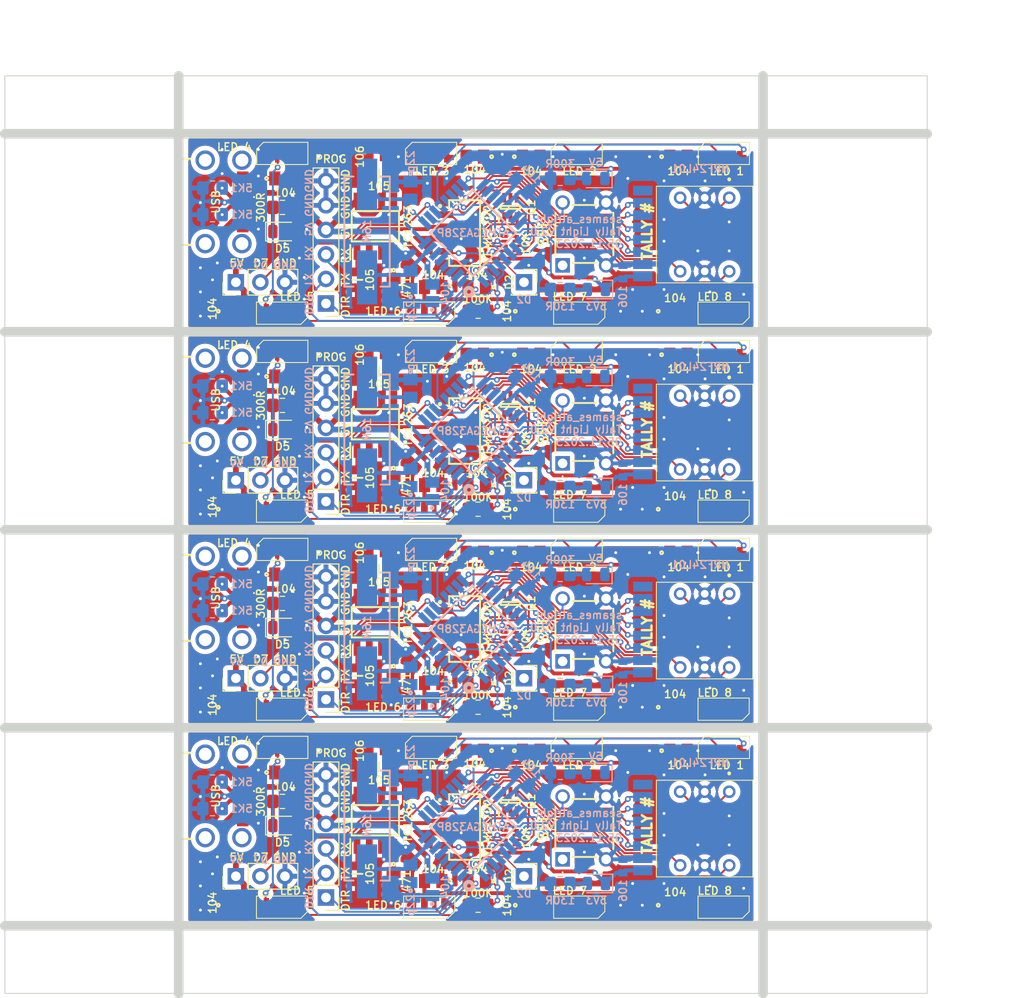
<source format=kicad_pcb>
(kicad_pcb (version 20221018) (generator pcbnew)
  (layers (0 "F.Cu" signal "Front") (1 "In1.Cu" signal) (2 "In2.Cu" signal) (31 "B.Cu" signal "Back") (34 "B.Paste" user) (35 "F.Paste" user) (36 "B.SilkS" user "B.Silkscreen") (37 "F.SilkS" user "F.Silkscreen") (38 "B.Mask" user) (39 "F.Mask" user) (44 "Edge.Cuts" user))
  (net 0 "")
  (net 1 "+3V3")
  (net 2 "Net-(3V1-A)")
  (net 3 "+5V")
  (net 4 "Net-(5V1-A)")
  (net 5 "/LED")
  (net 6 "GND")
  (net 7 "/XTAL1")
  (net 8 "/XTAL2")
  (net 9 "/RST")
  (net 10 "/DTR")
  (net 11 "/BTN")
  (net 12 "/LED_DATA_2")
  (net 13 "/LED_DATA")
  (net 14 "/RF_CE")
  (net 15 "/RF_CSN")
  (net 16 "/MOSI")
  (net 17 "/MISO")
  (net 18 "/SCK")
  (net 19 "/HEX_1")
  (net 20 "/HEX_2")
  (net 21 "/HEX_4")
  (net 22 "/HEX_8")
  (net 23 "/SDA")
  (net 24 "/SCL")
  (net 25 "/RXI")
  (net 26 "/TXO")
  (net 27 "/SCL_3V")
  (net 28 "/SDA_3V")
  (net 29 "Net-(J1-CC1)")
  (net 30 "Net-(J1-CC2)")
  (net 35 "Net-(U1-DOUT)")
  (net 36 "Net-(U2-DOUT)")
  (net 37 "Net-(U3-DOUT)")
  (net 38 "Net-(U4-DOUT)")
  (net 39 "Net-(U5-DOUT)")
  (net 40 "Net-(U6-DOUT)")
  (net 41 "Net-(U7-DOUT)")
  (net 44 "Net-(IC1-BYPASS)")
  (net 45 "Net-(IC3-AREF)")
  (net 55 "Net-(IC3-PD2_(PTCXY{slash}INT0{slash}OC3B{slash}OC4B))")
  (net 56 "Net-(LED1-K)")
  (footprint "SamacSys_Parts:C0805" (layer "F.Cu") (at 107.75 67.875 -90)
    (fp_text reference "C10")
    (fp_text value "471" hide)
  )
  (footprint "SamacSys_Parts:C0805" (layer "F.Cu") (at 122 115.875)
    (fp_text reference "C2")
    (fp_text value "104" hide)
  )
  (footprint "SamacSys_Parts:C0805" (layer "F.Cu") (at 91.35 131.875)
    (fp_text reference "C8")
    (fp_text value "104" hide)
  )
  (footprint "SamacSys_Parts:TS026650BK260SCRD" (layer "F.Cu") (at 125.25 127.125 90)
    (fp_text reference "SET")
    (fp_text value "TS02-66-50-BK-260-SCR-D" hide)
  )
  (footprint "SamacSys_Parts:C0805" (layer "F.Cu") (at 111.85 88.375 180)
    (fp_text reference "C5")
    (fp_text value "104" hide)
  )
  (footprint "SamacSys_Parts:SD1210" (layer "F.Cu") (at 142.5 58.625 90)
    (fp_text reference "TALLY #")
    (fp_text value "SD-1210" hide)
  )
  (footprint "Samuel_Library:R_0805_2012Metric_Pad1.20x1.40mm_HandSolder" (layer "F.Cu") (at 96.25 80.125 180)
    (fp_text reference "R6")
    (fp_text value "300R")
  )
  (footprint "SamacSys_Parts:CAPC2012X135N" (layer "F.Cu") (at 106.25 56.125 180)
    (fp_text reference "C11")
    (fp_text value "105" hide)
  )
  (footprint "Samuel_Library:SK6812_SIDE-A" (layer "F.Cu") (at 93.85 131.125)
    (fp_text reference "U5")
    (fp_text value "LED 5")
  )
  (footprint "SamacSys_Parts:C0805" (layer "F.Cu") (at 91.35 70.375)
    (fp_text reference "C8")
    (fp_text value "104" hide)
  )
  (footprint "Samuel_Library:R_0805_2012Metric_Pad1.20x1.40mm_HandSolder" (layer "F.Cu") (at 116.5 90.875)
    (fp_text reference "R3")
    (fp_text value "100K")
  )
  (footprint "Samuel_Library:SK6812_SIDE-A" (layer "F.Cu") (at 144.296 54.985 180)
    (fp_text reference "U1")
    (fp_text value "LED 1")
  )
  (footprint "SamacSys_Parts:C0805" (layer "F.Cu") (at 116.15 115.875 180)
    (fp_text reference "C3")
    (fp_text value "104" hide)
  )
  (footprint "Samuel_Library:SK6812_SIDE-A" (layer "F.Cu") (at 109.09 110.625)
    (fp_text reference "U6")
    (fp_text value "LED 6")
  )
  (footprint "Samuel_Library:SK6812_SIDE-A" (layer "F.Cu") (at 98.576 116.485 180)
    (fp_text reference "U4")
    (fp_text value "LED 4")
  )
  (footprint "Samuel_Library:SK6812_SIDE-A" (layer "F.Cu") (at 109.09 69.625)
    (fp_text reference "U6")
    (fp_text value "LED 6")
  )
  (footprint "Samuel_Library:SK6812_SIDE-A" (layer "F.Cu") (at 124.62 90.125)
    (fp_text reference "U7")
    (fp_text value "LED 7")
  )
  (footprint "SamacSys_Parts:SOT65P210X110-6N" (layer "F.Cu") (at 119.85 59.625 90)
    (fp_text reference "Q1")
    (fp_text value "BSS138DW-7-F" hide)
  )
  (footprint "SamacSys_Parts:TS026650BK260SCRD" (layer "F.Cu") (at 125.25 86.125 90)
    (fp_text reference "SET")
    (fp_text value "TS02-66-50-BK-260-SCR-D" hide)
  )
  (footprint "SamacSys_Parts:SD1210" (layer "F.Cu") (at 142.5 79.125 90)
    (fp_text reference "TALLY #")
    (fp_text value "SD-1210" hide)
  )
  (footprint "Samuel_Library:SK6812_SIDE-A" (layer "F.Cu") (at 113.98 54.985 180)
    (fp_text reference "U3")
    (fp_text value "LED 3")
  )
  (footprint "SamacSys_Parts:SOIC127P600X175-8N" (layer "F.Cu") (at 105.865 102.575 90)
    (fp_text reference "TC1263")
    (fp_text value "TC1263-3.3VOATR" hide)
  )
  (footprint "SamacSys_Parts:SD1210" (layer "F.Cu") (at 142.5 99.625 90)
    (fp_text reference "TALLY #")
    (fp_text value "SD-1210" hide)
  )
  (footprint "SamacSys_Parts:C0805" (layer "F.Cu") (at 137.25 95.375)
    (fp_text reference "C1")
    (fp_text value "104" hide)
  )
  (footprint "SamacSys_Parts:C0805" (layer "F.Cu") (at 116.35 88.375 180)
    (fp_text reference "C15")
    (fp_text value "104" hide)
  )
  (footprint "LED_SMD:LED_0805_2012Metric" (layer "F.Cu") (at 96.1875 62.125)
    (fp_text reference "D5")
    (fp_text value "LED")
  )
  (footprint "Samuel_Library:SK6812_SIDE-A" (layer "F.Cu") (at 139.57 131.125)
    (fp_text reference "U8")
    (fp_text value "LED 8")
  )
  (footprint "Connector_PinSocket_2.54mm:PinSocket_1x01_P2.54mm_Vertical" (layer "F.Cu") (at 121.25 108.375)
    (fp_text reference "D2")
    (fp_text value "Conn_01x01_Pin")
  )
  (footprint "Samuel_Library:SK6812_SIDE-A" (layer "F.Cu") (at 124.62 110.625)
    (fp_text reference "U7")
    (fp_text value "LED 7")
  )
  (footprint "Samuel_Library:SK6812_SIDE-A" (layer "F.Cu") (at 129.056 75.485 180)
    (fp_text reference "U2")
    (fp_text value "LED 2")
  )
  (footprint "SamacSys_Parts:CAPC2012X135N" (layer "F.Cu") (at 106.25 97.125 180)
    (fp_text reference "C11")
    (fp_text value "105" hide)
  )
  (footprint "SamacSys_Parts:YC124JR0710KL" (layer "F.Cu") (at 119.825 83.875 -90)
    (fp_text reference "RN1")
    (fp_text value "10K" hide)
  )
  (footprint "SamacSys_Parts:CAPC2012X135N" (layer "F.Cu") (at 106.25 76.625 180)
    (fp_text reference "C11")
    (fp_text value "105" hide)
  )
  (footprint "SamacSys_Parts:SOIC127P600X175-8N" (layer "F.Cu") (at 105.865 82.075 90)
    (fp_text reference "TC1263")
    (fp_text value "TC1263-3.3VOATR" hide)
  )
  (footprint "SamacSys_Parts:C0805" (layer "F.Cu") (at 116.15 95.375 180)
    (fp_text reference "C3")
    (fp_text value "104" hide)
  )
  (footprint "SamacSys_Parts:VEML7700" (layer "F.Cu") (at 113.5 99.875 -90)
    (fp_text reference "VEML7700")
    (fp_text value "VEML7700-TT" hide)
  )
  (footprint "SamacSys_Parts:C0805" (layer "F.Cu") (at 96.35 118.125)
    (fp_text reference "C4")
    (fp_text value "104" hide)
  )
  (footprint "SamacSys_Parts:CAPC2012X135N" (layer "F.Cu") (at 104 128.625 -90)
    (fp_text reference "C9")
    (fp_text value "105" hide)
  )
  (footprint "Samuel_Library:SK6812_SIDE-A" (layer "F.Cu") (at 109.09 90.125)
    (fp_text reference "U6")
    (fp_text value "LED 6")
  )
  (footprint "SamacSys_Parts:C0805" (layer "F.Cu") (at 96.35 77.125)
    (fp_text reference "C4")
    (fp_text value "104" hide)
  )
  (footprint "Samuel_Library:SK6812_SIDE-A" (layer "F.Cu") (at 129.056 116.485 180)
    (fp_text reference "U2")
    (fp_text value "LED 2")
  )
  (footprint "Samuel_Library:R_0805_2012Metric_Pad1.20x1.40mm_HandSolder" (layer "F.Cu") (at 116.5 70.375)
    (fp_text reference "R3")
    (fp_text value "100K")
  )
  (footprint "Samuel_Library:SK6812_SIDE-A" (layer "F.Cu") (at 113.98 116.485 180)
    (fp_text reference "U3")
    (fp_text value "LED 3")
  )
  (footprint "SamacSys_Parts:YC124JR0710KL" (layer "F.Cu") (at 119.825 63.375 -90)
    (fp_text reference "RN1")
    (fp_text value "10K" hide)
  )
  (footprint "Connector_PinHeader_2.54mm:PinHeader_1x03_P2.54mm_Vertical" (layer "F.Cu") (at 91.42 108.375 90)
    (fp_text reference "J4" hide)
    (fp_text value "Conn_01x03_Pin")
  )
  (footprint "Samuel_Library:SK6812_SIDE-A" (layer "F.Cu") (at 129.056 95.985 180)
    (fp_text reference "U2")
    (fp_text value "LED 2")
  )
  (footprint "SamacSys_Parts:C0805" (layer "F.Cu") (at 111.85 108.875 180)
    (fp_text reference "C5")
    (fp_text value "104" hide)
  )
  (footprint "SamacSys_Parts:CAPC2012X135N" (layer "F.Cu") (at 104 87.625 -90)
    (fp_text reference "C9")
    (fp_text value "105" hide)
  )
  (footprint "Connector_PinHeader_2.54mm:PinHeader_1x06_P2.54mm_Vertical" (layer "F.Cu") (at 100.75 131.075 180)
    (fp_text reference "PROG")
    (fp_text value "Conn_01x06_Pin" hide)
  )
  (footprint "Connector_PinHeader_2.54mm:PinHeader_1x03_P2.54mm_Vertical" (layer "F.Cu") (at 91.42 67.375 90)
    (fp_text reference "J4" hide)
    (fp_text value "Conn_01x03_Pin")
  )
  (footprint "Samuel_Library:R_0805_2012Metric_Pad1.20x1.40mm_HandSolder" (layer "F.Cu") (at 96.25 100.625 180)
    (fp_text reference "R6")
    (fp_text value "300R")
  )
  (footprint "SamacSys_Parts:CAPC2012X135N" (layer "F.Cu") (at 104 67.125 -90)
    (fp_text reference "C9")
    (fp_text value "105" hide)
  )
  (footprint "SamacSys_Parts:YC124JR0710KL" (layer "F.Cu") (at 119.825 124.875 -90)
    (fp_text reference "RN1")
    (fp_text value "10K" hide)
  )
  (footprint "Samuel_Library:SK6812_SIDE-A" (layer "F.Cu") (at 139.57 90.125)
    (fp_text reference "U8")
    (fp_text value "LED 8")
  )
  (footprint "SamacSys_Parts:CAPC2012X135N" (layer "F.Cu") (at 104 108.125 -90)
    (fp_text reference "C9")
    (fp_text value "105" hide)
  )
  (footprint "SamacSys_Parts:C0805" (layer "F.Cu") (at 137.25 54.375)
    (fp_text reference "C1")
    (fp_text value "104" hide)
  )
  (footprint "SamacSys_Parts:C0805" (layer "F.Cu") (at 122.1 90.875)
    (fp_text reference "C6")
    (fp_text value "104" hide)
  )
  (footprint "SamacSys_Parts:VEML7700" (layer "F.Cu") (at 113.5 120.375 -90)
    (fp_text reference "VEML7700")
    (fp_text value "VEML7700-TT" hide)
  )
  (footprint "SamacSys_Parts:C0805" (layer "F.Cu") (at 91.35 90.875)
    (fp_text reference "C8")
    (fp_text value "104" hide)
  )
  (footprint "Samuel_Library:R_0805_2012Metric_Pad1.20x1.40mm_HandSolder" (layer "F.Cu") (at 116.5 131.875)
    (fp_text reference "R3")
    (fp_text value "100K")
  )
  (footprint "SamacSys_Parts:C0805" (layer "F.Cu") (at 136.9 70.375)
    (fp_text reference "C7")
    (fp_text value "104" hide)
  )
  (footprint "SamacSys_Parts:C0805" (layer "F.Cu") (at 111.85 129.375 180)
    (fp_text reference "C5")
    (fp_text value "104" hide)
  )
  (footprint "Connector_PinSocket_2.54mm:PinSocket_1x01_P2.54mm_Vertical" (layer "F.Cu") (at 121.25 87.875)
    (fp_text reference "D2")
    (fp_text value "Conn_01x01_Pin")
  )
  (footprint "SamacSys_Parts:USB4125GFA0190" (layer "F.Cu") (at 89.05 59.055 -90)
    (fp_text reference "USB")
    (fp_text value "USB4125-GF-A-0190" hide)
  )
  (footprint "Connector_PinHeader_2.54mm:PinHeader_1x06_P2.54mm_Vertical" (layer "F.Cu") (at 100.75 110.575 180)
    (fp_text reference "PROG")
    (fp_text value "Conn_01x06_Pin" hide)
  )
  (footprint "Samuel_Library:SK6812_SIDE-A" (layer "F.Cu") (at 109.09 131.125)
    (fp_text reference "U6")
    (fp_text value "LED 6")
  )
  (footprint "SamacSys_Parts:C0805" (layer "F.Cu") (at 116.35 67.875 180)
    (fp_text reference "C15")
    (fp_text value "104" hide)
  )
  (footprint "SamacSys_Parts:C0805" (layer "F.Cu") (at 137.25 74.875)
    (fp_text reference "C1")
    (fp_text value "104" hide)
  )
  (footprint "SamacSys_Parts:TS026650BK260SCRD" (layer "F.Cu") (at 125.25 106.625 90)
    (fp_text reference "SET")
    (fp_text value "TS02-66-50-BK-260-SCR-D" hide)
  )
  (footprint "SamacSys_Parts:CAPC1608X90N" (layer "F.Cu") (at 106 115.875 180)
    (fp_text reference "C13")
    (fp_text value "106" hide)
  )
  (footprint "Samuel_Library:R_0805_2012Metric_Pad1.20x1.40mm_HandSolder" (layer "F.Cu") (at 96.25 121.125 180)
    (fp_text reference "R6")
    (fp_text value "300R")
  )
  (footprint "Samuel_Library:SK6812_SIDE-A" (layer "F.Cu") (at 124.62 69.625)
    (fp_text reference "U7")
    (fp_text value "LED 7")
  )
  (footprint "SamacSys_Parts:C0805" (layer "F.Cu") (at 122.1 131.875)
    (fp_text reference "C6")
    (fp_text value "104" hide)
  )
  (footprint "SamacSys_Parts:USB4125GFA0190" (layer "F.Cu") (at 89.05 79.555 -90)
    (fp_text reference "USB")
    (fp_text value "USB4125-GF-A-0190" hide)
  )
  (footprint "Samuel_Library:SK6812_SIDE-A" (layer "F.Cu") (at 93.85 90.125)
    (fp_text reference "U5")
    (fp_text value "LED 5")
  )
  (footprint "SamacSys_Parts:C0805" (layer "F.Cu") (at 91.35 111.375)
    (fp_text reference "C8")
    (fp_text value "104" hide)
  )
  (footprint "Samuel_Library:SK6812_SIDE-A" (layer "F.Cu") (at 129.056 54.985 180)
    (fp_text reference "U2")
    (fp_text value "LED 2")
  )
  (footprint "Samuel_Library:SK6812_SIDE-A" (layer "F.Cu") (at 124.62 131.125)
    (fp_text reference "U7")
    (fp_text value "LED 7")
  )
  (footprint "SamacSys_Parts:VEML7700" (layer "F.Cu") (at 113.5 58.875 -90)
    (fp_text reference "VEML7700")
    (fp_text value "VEML7700-TT" hide)
  )
  (footprint "LED_SMD:LED_0805_2012Metric" (layer "F.Cu") (at 96.1875 103.125)
    (fp_text reference "D5")
    (fp_text value "LED")
  )
  (footprint "SamacSys_Parts:C0805" (layer "F.Cu") (at 116.35 108.875 180)
    (fp_text reference "C15")
    (fp_text value "104" hide)
  )
  (footprint "Connector_PinSocket_2.54mm:PinSocket_1x01_P2.54mm_Vertical" (layer "F.Cu") (at 121.25 67.375)
    (fp_text reference "D2")
    (fp_text value "Conn_01x01_Pin")
  )
  (footprint "SamacSys_Parts:SOIC127P600X175-8N" (layer "F.Cu") (at 105.865 61.575 90)
    (fp_text reference "TC1263")
    (fp_text value "TC1263-3.3VOATR" hide)
  )
  (footprint "Samuel_Library:SK6812_SIDE-A" (layer "F.Cu") (at 93.85 69.625)
    (fp_text reference "U5")
    (fp_text value "LED 5")
  )
  (footprint "Samuel_Library:SK6812_SIDE-A" (layer "F.Cu") (at 139.57 69.625)
    (fp_text reference "U8")
    (fp_text value "LED 8")
  )
  (footprint "Samuel_Library:SK6812_SIDE-A" (layer "F.Cu") (at 144.296 116.485 180)
    (fp_text reference "U1")
    (fp_text value "LED 1")
  )
  (footprint "SamacSys_Parts:SOIC127P600X175-8N" (layer "F.Cu") (at 105.865 123.075 90)
    (fp_text reference "TC1263")
    (fp_text value "TC1263-3.3VOATR" hide)
  )
  (footprint "Connector_PinHeader_2.54mm:PinHeader_1x03_P2.54mm_Vertical" (layer "F.Cu") (at 91.42 128.875 90)
    (fp_text reference "J4" hide)
    (fp_text value "Conn_01x03_Pin")
  )
  (footprint "Samuel_Library:SK6812_SIDE-A" (layer "F.Cu") (at 98.576 95.985 180)
    (fp_text reference "U4")
    (fp_text value "LED 4")
  )
  (footprint "SamacSys_Parts:TS026650BK260SCRD" (layer "F.Cu") (at 125.25 65.625 90)
    (fp_text reference "SET")
    (fp_text value "TS02-66-50-BK-260-SCR-D" hide)
  )
  (footprint "Connector_PinHeader_2.54mm:PinHeader_1x06_P2.54mm_Vertical" (layer "F.Cu") (at 100.75 90.075 180)
    (fp_text reference "PROG")
    (fp_text value "Conn_01x06_Pin" hide)
  )
  (footprint "SamacSys_Parts:SOT65P210X110-6N" (layer "F.Cu") (at 119.85 80.125 90)
    (fp_text reference "Q1")
    (fp_text value "BSS138DW-7-F" hide)
  )
  (footprint "SamacSys_Parts:C0805" (layer "F.Cu") (at 107.75 108.875 -90)
    (fp_text reference "C10")
    (fp_text value "471" hide)
  )
  (footprint "SamacSys_Parts:C0805" (layer "F.Cu") (at 96.35 97.625)
    (fp_text reference "C4")
    (fp_text value "104" hide)
  )
  (footprint "SamacSys_Parts:C0805" (layer "F.Cu") (at 136.9 90.875)
    (fp_text reference "C7")
    (fp_text value "104" hide)
  )
  (footprint "SamacSys_Parts:C0805" (layer "F.Cu") (at 136.9 111.375)
    (fp_text reference "C7")
    (fp_text value "104" hide)
  )
  (footprint "SamacSys_Parts:SD1210" (layer "F.Cu") (at 142.5 120.125 90)
    (fp_text reference "TALLY #")
    (fp_text value "SD-1210" hide)
  )
  (footprint "SamacSys_Parts:SOT65P210X110-6N" (layer "F.Cu") (at 119.85 121.125 90)
    (fp_text reference "Q1")
    (fp_text value "BSS138DW-7-F" hide)
  )
  (footprint "SamacSys_Parts:USB4125GFA0190" (layer "F.Cu") (at 89.05 100.055 -90)
    (fp_text reference "USB")
    (fp_text value "USB4125-GF-A-0190" hide)
  )
  (footprint "SamacSys_Parts:C0805" (layer "F.Cu") (at 107.75 129.375 -90)
    (fp_text reference "C10")
    (fp_text value "471" hide)
  )
  (footprint "Samuel_Library:SK6812_SIDE-A" (layer "F.Cu") (at 144.296 95.985 180)
    (fp_text reference "U1")
    (fp_text value "LED 1")
  )
  (footprint "SamacSys_Parts:C0805" (layer "F.Cu") (at 122.1 70.375)
    (fp_text reference "C6")
    (fp_text value "104" hide)
  )
  (footprint "SamacSys_Parts:C0805" (layer "F.Cu") (at 122 54.375)
    (fp_text reference "C2")
    (fp_text value "104" hide)
  )
  (footprint "SamacSys_Parts:CAPC1608X90N" (layer "F.Cu") (at 106 95.375 180)
    (fp_text reference "C13")
    (fp_text value "106" hide)
  )
  (footprint "SamacSys_Parts:CAPC1608X90N" (layer "F.Cu") (at 106 74.875 180)
    (fp_text reference "C13")
    (fp_text value "106" hide)
  )
  (footprint "SamacSys_Parts:C0805" (layer "F.Cu") (at 116.15 54.375 180)
    (fp_text reference "C3")
    (fp_text value "104" hide)
  )
  (footprint "SamacSys_Parts:C0805" (layer "F.Cu") (at 116.35 129.375 180)
    (fp_text reference "C15")
    (fp_text value "104" hide)
  )
  (footprint "Connector_PinSocket_2.54mm:PinSocket_1x01_P2.54mm_Vertical" (layer "F.Cu") (at 121.25 128.875)
    (fp_text reference "D2")
    (fp_text value "Conn_01x01_Pin")
  )
  (footprint "Samuel_Library:SK6812_SIDE-A" (layer "F.Cu") (at 93.85 110.625)
    (fp_text reference "U5")
    (fp_text value "LED 5")
  )
  (footprint "LED_SMD:LED_0805_2012Metric" (layer "F.Cu") (at 96.1875 82.625)
    (fp_text reference "D5")
    (fp_text value "LED")
  )
  (footprint "SamacSys_Parts:C0805" (layer "F.Cu") (at 116.15 74.875 180)
    (fp_text reference "C3")
    (fp_text value "104" hide)
  )
  (footprint "SamacSys_Parts:VEML7700" (layer "F.Cu") (at 113.5 79.375 -90)
    (fp_text reference "VEML7700")
    (fp_text value "VEML7700-TT" hide)
  )
  (footprint "Samuel_Library:R_0805_2012Metric_Pad1.20x1.40mm_HandSolder" (layer "F.Cu") (at 96.25 59.625 180)
    (fp_text reference "R6")
    (fp_text value "300R")
  )
  (footprint "SamacSys_Parts:C0805" (layer "F.Cu") (at 136.9 131.875)
    (fp_text reference "C7")
    (fp_text value "104" hide)
  )
  (footprint "Samuel_Library:R_0805_2012Metric_Pad1.20x1.40mm_HandSolder" (layer "F.Cu") (at 116.5 111.375)
    (fp_text reference "R3")
    (fp_text value "100K")
  )
  (footprint "Samuel_Library:SK6812_SIDE-A" (layer "F.Cu") (at 98.576 75.485 180)
    (fp_text reference "U4")
    (fp_text value "LED 4")
  )
  (footprint "Samuel_Library:SK6812_SIDE-A" (layer "F.Cu") (at 144.296 75.485 180)
    (fp_text reference "U1")
    (fp_text value "LED 1")
  )
  (footprint "SamacSys_Parts:USB4125GFA0190" (layer "F.Cu") (at 89.05 120.555 -90)
    (fp_text reference "USB")
    (fp_text value "USB4125-GF-A-0190" hide)
  )
  (footprint "SamacSys_Parts:YC124JR0710KL" (layer "F.Cu") (at 119.825 104.375 -90)
    (fp_text reference "RN1")
    (fp_text value "10K" hide)
  )
  (footprint "Samuel_Library:SK6812_SIDE-A" (layer "F.Cu") (at 139.57 110.625)
    (fp_text reference "U8")
    (fp_text value "LED 8")
  )
  (footprint "SamacSys_Parts:C0805" (layer "F.Cu") (at 96.35 56.625)
    (fp_text reference "C4")
    (fp_text value "104" hide)
  )
  (footprint "SamacSys_Parts:C0805" (layer "F.Cu") (at 107.75 88.375 -90)
    (fp_text reference "C10")
    (fp_text value "471" hide)
  )
  (footprint "Connector_PinHeader_2.54mm:PinHeader_1x03_P2.54mm_Vertical" (layer "F.Cu") (at 91.42 87.875 90)
    (fp_text reference "J4" hide)
    (fp_text value "Conn_01x03_Pin")
  )
  (footprint "LED_SMD:LED_0805_2012Metric" (layer "F.Cu") (at 96.1875 123.625)
    (fp_text reference "D5")
    (fp_text value "LED")
  )
  (footprint "SamacSys_Parts:SOT65P210X110-6N" (layer "F.Cu") (at 119.85 100.625 90)
    (fp_text reference "Q1")
    (fp_text value "BSS138DW-7-F" hide)
  )
  (footprint "Samuel_Library:SK6812_SIDE-A" (layer "F.Cu") (at 113.98 75.485 180)
    (fp_text reference "U3")
    (fp_text value "LED 3")
  )
  (footprint "Samuel_Library:SK6812_SIDE-A" (layer "F.Cu") (at 98.576 54.985 180)
    (fp_text reference "U4")
    (fp_text value "LED 4")
  )
  (footprint "SamacSys_Parts:CAPC2012X135N" (layer "F.Cu") (at 106.25 117.625 180)
    (fp_text reference "C11")
    (fp_text value "105" hide)
  )
  (footprint "SamacSys_Parts:C0805" (layer "F.Cu") (at 111.85 67.875 180)
    (fp_text reference "C5")
    (fp_text value "104" hide)
  )
  (footprint "SamacSys_Parts:C0805" (layer "F.Cu") (at 122 74.875)
    (fp_text reference "C2")
    (fp_text value "104" hide)
  )
  (footprint "Samuel_Library:SK6812_SIDE-A" (layer "F.Cu") (at 113.98 95.985 180)
    (fp_text reference "U3")
    (fp_text value "LED 3")
  )
  (footprint "SamacSys_Parts:C0805" (layer "F.Cu") (at 122.1 111.375)
    (fp_text reference "C6")
    (fp_text value "104" hide)
  )
  (footprint "Connector_PinHeader_2.54mm:PinHeader_1x06_P2.54mm_Vertical" (layer "F.Cu") (at 100.75 69.575 180)
    (fp_text reference "PROG")
    (fp_text value "Conn_01x06_Pin" hide)
  )
  (footprint "SamacSys_Parts:C0805" (layer "F.Cu") (at 137.25 115.875)
    (fp_text reference "C1")
    (fp_text value "104" hide)
  )
  (footprint "SamacSys_Parts:CAPC1608X90N" (layer "F.Cu") (at 106 54.375 180)
    (fp_text reference "C13")
    (fp_text value "106" hide)
  )
  (footprint "SamacSys_Parts:C0805" (layer "F.Cu") (at 122 95.375)
    (fp_text reference "C2")
    (fp_text value "104" hide)
  )
  (footprint "Samuel_Library:R_0805_2012Metric_Pad1.20x1.40mm_HandSolder" (layer "B.Cu") (at 89 78.125 180)
    (fp_text reference "R1")
    (fp_text value "5K1")
  )
  (footprint "SamacSys_Parts:C0805" (layer "B.Cu") (at 109.5 67.125 90)
    (fp_text reference "C17")
    (fp_text value "22p" hide)
  )
  (footprint "SamacSys_Parts:C0805" (layer "B.Cu") (at 109.5 108.125 90)
    (fp_text reference "C17")
    (fp_text value "22p" hide)
  )
  (footprint "SamacSys_Parts:CAPC1608X90N" (layer "B.Cu") (at 131.5 127.825 90)
    (fp_text reference "C12")
    (fp_text value "106" hide)
  )
  (footprint "SamacSys_Parts:C0805" (layer "B.Cu") (at 111.75 129.975 90)
    (fp_text reference "C14")
    (fp_text value "104" hide)
  )
  (footprint "SamacSys_Parts:C0805" (layer "B.Cu") (at 121 57.375 -45)
    (fp_text reference "C16")
    (fp_text value "104" hide)
  )
  (footprint "Samuel_Library:R_0805_2012Metric_Pad1.20x1.40mm_HandSolder" (layer "B.Cu") (at 125 77.125)
    (fp_text reference "R5")
    (fp_text value "300R")
  )
  (footprint "LED_SMD:LED_0805_2012Metric" (layer "B.Cu") (at 128.6875 77.125 180)
    (fp_text reference "5V")
    (fp_text value "LED")
  )
  (footprint "Samuel_Library:R_0805_2012Metric_Pad1.20x1.40mm_HandSolder" (layer "B.Cu") (at 89 98.625 180)
    (fp_text reference "R1")
    (fp_text value "5K1")
  )
  (footprint "MySensors:NRF24L01-SMD" (layer "B.Cu") (at 142.25 82.875 90)
    (fp_text reference "NRF24L01")
    (fp_text value "NRF24L01")
  )
  (footprint "SamacSys_Parts:QFP80P900X900X120-32N" (layer "B.Cu") (at 115.974695 82.771268 45)
    (fp_text reference "ATMEGA328P")
    (fp_text value "ATMEGA328PB-AU" hide)
  )
  (footprint "SamacSys_Parts:ABLS" (layer "B.Cu") (at 105 82.625 90)
    (fp_text reference "16M")
    (fp_text value "16M" hide)
  )
  (footprint "Samuel_Library:R_0805_2012Metric_Pad1.20x1.40mm_HandSolder" (layer "B.Cu") (at 89 57.625 180)
    (fp_text reference "R1")
    (fp_text value "5K1")
  )
  (footprint "SamacSys_Parts:CAPC1608X90N" (layer "B.Cu") (at 131.5 86.825 90)
    (fp_text reference "C12")
    (fp_text value "106" hide)
  )
  (footprint "SamacSys_Parts:C0805" (layer "B.Cu") (at 109.5 119.375 -90)
    (fp_text reference "C18")
    (fp_text value "22p" hide)
  )
  (footprint "Samuel_Library:R_0805_2012Metric_Pad1.20x1.40mm_HandSolder" (layer "B.Cu") (at 89 80.875 180)
    (fp_text reference "R2")
    (fp_text value "5K1")
  )
  (footprint "SamacSys_Parts:CAPC1608X90N" (layer "B.Cu") (at 131.5 107.325 90)
    (fp_text reference "C12")
    (fp_text value "106" hide)
  )
  (footprint "SamacSys_Parts:QFP80P900X900X120-32N" (layer "B.Cu") (at 115.974695 103.271268 45)
    (fp_text reference "ATMEGA328P")
    (fp_text value "ATMEGA328PB-AU" hide)
  )
  (footprint "SamacSys_Parts:C0805" (layer "B.Cu") (at 109.5 128.625 90)
    (fp_text reference "C17")
    (fp_text value "22p" hide)
  )
  (footprint "SamacSys_Parts:C0805" (layer "B.Cu") (at 109.5 78.375 -90)
    (fp_text reference "C18")
    (fp_text value "22p" hide)
  )
  (footprint "LED_SMD:LED_0805_2012Metric" (layer "B.Cu") (at 128.75 88.625 180)
    (fp_text reference "3V3")
    (fp_text value "LED")
  )
  (footprint "Samuel_Library:R_0805_2012Metric_Pad1.20x1.40mm_HandSolder" (layer "B.Cu") (at 125 109.125)
    (fp_text reference "R4")
    (fp_text value "130R")
  )
  (footprint "SamacSys_Parts:C0805" (layer "B.Cu") (at 111.75 88.975 90)
    (fp_text reference "C14")
    (fp_text value "104" hide)
  )
  (footprint "SamacSys_Parts:C0805" (layer "B.Cu") (at 109.5 98.875 -90)
    (fp_text reference "C18")
    (fp_text value "22p" hide)
  )
  (footprint "SamacSys_Parts:C0805" (layer "B.Cu") (at 109.5 57.875 -90)
    (fp_text reference "C18")
    (fp_text value "22p" hide)
  )
  (footprint "SamacSys_Parts:QFP80P900X900X120-32N" (layer "B.Cu") (at 115.974695 62.271268 45)
    (fp_text reference "ATMEGA328P")
    (fp_text value "ATMEGA328PB-AU" hide)
  )
  (footprint "LED_SMD:LED_0805_2012Metric" (layer "B.Cu") (at 128.75 109.125 180)
    (fp_text reference "3V3")
    (fp_text value "LED")
  )
  (footprint "LED_SMD:LED_0805_2012Metric" (layer "B.Cu") (at 128.6875 118.125 180)
    (fp_text reference "5V")
    (fp_text value "LED")
  )
  (footprint "MySensors:NRF24L01-SMD" (layer "B.Cu") (at 142.25 123.875 90)
    (fp_text reference "NRF24L01")
    (fp_text value "NRF24L01")
  )
  (footprint "Samuel_Library:R_0805_2012Metric_Pad1.20x1.40mm_HandSolder" (layer "B.Cu") (at 125 68.125)
    (fp_text reference "R4")
    (fp_text value "130R")
  )
  (footprint "LED_SMD:LED_0805_2012Metric" (layer "B.Cu") (at 128.6875 97.625 180)
    (fp_text reference "5V")
    (fp_text value "LED")
  )
  (footprint "SamacSys_Parts:CAPC1608X90N" (layer "B.Cu") (at 131.5 66.325 90)
    (fp_text reference "C12")
    (fp_text value "106" hide)
  )
  (footprint "SamacSys_Parts:C0805" (layer "B.Cu") (at 109.5 87.625 90)
    (fp_text reference "C17")
    (fp_text value "22p" hide)
  )
  (footprint "Samuel_Library:R_0805_2012Metric_Pad1.20x1.40mm_HandSolder" (layer "B.Cu") (at 125 88.625)
    (fp_text reference "R4")
    (fp_text value "130R")
  )
  (footprint "SamacSys_Parts:ABLS" (layer "B.Cu") (at 105 103.125 90)
    (fp_text reference "16M")
    (fp_text value "16M" hide)
  )
  (footprint "Samuel_Library:R_0805_2012Metric_Pad1.20x1.40mm_HandSolder" (layer "B.Cu") (at 125 129.625)
    (fp_text reference "R4")
    (fp_text value "130R")
  )
  (footprint "SamacSys_Parts:C0805" (layer "B.Cu") (at 111.75 109.475 90)
    (fp_text reference "C14")
    (fp_text value "104" hide)
  )
  (footprint "SamacSys_Parts:ABLS" (layer "B.Cu") (at 105 123.625 90)
    (fp_text reference "16M")
    (fp_text value "16M" hide)
  )
  (footprint "LED_SMD:LED_0805_2012Metric" (layer "B.Cu") (at 128.75 129.625 180)
    (fp_text reference "3V3")
    (fp_text value "LED")
  )
  (footprint "SamacSys_Parts:C0805" (layer "B.Cu") (at 121 98.375 -45)
    (fp_text reference "C16")
    (fp_text value "104" hide)
  )
  (footprint "Samuel_Library:R_0805_2012Metric_Pad1.20x1.40mm_HandSolder" (layer "B.Cu") (at 125 118.125)
    (fp_text reference "R5")
    (fp_text value "300R")
  )
  (footprint "Samuel_Library:R_0805_2012Metric_Pad1.20x1.40mm_HandSolder" (layer "B.Cu") (at 89 119.125 180)
    (fp_text reference "R1")
    (fp_text value "5K1")
  )
  (footprint "SamacSys_Parts:ABLS" (layer "B.Cu") (at 105 62.125 90)
    (fp_text reference "16M")
    (fp_text value "16M" hide)
  )
  (footprint "SamacSys_Parts:C0805" (layer "B.Cu") (at 121 77.875 -45)
    (fp_text reference "C16")
    (fp_text value "104" hide)
  )
  (footprint "MySensors:NRF24L01-SMD" (layer "B.Cu") (at 142.25 62.375 90)
    (fp_text reference "NRF24L01")
    (fp_text value "NRF24L01")
  )
  (footprint "SamacSys_Parts:C0805" (layer "B.Cu") (at 111.75 68.475 90)
    (fp_text reference "C14")
    (fp_text value "104" hide)
  )
  (footprint "SamacSys_Parts:QFP80P900X900X120-32N" (layer "B.Cu") (at 115.974695 123.771268 45)
    (fp_text reference "ATMEGA328P")
    (fp_text value "ATMEGA328PB-AU" hide)
  )
  (footprint "LED_SMD:LED_0805_2012Metric" (layer "B.Cu") (at 128.75 68.125 180)
    (fp_text reference "3V3")
    (fp_text value "LED")
  )
  (footprint "Samuel_Library:R_0805_2012Metric_Pad1.20x1.40mm_HandSolder" (layer "B.Cu") (at 89 60.375 180)
    (fp_text reference "R2")
    (fp_text value "5K1")
  )
  (footprint "SamacSys_Parts:C0805" (layer "B.Cu") (at 121 118.875 -45)
    (fp_text reference "C16")
    (fp_text value "104" hide)
  )
  (footprint "Samuel_Library:R_0805_2012Metric_Pad1.20x1.40mm_HandSolder" (layer "B.Cu") (at 89 121.875 180)
    (fp_text reference "R2")
    (fp_text value "5K1")
  )
  (footprint "LED_SMD:LED_0805_2012Metric" (layer "B.Cu") (at 128.6875 56.625 180)
    (fp_text reference "5V")
    (fp_text value "LED")
  )
  (footprint "Samuel_Library:R_0805_2012Metric_Pad1.20x1.40mm_HandSolder" (layer "B.Cu") (at 89 101.375 180)
    (fp_text reference "R2")
    (fp_text value "5K1")
  )
  (footprint "MySensors:NRF24L01-SMD" (layer "B.Cu") (at 142.25 103.375 90)
    (fp_text reference "NRF24L01")
    (fp_text value "NRF24L01")
  )
  (footprint "Samuel_Library:R_0805_2012Metric_Pad1.20x1.40mm_HandSolder" (layer "B.Cu") (at 125 97.625)
    (fp_text reference "R5")
    (fp_text value "300R")
  )
  (footprint "Samuel_Library:R_0805_2012Metric_Pad1.20x1.40mm_HandSolder" (layer "B.Cu") (at 125 56.625)
    (fp_text reference "R5")
    (fp_text value "300R")
  )
  (gr_line (start 67.5 93) (end 163 93) (stroke (width 1)) (layer "Edge.Cuts"))
  (gr_line (start 67.5 113.5) (end 163 113.5) (stroke (width 1)) (layer "Edge.Cuts"))
  (gr_line (start 67.5 134) (end 163 134) (stroke (width 1)) (layer "Edge.Cuts"))
  (gr_line (start 146 141) (end 146 46) (stroke (width 1)) (layer "Edge.Cuts"))
  (gr_line (start 85.5 141) (end 85.5 46) (stroke (width 1)) (layer "Edge.Cuts"))
  (gr_line (start 67.5 72.5) (end 163 72.5) (stroke (width 1)) (layer "Edge.Cuts"))
  (gr_line (start 67.5 52) (end 163 52) (stroke (width 1)) (layer "Edge.Cuts"))
  (gr_rect (start 67.5 46) (end 163 141) (stroke (width 0.1)) (fill none) (layer "Edge.Cuts"))
  (gr_text "D7" (at 94 127.625) (layer "B.SilkS") (effects (font (size 0.8 0.8) (thickness 0.15) bold) (justify bottom mirror)))
  (gr_text "GND" (at 96.5 107.125) (layer "B.SilkS") (effects (font (size 0.8 0.8) (thickness 0.15) bold) (justify bottom mirror)))
  (gr_text "GND" (at 98.5 100.375 -90) (layer "B.SilkS") (effects (font (size 0.8 0.8) (thickness 0.15) bold) (justify bottom mirror)))
  (gr_text "D2" (at 121.25 69.625) (layer "B.SilkS") (effects (font (size 0.8 0.8) (thickness 0.15) bold) (justify bottom mirror)))
  (gr_text "D7" (at 94 86.625) (layer "B.SilkS") (effects (font (size 0.8 0.8) (thickness 0.15) bold) (justify bottom mirror)))
  (gr_text "TX" (at 98.5 67.125 -90) (layer "B.SilkS") (effects (font (size 0.8 0.8) (thickness 0.15) bold) (justify bottom mirror)))
  (gr_text "TX" (at 98.5 87.625 -90) (layer "B.SilkS") (effects (font (size 0.8 0.8) (thickness 0.15) bold) (justify bottom mirror)))
  (gr_text "DTR" (at 98.5 90.125 -90) (layer "B.SilkS") (effects (font (size 0.8 0.8) (thickness 0.15) bold) (justify bottom mirror)))
  (gr_text "DTR" (at 98.5 69.625 -90) (layer "B.SilkS") (effects (font (size 0.8 0.8) (thickness 0.15) bold) (justify bottom mirror)))
  (gr_text "GND" (at 98.5 120.875 -90) (layer "B.SilkS") (effects (font (size 0.8 0.8) (thickness 0.15) bold) (justify bottom mirror)))
  (gr_text "DTR" (at 98.5 110.625 -90) (layer "B.SilkS") (effects (font (size 0.8 0.8) (thickness 0.15) bold) (justify bottom mirror)))
  (gr_text "GND" (at 98.5 56.875 -90) (layer "B.SilkS") (effects (font (size 0.8 0.8) (thickness 0.15) bold) (justify bottom mirror)))
  (gr_text "GND" (at 98.5 79.875 -90) (layer "B.SilkS") (effects (font (size 0.8 0.8) (thickness 0.15) bold) (justify bottom mirror)))
  (gr_text "GND" (at 98.5 97.875 -90) (layer "B.SilkS") (effects (font (size 0.8 0.8) (thickness 0.15) bold) (justify bottom mirror)))
  (gr_text "RX" (at 98.5 64.375 -90) (layer "B.SilkS") (effects (font (size 0.8 0.8) (thickness 0.15) bold) (justify bottom mirror)))
  (gr_text "GND" (at 98.5 118.375 -90) (layer "B.SilkS") (effects (font (size 0.8 0.8) (thickness 0.15) bold) (justify bottom mirror)))
  (gr_text "5V" (at 98.5 102.875 -90) (layer "B.SilkS") (effects (font (size 0.8 0.8) (thickness 0.15) bold) (justify bottom mirror)))
  (gr_text "seames_alright\nTally Light V2.0\n05.11.2023" (at 131.5 104.875) (layer "B.SilkS") (effects (font (size 0.8 0.8) (thickness 0.15) bold) (justify left bottom mirror)))
  (gr_text "seames_alright\nTally Light V2.0\n05.11.2023" (at 131.5 84.375) (layer "B.SilkS") (effects (font (size 0.8 0.8) (thickness 0.15) bold) (justify left bottom mirror)))
  (gr_text "D2" (at 121.25 90.125) (layer "B.SilkS") (effects (font (size 0.8 0.8) (thickness 0.15) bold) (justify bottom mirror)))
  (gr_text "TX" (at 98.5 108.125 -90) (layer "B.SilkS") (effects (font (size 0.8 0.8) (thickness 0.15) bold) (justify bottom mirror)))
  (gr_text "GND" (at 96.5 127.625) (layer "B.SilkS") (effects (font (size 0.8 0.8) (thickness 0.15) bold) (justify bottom mirror)))
  (gr_text "5V" (at 91.5 107.125) (layer "B.SilkS") (effects (font (size 0.8 0.8) (thickness 0.15) bold) (justify bottom mirror)))
  (gr_text "D2" (at 121.25 110.625) (layer "B.SilkS") (effects (font (size 0.8 0.8) (thickness 0.15) bold) (justify bottom mirror)))
  (gr_text "GND" (at 98.5 59.375 -90) (layer "B.SilkS") (effects (font (size 0.8 0.8) (thickness 0.15) bold) (justify bottom mirror)))
  (gr_text "seames_alright\nTally Light V2.0\n05.11.2023" (at 131.5 63.875) (layer "B.SilkS") (effects (font (size 0.8 0.8) (thickness 0.15) bold) (justify left bottom mirror)))
  (gr_text "GND" (at 96.5 86.625) (layer "B.SilkS") (effects (font (size 0.8 0.8) (thickness 0.15) bold) (justify bottom mirror)))
  (gr_text "TX" (at 98.5 128.625 -90) (layer "B.SilkS") (effects (font (size 0.8 0.8) (thickness 0.15) bold) (justify bottom mirror)))
  (gr_text "GND" (at 98.5 77.375 -90) (layer "B.SilkS") (effects (font (size 0.8 0.8) (thickness 0.15) bold) (justify bottom mirror)))
  (gr_text "RX" (at 98.5 105.375 -90) (layer "B.SilkS") (effects (font (size 0.8 0.8) (thickness 0.15) bold) (justify bottom mirror)))
  (gr_text "D7" (at 94 107.125) (layer "B.SilkS") (effects (font (size 0.8 0.8) (thickness 0.15) bold) (justify bottom mirror)))
  (gr_text "seames_alright\nTally Light V2.0\n05.11.2023" (at 131.5 125.375) (layer "B.SilkS") (effects (font (size 0.8 0.8) (thickness 0.15) bold) (justify left bottom mirror)))
  (gr_text "GND" (at 96.5 66.125) (layer "B.SilkS") (effects (font (size 0.8 0.8) (thickness 0.15) bold) (justify bottom mirror)))
  (gr_text "DTR" (at 98.5 131.125 -90) (layer "B.SilkS") (effects (font (size 0.8 0.8) (thickness 0.15) bold) (justify bottom mirror)))
  (gr_text "5V" (at 91.5 66.125) (layer "B.SilkS") (effects (font (size 0.8 0.8) (thickness 0.15) bold) (justify bottom mirror)))
  (gr_text "D2" (at 121.25 131.125) (layer "B.SilkS") (effects (font (size 0.8 0.8) (thickness 0.15) bold) (justify bottom mirror)))
  (gr_text "RX" (at 98.5 125.875 -90) (layer "B.SilkS") (effects (font (size 0.8 0.8) (thickness 0.15) bold) (justify bottom mirror)))
  (gr_text "5V" (at 91.5 127.625) (layer "B.SilkS") (effects (font (size 0.8 0.8) (thickness 0.15) bold) (justify bottom mirror)))
  (gr_text "5V" (at 98.5 82.375 -90) (layer "B.SilkS") (effects (font (size 0.8 0.8) (thickness 0.15) bold) (justify bottom mirror)))
  (gr_text "5V" (at 91.5 86.625) (layer "B.SilkS") (effects (font (size 0.8 0.8) (thickness 0.15) bold) (justify bottom mirror)))
  (gr_text "D7" (at 94 66.125) (layer "B.SilkS") (effects (font (size 0.8 0.8) (thickness 0.15) bold) (justify bottom mirror)))
  (gr_text "5V" (at 98.5 61.875 -90) (layer "B.SilkS") (effects (font (size 0.8 0.8) (thickness 0.15) bold) (justify bottom mirror)))
  (gr_text "5V" (at 98.5 123.375 -90) (layer "B.SilkS") (effects (font (size 0.8 0.8) (thickness 0.15) bold) (justify bottom mirror)))
  (gr_text "RX" (at 98.5 84.875 -90) (layer "B.SilkS") (effects (font (size 0.8 0.8) (thickness 0.15) bold) (justify bottom mirror)))
  (gr_text "GND" (at 103.25 80.125 90) (layer "F.SilkS") (effects (font (size 0.8 0.8) (thickness 0.15) bold) (justify bottom)))
  (gr_text "GND" (at 103.25 77.375 90) (layer "F.SilkS") (effects (font (size 0.8 0.8) (thickness 0.15) bold) (justify bottom)))
  (gr_text "5V" (at 103.25 62.125 90) (layer "F.SilkS") (effects (font (size 0.8 0.8) (thickness 0.15) bold) (justify bottom)))
  (gr_text "GND" (at 103.25 97.875 90) (layer "F.SilkS") (effects (font (size 0.8 0.8) (thickness 0.15) bold) (justify bottom)))
  (gr_text "5V" (at 91.5 106.875) (layer "F.SilkS") (effects (font (size 0.8 0.8) (thickness 0.15) bold) (justify bottom)))
  (gr_text "5V" (at 91.5 86.375) (layer "F.SilkS") (effects (font (size 0.8 0.8) (thickness 0.15) bold) (justify bottom)))
  (gr_text "GND" (at 103.25 59.625 90) (layer "F.SilkS") (effects (font (size 0.8 0.8) (thickness 0.15) bold) (justify bottom)))
  (gr_text "RX" (at 103.25 105.625 90) (layer "F.SilkS") (effects (font (size 0.8 0.8) (thickness 0.15) bold) (justify bottom)))
  (gr_text "5V" (at 103.25 103.125 90) (layer "F.SilkS") (effects (font (size 0.8 0.8) (thickness 0.15) bold) (justify bottom)))
  (gr_text "GND" (at 103.25 118.375 90) (layer "F.SilkS") (effects (font (size 0.8 0.8) (thickness 0.15) bold) (justify bottom)))
  (gr_text "GND" (at 103.25 56.875 90) (layer "F.SilkS") (effects (font (size 0.8 0.8) (thickness 0.15) bold) (justify bottom)))
  (gr_text "GND" (at 96.5 106.875) (layer "F.SilkS") (effects (font (size 0.8 0.8) (thickness 0.15) bold) (justify bottom)))
  (gr_text "5V" (at 103.25 82.625 90) (layer "F.SilkS") (effects (font (size 0.8 0.8) (thickness 0.15) bold) (justify bottom)))
  (gr_text "DTR" (at 103.25 69.875 90) (layer "F.SilkS") (effects (font (size 0.8 0.8) (thickness 0.15) bold) (justify bottom)))
  (gr_text "DTR" (at 103.25 110.875 90) (layer "F.SilkS") (effects (font (size 0.8 0.8) (thickness 0.15) bold) (justify bottom)))
  (gr_text "D7" (at 94 106.875) (layer "F.SilkS") (effects (font (size 0.8 0.8) (thickness 0.15) bold) (justify bottom)))
  (gr_text "GND" (at 96.5 127.375) (layer "F.SilkS") (effects (font (size 0.8 0.8) (thickness 0.15) bold) (justify bottom)))
  (gr_text "GND" (at 96.5 65.875) (layer "F.SilkS") (effects (font (size 0.8 0.8) (thickness 0.15) bold) (justify bottom)))
  (gr_text "5V" (at 91.5 127.375) (layer "F.SilkS") (effects (font (size 0.8 0.8) (thickness 0.15) bold) (justify bottom)))
  (gr_text "TX" (at 103.25 128.625 90) (layer "F.SilkS") (effects (font (size 0.8 0.8) (thickness 0.15) bold) (justify bottom)))
  (gr_text "GND" (at 96.5 86.375) (layer "F.SilkS") (effects (font (size 0.8 0.8) (thickness 0.15) bold) (justify bottom)))
  (gr_text "GND" (at 103.25 100.625 90) (layer "F.SilkS") (effects (font (size 0.8 0.8) (thickness 0.15) bold) (justify bottom)))
  (gr_text "5V" (at 103.25 123.625 90) (layer "F.SilkS") (effects (font (size 0.8 0.8) (thickness 0.15) bold) (justify bottom)))
  (gr_text "DTR" (at 103.25 131.375 90) (layer "F.SilkS") (effects (font (size 0.8 0.8) (thickness 0.15) bold) (justify bottom)))
  (gr_text "5V" (at 91.5 65.875) (layer "F.SilkS") (effects (font (size 0.8 0.8) (thickness 0.15) bold) (justify bottom)))
  (gr_text "GND" (at 103.25 121.125 90) (layer "F.SilkS") (effects (font (size 0.8 0.8) (thickness 0.15) bold) (justify bottom)))
  (gr_text "TX" (at 103.25 108.125 90) (layer "F.SilkS") (effects (font (size 0.8 0.8) (thickness 0.15) bold) (justify bottom)))
  (gr_text "DTR" (at 103.25 90.375 90) (layer "F.SilkS") (effects (font (size 0.8 0.8) (thickness 0.15) bold) (justify bottom)))
  (gr_text "D7" (at 94 65.875) (layer "F.SilkS") (effects (font (size 0.8 0.8) (thickness 0.15) bold) (justify bottom)))
  (gr_text "D7" (at 94 86.375) (layer "F.SilkS") (effects (font (size 0.8 0.8) (thickness 0.15) bold) (justify bottom)))
  (gr_text "RX" (at 103.25 64.625 90) (layer "F.SilkS") (effects (font (size 0.8 0.8) (thickness 0.15) bold) (justify bottom)))
  (gr_text "RX" (at 103.25 126.125 90) (layer "F.SilkS") (effects (font (size 0.8 0.8) (thickness 0.15) bold) (justify bottom)))
  (gr_text "RX" (at 103.25 85.125 90) (layer "F.SilkS") (effects (font (size 0.8 0.8) (thickness 0.15) bold) (justify bottom)))
  (gr_text "TX" (at 103.25 67.125 90) (layer "F.SilkS") (effects (font (size 0.8 0.8) (thickness 0.15) bold) (justify bottom)))
  (gr_text "D7" (at 94 127.375) (layer "F.SilkS") (effects (font (size 0.8 0.8) (thickness 0.15) bold) (justify bottom)))
  (gr_text "TX" (at 103.25 87.625 90) (layer "F.SilkS") (effects (font (size 0.8 0.8) (thickness 0.15) bold) (justify bottom)))
  (segment (start 124.346 128.375) (end 123.846 127.875) (width 0.4) (layer "F.Cu") (net 1))
  (segment (start 104 84.815) (end 103.96 84.775) (width 0.4) (layer "F.Cu") (net 1))
  (segment (start 122.4 64.929) (end 117.804 64.929) (width 0.4) (layer "F.Cu") (net 1))
  (segment (start 121.673 103.375) (end 121.673 102.425219) (width 0.2) (layer "F.Cu") (net 1))
  (segment (start 120.4 125.125) (end 120.4 125.625) (width 0.2) (layer "F.Cu") (net 1))
  (segment (start 116.5 62.125) (end 116.015 61.64) (width 0.4) (layer "F.Cu") (net 1))
  (segment (start 104 86.805) (end 104 84.815) (width 0.4) (layer "F.Cu") (net 1))
  (segment (start 116.5 62.97887) (end 116.5 62.125) (width 0.4) (layer "F.Cu") (net 1))
  (segment (start 120.4 125.125) (end 120.925 125.125) (width 0.2) (layer "F.Cu") (net 1))
  (segment (start 105.185 123.375) (end 103.96 124.6) (width 0.4) (layer "F.Cu") (net 1))
  (segment (start 119.85 100.625) (end 119.85 101.625) (width 0.2) (layer "F.Cu") (net 1))
  (segment (start 116.5 103.125) (end 116.015 102.64) (width 0.4) (layer "F.Cu") (net 1))
  (segment (start 119.85 121.125) (end 119.85 122.125) (width 0.2) (layer "F.Cu") (net 1))
  (segment (start 123.846 107.375) (end 122.4 105.929) (width 0.4) (layer "F.Cu") (net 1))
  (segment (start 120.925 125.125) (end 121.673 124.377) (width 0.2) (layer "F.Cu") (net 1))
  (segment (start 122.4 105.929) (end 117.804 105.929) (width 0.4) (layer "F.Cu") (net 1))
  (segment (start 117.25 84.875) (end 117.25 84.22887) (width 0.4) (layer "F.Cu") (net 1))
  (segment (start 121.7235 82.9255) (end 121.673 82.875) (width 0.2) (layer "F.Cu") (net 1))
  (segment (start 117.804 105.929) (end 117.25 105.375) (width 0.4) (layer "F.Cu") (net 1))
  (segment (start 121.673 122.925219) (end 121.423 122.675219) (width 0.2) (layer "F.Cu") (net 1))
  (segment (start 105.185 102.875) (end 103.96 104.1) (width 0.4) (layer "F.Cu") (net 1))
  (segment (start 119.85 101.625) (end 119.85 99.625) (width 0.2) (layer "F.Cu") (net 1))
  (segment (start 121.673 102.425219) (end 121.423 102.175219) (width 0.2) (layer "F.Cu") (net 1))
  (segment (start 111.265 82.375) (end 105.185 82.375) (width 0.4) (layer "F.Cu") (net 1))
  (segment (start 128.59375 108.03125) (end 128.4375 107.875) (width 0.4) (layer "F.Cu") (net 1))
  (segment (start 122.4 126.429) (end 117.804 126.429) (width 0.4) (layer "F.Cu") (net 1))
  (segment (start 120.75 121.125) (end 119.85 121.125) (width 0.2) (layer "F.Cu") (net 1))
  (segment (start 117.804 85.429) (end 117.25 84.875) (width 0.4) (layer "F.Cu") (net 1))
  (segment (start 121.7235 124.375) (end 121.7235 123.9255) (width 0.2) (layer "F.Cu") (net 1))
  (segment (start 121.423 121.798) (end 120.75 121.125) (width 0.2) (layer "F.Cu") (net 1))
  (segment (start 120.75 59.625) (end 119.85 59.625) (width 0.2) (layer "F.Cu") (net 1))
  (segment (start 117.25 105.375) (end 117.25 104.72887) (width 0.4) (layer "F.Cu") (net 1))
  (segment (start 113.1 123.14) (end 111.5 123.14) (width 0.4) (layer "F.Cu") (net 1))
  (segment (start 116.5 103.97887) (end 116.5 103.125) (width 0.4) (layer "F.Cu") (net 1))
  (segment (start 128.59375 87.53125) (end 128.4375 87.375) (width 0.4) (layer "F.Cu") (net 1))
  (segment (start 121.673 61.425219) (end 121.423 61.175219) (width 0.2) (layer "F.Cu") (net 1))
  (segment (start 121.423 122.675219) (end 121.423 121.798) (width 0.2) (layer "F.Cu") (net 1))
  (segment (start 121.7235 83.375) (end 121.7235 82.9255) (width 0.2) (layer "F.Cu") (net 1))
  (segment (start 120.4 84.125) (end 120.4 84.625) (width 0.2) (layer "F.Cu") (net 1))
  (segment (start 113.1 102.64) (end 111.5 102.64) (width 0.4) (layer "F.Cu") (net 1))
  (segment (start 117.25 104.72887) (end 116.5 103.97887) (width 0.4) (layer "F.Cu") (net 1))
  (segment (start 121.673 62.877) (end 121.673 62.375) (width 0.2) (layer "F.Cu") (net 1))
  (segment (start 116.5 82.625) (end 116.015 82.14) (width 0.4) (layer "F.Cu") (net 1))
  (segment (start 119.85 80.125) (end 119.85 81.125) (width 0.2) (layer "F.Cu") (net 1))
  (segment (start 124.346 107.875) (end 123.846 107.375) (width 0.4) (layer "F.Cu") (net 1))
  (segment (start 121.423 80.798) (end 120.75 80.125) (width 0.2) (layer "F.Cu") (net 1))
  (segment (start 128.4375 66.875) (end 124.346 66.875) (width 0.4) (layer "F.Cu") (net 1))
  (segment (start 116.5 124.47887) (end 116.5 123.625) (width 0.4) (layer "F.Cu") (net 1))
  (segment (start 119.85 60.625) (end 119.85 58.625) (width 0.2) (layer "F.Cu") (net 1))
  (segment (start 116.015 123.14) (end 111.5 123.14) (width 0.4) (layer "F.Cu") (net 1))
  (segment (start 113.1 82.14) (end 111.5 82.14) (width 0.4) (layer "F.Cu") (net 1))
  (segment (start 104 105.315) (end 103.96 105.275) (width 0.4) (layer "F.Cu") (net 1))
  (segment (start 111.5 82.14) (end 111.265 82.375) (width 0.4) (layer "F.Cu") (net 1))
  (segment (start 111.265 61.875) (end 105.185 61.875) (width 0.4) (layer "F.Cu") (net 1))
  (segment (start 104 66.305) (end 104 64.315) (width 0.4) (layer "F.Cu") (net 1))
  (segment (start 117.25 125.22887) (end 116.5 124.47887) (width 0.4) (layer "F.Cu") (net 1))
  (segment (start 111.265 102.875) (end 105.185 102.875) (width 0.4) (layer "F.Cu") (net 1))
  (segment (start 122.4 85.429) (end 117.804 85.429) (width 0.4) (layer "F.Cu") (net 1))
  (segment (start 105.185 61.875) (end 103.96 63.1) (width 0.4) (layer "F.Cu") (net 1))
  (segment (start 111.5 123.14) (end 111.265 123.375) (width 0.4) (layer "F.Cu") (net 1))
  (segment (start 116.5 83.47887) (end 116.5 82.625) (width 0.4) (layer "F.Cu") (net 1))
  (segment (start 103.96 63.1) (end 103.96 64.275) (width 0.4) (layer "F.Cu") (net 1))
  (segment (start 120.75 100.625) (end 119.85 100.625) (width 0.2) (layer "F.Cu") (net 1))
  (segment (start 124.346 87.375) (end 123.846 86.875) (width 0.4) (layer "F.Cu") (net 1))
  (segment (start 120.4 104.625) (end 120.4 105.125) (width 0.2) (layer "F.Cu") (net 1))
  (segment (start 117.25 125.875) (end 117.25 125.22887) (width 0.4) (layer "F.Cu") (net 1))
  (segment (start 120.925 63.625) (end 121.673 62.877) (width 0.2) (layer "F.Cu") (net 1))
  (segment (start 124.346 66.875) (end 123.846 66.375) (width 0.4) (layer "F.Cu") (net 1))
  (segment (start 121.423 60.298) (end 120.75 59.625) (width 0.2) (layer "F.Cu") (net 1))
  (segment (start 121.673 123.875) (end 121.673 122.925219) (width 0.2) (layer "F.Cu") (net 1))
  (segment (start 120.925 104.625) (end 121.673 103.877) (width 0.2) (layer "F.Cu") (net 1))
  (segment (start 120.4 104.625) (end 120.925 104.625) (width 0.2) (layer "F.Cu") (net 1))
  (segment (start 119.85 81.125) (end 119.85 79.125) (width 0.2) (layer "F.Cu") (net 1))
  (segment (start 113.1 61.64) (end 111.5 61.64) (width 0.4) (layer "F.Cu") (net 1))
  (segment (start 119.85 122.125) (end 119.85 120.125) (width 0.2) (layer "F.Cu") (net 1))
  (segment (start 121.673 124.377) (end 121.673 123.875) (width 0.2) (layer "F.Cu") (net 1))
  (segment (start 121.673 103.877) (end 121.673 103.375) (width 0.2) (layer "F.Cu") (net 1))
  (segment (start 121.7235 62.875) (end 121.7235 62.4255) (width 0.2) (layer "F.Cu") (net 1))
  (segment (start 120.925 84.125) (end 121.673 83.377) (width 0.2) (layer "F.Cu") (net 1))
  (segment (start 104 125.815) (end 103.96 125.775) (width 0.4) (layer "F.Cu") (net 1))
  (segment (start 121.7235 103.4255) (end 121.673 103.375) (width 0.2) (layer "F.Cu") (net 1))
  (segment (start 121.423 61.175219) (end 121.423 60.298) (width 0.2) (layer "F.Cu") (net 1))
  (segment (start 116.015 61.64) (end 111.5 61.64) (width 0.4) (layer "F.Cu") (net 1))
  (segment (start 104 64.315) (end 103.96 64.275) (width 0.4) (layer "F.Cu") (net 1))
  (segment (start 128.4375 107.875) (end 124.346 107.875) (width 0.4) (layer "F.Cu") (net 1))
  (segment (start 116.015 82.14) (end 111.5 82.14) (width 0.4) (layer "F.Cu") (net 1))
  (segment (start 128.4375 87.375) (end 124.346 87.375) (width 0.4) (layer "F.Cu") (net 1))
  (segment (start 121.673 81.925219) (end 121.423 81.675219) (width 0.2) (layer "F.Cu") (net 1))
  (segment (start 121.673 83.377) (end 121.673 82.875) (width 0.2) (layer "F.Cu") (net 1))
  (segment (start 105.185 82.375) (end 103.96 83.6) (width 0.4) (layer "F.Cu") (net 1))
  (segment (start 111.5 102.64) (end 111.265 102.875) (width 0.4) (layer "F.Cu") (net 1))
  (segment (start 128.4375 128.375) (end 124.346 128.375) (width 0.4) (layer "F.Cu") (net 1))
  (segment (start 117.25 84.22887) (end 116.5 83.47887) (width 0.4) (layer "F.Cu") (net 1))
  (segment (start 117.804 126.429) (end 117.25 125.875) (width 0.4) (layer "F.Cu") (net 1))
  (segment (start 123.846 66.375) (end 122.4 64.929) (width 0.4) (layer "F.Cu") (net 1))
  (segment (start 121.423 102.175219) (end 121.423 101.298) (width 0.2) (layer "F.Cu") (net 1))
  (segment (start 123.846 127.875) (end 122.4 126.429) (width 0.4) (layer "F.Cu") (net 1))
  (segment (start 116.5 123.625) (end 116.015 123.14) (width 0.4) (layer "F.Cu") (net 1))
  (segment (start 121.7235 123.9255) (end 121.673 123.875) (width 0.2) (layer "F.Cu") (net 1))
  (segment (start 120.75 80.125) (end 119.85 80.125) (width 0.2) (layer "F.Cu") (net 1))
  (segment (start 104 107.305) (end 104 105.315) (width 0.4) (layer "F.Cu") (net 1))
  (segment (start 116.015 102.64) (end 111.5 102.64) (width 0.4) (layer "F.Cu") (net 1))
  (segment (start 104 127.805) (end 104 125.815) (width 0.4) (layer "F.Cu") (net 1))
  (segment (start 117.804 64.929) (end 117.25 64.375) (width 0.4) (layer "F.Cu") (net 1))
  (segment (start 103.96 104.1) (end 103.96 105.275) (width 0.4) (layer "F.Cu") (net 1))
  (segment (start 123.846 86.875) (end 122.4 85.429) (width 0.4) (layer "F.Cu") (net 1))
  (segment (start 121.673 62.375) (end 121.673 61.425219) (width 0.2) (layer "F.Cu") (net 1))
  (segment (start 128.59375 128.53125) (end 128.4375 128.375) (width 0.4) (layer "F.Cu") (net 1))
  (segment (start 120.4 63.625) (end 120.4 64.125) (width 0.2) (layer "F.Cu") (net 1))
  (segment (start 121.423 81.675219) (end 121.423 80.798) (width 0.2) (layer "F.Cu") (net 1))
  (segment (start 120.4 63.625) (end 120.925 63.625) (width 0.2) (layer "F.Cu") (net 1))
  (segment (start 103.96 83.6) (end 103.96 84.775) (width 0.4) (layer "F.Cu") (net 1))
  (segment (start 121.423 101.298) (end 120.75 100.625) (width 0.2) (layer "F.Cu") (net 1))
  (segment (start 103.96 124.6) (end 103.96 125.775) (width 0.4) (layer "F.Cu") (net 1))
  (segment (start 111.5 61.64) (end 111.265 61.875) (width 0.4) (layer "F.Cu") (net 1))
  (segment (start 128.59375 67.03125) (end 128.4375 66.875) (width 0.4) (layer "F.Cu") (net 1))
  (segment (start 121.7235 103.875) (end 121.7235 103.4255) (width 0.2) (layer "F.Cu") (net 1))
  (segment (start 117.25 63.72887) (end 116.5 62.97887) (width 0.4) (layer "F.Cu") (net 1))
  (segment (start 121.7235 62.4255) (end 121.673 62.375) (width 0.2) (layer "F.Cu") (net 1))
  (segment (start 120.4 84.125) (end 120.925 84.125) (width 0.2) (layer "F.Cu") (net 1))
  (segment (start 119.85 59.625) (end 119.85 60.625) (width 0.2) (layer "F.Cu") (net 1))
  (segment (start 111.265 123.375) (end 105.185 123.375) (width 0.4) (layer "F.Cu") (net 1))
  (segment (start 121.673 82.875) (end 121.673 81.925219) (width 0.2) (layer "F.Cu") (net 1))
  (segment (start 117.25 64.375) (end 117.25 63.72887) (width 0.4) (layer "F.Cu") (net 1))
  (via (at 123.846 66.375) (size 0.6) (drill 0.3) (layers "F.Cu" "B.Cu") (net 1))
  (via (at 121.7235 124.375) (size 0.6) (drill 0.3) (layers "F.Cu" "B.Cu") (net 1))
  (via (at 121.7235 83.375) (size 0.6) (drill 0.3) (layers "F.Cu" "B.Cu") (net 1))
  (via (at 121.7235 62.875) (size 0.6) (drill 0.3) (layers "F.Cu" "B.Cu") (net 1))
  (via (at 123.846 127.875) (size 0.6) (drill 0.3) (layers "F.Cu" "B.Cu") (net 1))
  (via (at 123.846 86.875) (size 0.6) (drill 0.3) (layers "F.Cu" "B.Cu") (net 1))
  (via (at 128.59375 108.03125) (size 0.6) (drill 0.3) (layers "F.Cu" "B.Cu") (net 1))
  (via (at 128.59375 128.53125) (size 0.6) (drill 0.3) (layers "F.Cu" "B.Cu") (net 1))
  (via (at 123.846 107.375) (size 0.6) (drill 0.3) (layers "F.Cu" "B.Cu") (net 1))
  (via (at 121.7235 103.875) (size 0.6) (drill 0.3) (layers "F.Cu" "B.Cu") (net 1))
  (via (at 128.59375 67.03125) (size 0.6) (drill 0.3) (layers "F.Cu" "B.Cu") (net 1))
  (via (at 128.59375 87.53125) (size 0.6) (drill 0.3) (layers "F.Cu" "B.Cu") (net 1))
  (segment (start 128.59375 128.53125) (end 129.6875 129.625) (width 0.4) (layer "B.Cu") (net 1))
  (segment (start 122.0695 83.029) (end 123.154 83.029) (width 0.2) (layer "B.Cu") (net 1))
  (segment (start 122.0695 103.529) (end 123.154 103.529) (width 0.2) (layer "B.Cu") (net 1))
  (segment (start 131.5 67.025) (end 130.7875 67.025) (width 0.4) (layer "B.Cu") (net 1))
  (segment (start 130.7875 128.525) (end 129.6875 129.625) (width 0.4) (layer "B.Cu") (net 1))
  (segment (start 128.59375 67.03125) (end 129.6875 68.125) (width 0.4) (layer "B.Cu") (net 1))
  (segment (start 124.027 66.194) (end 123.846 66.375) (width 0.2) (layer "B.Cu") (net 1))
  (segment (start 123.154 83.029) (end 124.027 83.902) (width 0.2) (layer "B.Cu") (net 1))
  (segment (start 131.75 87.275) (end 131.5 87.525) (width 0.4) (layer "B.Cu") (net 1))
  (segment (start 128.59375 87.53125) (end 129.6875 88.625) (width 0.4) (layer "B.Cu") (net 1))
  (segment (start 128.59375 108.03125) (end 129.6875 109.125) (width 0.4) (layer "B.Cu") (net 1))
  (segment (start 131.75 128.275) (end 131.5 128.525) (width 0.4) (layer "B.Cu") (net 1))
  (segment (start 124.027 124.902) (end 124.027 127.694) (width 0.2) (layer "B.Cu") (net 1))
  (segment (start 133.55 107.775) (end 131.75 107.775) (width 0.4) (layer "B.Cu") (net 1))
  (segment (start 130.7875 67.025) (end 129.6875 68.125) (width 0.4) (layer "B.Cu") (net 1))
  (segment (start 122.0695 124.029) (end 123.154 124.029) (width 0.2) (layer "B.Cu") (net 1))
  (segment (start 131.5 87.525) (end 130.7875 87.525) (width 0.4) (layer "B.Cu") (net 1))
  (segment (start 123.154 103.529) (end 124.027 104.402) (width 0.2) (layer "B.Cu") (net 1))
  (segment (start 124.027 83.902) (end 124.027 86.694) (width 0.2) (layer "B.Cu") (net 1))
  (segment (start 124.027 86.694) (end 123.846 86.875) (width 0.2) (layer "B.Cu") (net 1))
  (segment (start 130.7875 108.025) (end 129.6875 109.125) (width 0.4) (layer "B.Cu") (net 1))
  (segment (start 121.7235 103.875) (end 122.0695 103.529) (width 0.2) (layer "B.Cu") (net 1))
  (segment (start 124.027 107.194) (end 123.846 107.375) (width 0.2) (layer "B.Cu") (net 1))
  (segment (start 131.75 66.775) (end 131.5 67.025) (width 0.4) (layer "B.Cu") (net 1))
  (segment (start 123.154 124.029) (end 124.027 124.902) (width 0.2) (layer "B.Cu") (net 1))
  (segment (start 121.7235 124.375) (end 122.0695 124.029) (width 0.2) (layer "B.Cu") (net 1))
  (segment (start 123.154 62.529) (end 124.027 63.402) (width 0.2) (layer "B.Cu") (net 1))
  (segment (start 130.7875 87.525) (end 129.6875 88.625) (width 0.4) (layer "B.Cu") (net 1))
  (segment (start 131.5 108.025) (end 130.7875 108.025) (width 0.4) (layer "B.Cu") (net 1))
  (segment (start 131.75 107.775) (end 131.5 108.025) (width 0.4) (layer "B.Cu") (net 1))
  (segment (start 124.027 104.402) (end 124.027 107.194) (width 0.2) (layer "B.Cu") (net 1))
  (segment (start 133.55 66.775) (end 131.75 66.775) (width 0.4) (layer "B.Cu") (net 1))
  (segment (start 133.55 87.275) (end 131.75 87.275) (width 0.4) (layer "B.Cu") (net 1))
  (segment (start 133.55 128.275) (end 131.75 128.275) (width 0.4) (layer "B.Cu") (net 1))
  (segment (start 122.0695 62.529) (end 123.154 62.529) (width 0.2) (layer "B.Cu") (net 1))
  (segment (start 124.027 63.402) (end 124.027 66.194) (width 0.2) (layer "B.Cu") (net 1))
  (segment (start 121.7235 62.875) (end 122.0695 62.529) (width 0.2) (layer "B.Cu") (net 1))
  (segment (start 124.027 127.694) (end 123.846 127.875) (width 0.2) (layer "B.Cu") (net 1))
  (segment (start 121.7235 83.375) (end 122.0695 83.029) (width 0.2) (layer "B.Cu") (net 1))
  (segment (start 131.5 128.525) (end 130.7875 128.525) (width 0.4) (layer "B.Cu") (net 1))
  (segment (start 127.8125 109.125) (end 126 109.125) (width 0.4) (layer "B.Cu") (net 2))
  (segment (start 127.8125 68.125) (end 126 68.125) (width 0.4) (layer "B.Cu") (net 2))
  (segment (start 127.8125 88.625) (end 126 88.625) (width 0.4) (layer "B.Cu") (net 2))
  (segment (start 127.8125 129.625) (end 126 129.625) (width 0.4) (layer "B.Cu") (net 2))
  (segment (start 124.25 110.125) (end 123 110.125) (width 0.4) (layer "F.Cu") (net 3))
  (segment (start 123 117.125) (end 122.9 117.025) (width 0.4) (layer "F.Cu") (net 3))
  (segment (start 107.57 96.625) (end 111.89 96.625) (width 0.4) (layer "F.Cu") (net 3))
  (segment (start 91.42 127.045) (end 90.25 125.875) (width 0.6) (layer "F.Cu") (net 3))
  (segment (start 117.152839 76.121) (end 126.962 76.121) (width 0.4) (layer "F.Cu") (net 3))
  (segment (start 106.5 80.125) (end 105.75 80.875) (width 0.4) (layer "F.Cu") (net 3))
  (segment (start 127.25 117.125) (end 127.206 117.081) (width 0.4) (layer "F.Cu") (net 3))
  (segment (start 115.5 130.677) (end 115.5 131.875) (width 0.4) (layer "F.Cu") (net 3))
  (segment (start 143.5 117.125) (end 144.25 117.875) (width 0.4) (layer "F.Cu") (net 3))
  (segment (start 94.75 132.875) (end 93.25 132.875) (width 0.2) (layer "F.Cu") (net 3))
  (segment (start 130.25 117.125) (end 137.5 117.125) (width 0.4) (layer "F.Cu") (net 3))
  (segment (start 119 123.4015) (end 119.6765 123.4015) (width 0.2) (layer "F.Cu") (net 3))
  (segment (start 107.07 76.625) (end 106.75 76.945) (width 0.4) (layer "F.Cu") (net 3))
  (segment (start 103.96 100.835) (end 103.96 99.875) (width 0.4) (layer "F.Cu") (net 3))
  (segment (start 142 130.625) (end 139.423 130.625) (width 0.4) (layer "F.Cu") (net 3))
  (segment (start 114.375 55.625) (end 115.25 54.75) (width 0.4) (layer "F.Cu") (net 3))
  (segment (start 93.25 112.375) (end 92.25 111.375) (width 0.2) (layer "F.Cu") (net 3))
  (segment (start 137.8 89.625) (end 137.8 90.875) (width 0.4) (layer "F.Cu") (net 3))
  (segment (start 116.25 55.625) (end 117.148838 55.625) (width 0.4) (layer "F.Cu") (net 3))
  (segment (start 96.726 117.601) (end 97.25 118.125) (width 0.4) (layer "F.Cu") (net 3))
  (segment (start 97.25 97.625) (end 97.25 97.979) (width 0.6) (layer "F.Cu") (net 3))
  (segment (start 112.13 55.385) (end 112.13 54.385) (width 0.4) (layer "F.Cu") (net 3))
  (segment (start 97.25 97.846866) (end 98.5 99.096866) (width 0.6) (layer "F.Cu") (net 3))
  (segment (start 142.25 117.125) (end 143.5 117.125) (width 0.4) (layer "F.Cu") (net 3))
  (segment (start 97.25 56.846866) (end 98.5 58.096866) (width 0.6) (layer "F.Cu") (net 3))
  (segment (start 110.94 68.135) (end 110.95 68.125) (width 0.4) (layer "F.Cu") (net 3))
  (segment (start 126.962 55.621) (end 126.966 55.625) (width 0.4) (layer "F.Cu") (net 3))
  (segment (start 110.94 109.135) (end 110.95 109.125) (width 0.4) (layer "F.Cu") (net 3))
  (segment (start 144.25 117.875) (end 144.25 128.375) (width 0.4) (layer "F.Cu") (net 3))
  (segment (start 126.47 69.125) (end 126.47 70.225) (width 0.4) (layer "F.Cu") (net 3))
  (segment (start 94.75 71.375) (end 93.25 71.375) (width 0.2) (layer "F.Cu") (net 3))
  (segment (start 91.42 67.375) (end 92.25 68.205) (width 0.6) (layer "F.Cu") (net 3))
  (segment (start 124.25 130.625) (end 110.94 130.625) (width 0.4) (layer "F.Cu") (net 3))
  (segment (start 106.7 54.375) (end 107 54.675) (width 0.4) (layer "F.Cu") (net 3))
  (segment (start 120.4 124.125) (end 120.4 124.625) (width 0.2) (layer "F.Cu") (net 3))
  (segment (start 91.42 65.545) (end 90.25 64.375) (width 0.6) (layer "F.Cu") (net 3))
  (segment (start 112.13 96.385) (end 112.13 95.385) (width 0.4) (layer "F.Cu") (net 3))
  (segment (start 139.423 69.125) (end 137.8 69.125) (width 0.4) (layer "F.Cu") (net 3))
  (segment (start 107 56.055) (end 107.07 56.125) (width 0.4) (layer "F.Cu") (net 3))
  (segment (start 109 83.875) (end 109.25 83.875) (width 0.6) (layer "F.Cu") (net 3))
  (segment (start 96.726 115.885) (end 96.726 117.601) (width 0.4) (layer "F.Cu") (net 3))
  (segment (start 141.42 89.625) (end 141.42 90.725) (width 0.4) (layer "F.Cu") (net 3))
  (segment (start 100.88 102.955) (end 103.96 99.875) (width 0.6) (layer "F.Cu") (net 3))
  (segment (start 97.25 118.125) (end 97.25 118.346866) (width 0.6) (layer "F.Cu") (net 3))
  (segment (start 115.25 95.375) (end 115.25 95.875) (width 0.2) (layer "F.Cu") (net 3))
  (segment (start 142 69.125) (end 139.423 69.125) (width 0.4) (layer "F.Cu") (net 3))
  (segment (start 109 104.375) (end 109.25 104.375) (width 0.6) (layer "F.Cu") (net 3))
  (segment (start 91.55 81.075) (end 92.13 81.075) (width 0.6) (layer "F.Cu") (net 3))
  (segment (start 124.25 89.625) (end 123 89.625) (width 0.4) (layer "F.Cu") (net 3))
  (segment (start 115.5 89.677) (end 115.5 90.875) (width 0.4) (layer "F.Cu") (net 3))
  (segment (start 106.75 99.625) (end 106.5 99.875) (width 0.4) (layer "F.Cu") (net 3))
  (segment (start 138.15 96.625) (end 138.15 95.375) (width 0.4) (layer "F.Cu") (net 3))
  (segment (start 111.89 117.125) (end 112.13 116.885) (width 0.4) (layer "F.Cu") (net 3))
  (segment (start 92.13 60.575) (end 92.914 60.575) (width 0.6) (layer "F.Cu") (net 3))
  (segment (start 119.6765 102.9015) (end 120.4 103.625) (width 0.2) (layer "F.Cu") (net 3))
  (segment (start 93.25 57.875) (end 92.91 57.535) (width 0.6) (layer "F.Cu") (net 3))
  (segment (start 123 110.125) (end 123 111.375) (width 0.4) (layer "F.Cu") (net 3))
  (segment (start 117.148838 117.125) (end 117.152839 117.121) (width 0.4) (layer "F.Cu") (net 3))
  (segment (start 114.375 76.125) (end 115.25 75.25) (width 0.4) (layer "F.Cu") (net 3))
  (segment (start 139.423 89.625) (end 127.117 89.625) (width 0.4) (layer "F.Cu") (net 3))
  (segment (start 110.95 88.625) (end 110.95 87.425) (width 0.4) (layer "F.Cu") (net 3))
  (segment (start 137.5 96.625) (end 138.15 96.625) (width 0.4) (layer "F.Cu") (net 3))
  (segment (start 142.25 55.625) (end 142.446 55.429) (width 0.4) (layer "F.Cu") (net 3))
  (segment (start 122.9 76.025) (end 122.9 74.875) (width 0.4) (layer "F.Cu") (net 3))
  (segment (start 91.42 128.875) (end 91.42 127.045) (width 0.6) (layer "F.Cu") (net 3))
  (segment (start 120.4 103.625) (end 120.4 104.125) (width 0.2) (layer "F.Cu") (net 3))
  (segment (start 127.117 130.625) (end 126.47 130.625) (width 0.4) (layer "F.Cu") (net 3))
  (segment (start 127.117 69.125) (end 126.47 69.125) (width 0.4) (layer "F.Cu") (net 3))
  (segment (start 100.88 123.455) (end 103.96 120.375) (width 0.6) (layer "F.Cu") (net 3))
  (segment (start 105.75 80.875) (end 104.5 80.875) (width 0.4) (layer "F.Cu") (net 3))
  (segment (start 96.726 74.885) (end 96.726 76.601) (width 0.4) (layer "F.Cu") (net 3))
  (segment (start 137.5 76.125) (end 142.25 76.125) (width 0.4) (layer "F.Cu") (net 3))
  (segment (start 93.5 121.489) (end 93.5 119.625) (width 0.6) (layer "F.Cu") (net 3))
  (segment (start 97.25 97.979) (end 96.104 99.125) (width 0.6) (layer "F.Cu") (net 3))
  (segment (start 139.423 110.125) (end 127.117 110.125) (width 0.4) (layer "F.Cu") (net 3))
  (segment (start 127.117 110.125) (end 126.47 110.125) (width 0.4) (layer "F.Cu") (net 3))
  (segment (start 107 116.175) (end 107 117.555) (width 0.4) (layer "F.Cu") (net 3))
  (segment (start 90.25 105.375) (end 90.25 102.875) (width 0.6) (layer "F.Cu") (net 3))
  (segment (start 92.25 109.205) (end 92.25 111.375) (width 0.6) (layer "F.Cu") (net 3))
  (segment (start 114.375 117.125) (end 116.25 117.125) (width 0.4) (layer "F.Cu") (net 3))
  (segment (start 107 97.055) (end 107.07 97.125) (width 0.4) (layer "F.Cu") (net 3))
  (segment (start 137.5 76.125) (end 138.15 76.125) (width 0.4) (layer "F.Cu") (net 3))
  (segment (start 144.25 56.375) (end 144.25 66.875) (width 0.4) (layer "F.Cu") (net 3))
  (segment (start 100.88 82.455) (end 103.96 79.375) (width 0.6) (layer "F.Cu") (net 3))
  (segment (start 95.7 90.725) (end 95.7 90.925) (width 0.2) (layer "F.Cu") (net 3))
  (segment (start 107 76.555) (end 107.07 76.625) (width 0.4) (layer "F.Cu") (net 3))
  (segment (start 110.94 90.725) (end 110.94 89.625) (width 0.4) (layer "F.Cu") (net 3))
  (segment (start 111.89 76.125) (end 114.375 76.125) (width 0.4) (layer "F.Cu") (net 3))
  (segment (start 90.25 82.375) (end 91.55 81.075) (width 0.6) (layer "F.Cu") (net 3))
  (segment (start 90.25 84.875) (end 90.25 82.375) (width 0.6) (layer "F.Cu") (net 3))
  (segment (start 120.4 83.125) (end 120.4 83.625) (width 0.2) (layer "F.Cu") (net 3))
  (segment (start 110.94 110.125) (end 110.94 109.135) (width 0.4) (layer "F.Cu") (net 3))
  (segment (start 105.75 60.375) (end 104.5 60.375) (width 0.4) (layer "F.Cu") (net 3))
  (segment (start 106.5 58.875) (end 106.5 59.625) (width 0.4) (layer "F.Cu") (net 3))
  (segment (start 110.94 129.385) (end 110.95 129.375) (width 0.4) (layer "F.Cu") (net 3))
  (segment (start 110.94 70.225) (end 110.94 69.125) (width 0.4) (layer "F.Cu") (net 3))
  (segment (start 127.117 130.625) (end 124.25 130.625) (width 0.4) (layer "F.Cu") (net 3))
  (segment (start 92.13 101.575) (end 92.914 101.575) (width 0.6) (layer "F.Cu") (net 3))
  (segment (start 141.42 110.125) (end 141.42 111.225) (width 0.4) (layer "F.Cu") (net 3))
  (segment (start 90.25 125.875) (end 90.25 123.375) (width 0.6) (layer "F.Cu") (net 3))
  (segment (start 92.13 81.075) (end 92.914 81.075) (width 0.6) (layer "F.Cu") (net 3))
  (segment (start 112.13 116.885) (end 112.13 115.885) (width 0.4) (layer "F.Cu") (net 3))
  (segment (start 119 61.9015) (end 119.6765 61.9015) (width 0.2) (layer "F.Cu") (net 3))
  (segment (start 95.7 90.925) (end 94.75 91.875) (width 0.2) (layer "F.Cu") (net 3))
  (segment (start 119 102.9015) (end 119.6765 102.9015) (width 0.2) (layer "F.Cu") (net 3))
  (segment (start 106.5 100.625) (end 105.75 101.375) (width 0.4) (layer "F.Cu") (net 3))
  (segment (start 141.42 69.125) (end 141.42 70.225) (width 0.4) (layer "F.Cu") (net 3))
  (segment (start 114.375 96.625) (end 115.25 95.75) (width 0.4) (layer "F.Cu") (net 3))
  (segment (start 138.15 76.125) (end 138.15 74.875) (width 0.4) (layer "F.Cu") (net 3))
  (segment (start 106.75 120.125) (end 106.5 120.375) (width 0.4) (layer "F.Cu") (net 3))
  (segment (start 107 75.175) (end 107 76.555) (width 0.4) (layer "F.Cu") (net 3))
  (segment (start 137.8 69.125) (end 137.8 70.375) (width 0.4) (layer "F.Cu") (net 3))
  (segment (start 91.42 67.375) (end 91.42 65.545) (width 0.6) (layer "F.Cu") (net 3))
  (segment (start 110.94 110.125) (end 110.94 108.885) (width 0.4) (layer "F.Cu") (net 3))
  (segment (start 142.25 96.625) (end 143.5 96.625) (width 0.4) (layer "F.Cu") (net 3))
  (segment (start 143.5 76.125) (end 144.25 76.875) (width 0.4) (layer "F.Cu") (net 3))
  (segment (start 97.25 118.346866) (end 98.5 119.596866) (width 0.6) (layer "F.Cu") (net 3))
  (segment (start 137.5 55.625) (end 142.25 55.625) (width 0.4) (layer "F.Cu") (net 3))
  (segment (start 126.966 55.625) (end 127.25 55.625) (width 0.4) (layer "F.Cu") (net 3))
  (segment (start 93.5 80.489) (end 93.5 78.625) (width 0.6) (layer "F.Cu") (net 3))
  (segment (start 98.5 58.096866) (end 98.5 59.705) (width 0.6) (layer "F.Cu") (net 3))
  (segment (start 106.5 79.375) (end 106.5 80.125) (width 0.4) (layer "F.Cu") (net 3))
  (segment (start 103.96 121.335) (end 103.96 120.375) (width 0.4) (layer "F.Cu") (net 3))
  (segment (start 96.726 95.385) (end 96.726 97.101) (width 0.4) (layer "F.Cu") (net 3))
  (segment (start 92.91 57.535) (end 92.13 57.535) (width 0.6) (layer "F.Cu") (net 3))
  (segment (start 107.07 97.125) (end 107.57 96.625) (width 0.4) (layer "F.Cu") (net 3))
  (segment (start 91.55 60.575) (end 92.13 60.575) (width 0.6) (layer "F.Cu") (net 3))
  (segment (start 109 63.375) (end 109.25 63.375) (width 0.6) (layer "F.Cu") (net 3))
  (segment (start 97.25 56.979) (end 96.104 58.125) (width 0.6) (layer "F.Cu") (net 3))
  (segment (start 130.25 76.125) (end 137.5 76.125) (width 0.4) (layer "F.Cu") (net 3))
  (segment (start 142.25 117.125) (end 142.446 116.929) (width 0.4) (layer "F.Cu") (net 3))
  (segment (start 91.42 106.545) (end 90.25 105.375) (width 0.6) (layer "F.Cu") (net 3))
  (segment (start 142.25 76.125) (end 143.5 76.125) (width 0.4) (layer "F.Cu") (net 3))
  (segment (start 119.6765 82.4015) (end 120.4 83.125) (width 0.2) (layer "F.Cu") (net 3))
  (segment (start 138.15 55.625) (end 138.15 54.375) (width 0.4) (layer "F.Cu") (net 3))
  (segment (start 92.25 88.705) (end 92.25 90.875) (width 0.6) (layer "F.Cu") (net 3))
  (segment (start 124.25 69.125) (end 110.94 69.125) (width 0.4) (layer "F.Cu") (net 3))
  (segment (start 106.75 56.445) (end 106.75 58.625) (width 0.4) (layer "F.Cu") (net 3))
  (segment (start 92.914 122.075) (end 93.5 121.489) (width 0.6) (layer "F.Cu") (net 3))
  (segment (start 110.94 89.625) (end 110.94 88.385) (width 0.4) (layer "F.Cu") (net 3))
  (segment (start 93.5 119.625) (end 93.25 119.375) (width 0.6) (layer "F.Cu") (net 3))
  (segment (start 109.25 63.375) (end 111.25 65.375) (width 0.6) (layer "F.Cu") (net 3))
  (segment (start 123 130.625) (end 123 131.875) (width 0.4) (layer "F.Cu") (net 3))
  (segment (start 126.966 76.125) (end 130.25 76.125) (width 0.4) (layer "F.Cu") (net 3))
  (segment (start 117.148838 55.625) (end 117.152839 55.621) (width 0.4) (layer "F.Cu") (net 3))
  (segment (start 142.446 75.929) (end 142.446 74.885) (width 0.4) (layer "F.Cu") (net 3))
  (segment (start 106.75 79.125) (end 106.5 79.375) (width 0.4) (layer "F.Cu") (net 3))
  (segment (start 96.726 97.101) (end 97.25 97.625) (width 0.4) (layer "F.Cu") (net 3))
  (segment (start 92.25 129.705) (end 92.25 131.875) (width 0.6) (layer "F.Cu") (net 3))
  (segment (start 105.75 101.375) (end 104.5 101.375) (width 0.4) (layer "F.Cu") (net 3))
  (segment (start 142 69.125) (end 141.42 69.125) (width 0.4) (layer "F.Cu") (net 3))
  (segment (start 115.25 74.875) (end 115.25 75.375) (width 0.2) (layer "F.Cu") (net 3))
  (segment (start 104.5 101.375) (end 103.96 100.835) (width 0.4) (layer "F.Cu") (net 3))
  (segment (start 139.423 69.125) (end 127.117 69.125) (width 0.4) (layer "F.Cu") (net 3))
  (segment (start 98.5 78.596866) (end 98.5 80.205) (width 0.6) (layer "F.Cu") (net 3))
  (segment (start 117.152839 117.121) (end 126.962 117.121) (width 0.4) (layer "F.Cu") (net 3))
  (segment (start 144.25 66.875) (end 142 69.125) (width 0.4) (layer "F.Cu") (net 3))
  (segment (start 109.25 104.375) (end 111.25 106.375) (width 0.6) (layer "F.Cu") (net 3))
  (segment (start 111.89 55.625) (end 114.375 55.625) (width 0.4) (layer "F.Cu") (net 3))
  (segment (start 115.25 54.375) (end 115.25 54.875) (width 0.2) (layer "F.Cu") (net 3))
  (segment (start 104.5 60.375) (end 103.96 59.835) (width 0.4) (layer "F.Cu") (net 3))
  (segment (start 111.89 55.625) (end 112.13 55.385) (width 0.4) (layer "F.Cu") (net 3))
  (segment (start 97.25 77.125) (end 97.25 77.346866) (width 0.6) (layer "F.Cu") (net 3))
  (segment (start 91.55 122.075) (end 92.13 122.075) (width 0.6) (layer "F.Cu") (net 3))
  (segment (start 126.966 55.625) (end 130.25 55.625) (width 0.4) (layer "F.Cu") (net 3))
  (segment (start 109.25 83.875) (end 111.25 85.875) (width 0.6) (layer "F.Cu") (net 3))
  (segment (start 110.94 88.385) (end 110.95 88.375) (width 0.4) (layer "F.Cu") (net 3))
  (segment (start 130.25 55.625) (end 137.5 55.625) (width 0.4) (layer "F.Cu") (net 3))
  (segment (start 124.25 110.125) (end 110.94 110.125) (width 0.4) (layer "F.Cu") (net 3))
  (segment (start 95.7 111.225) (end 95.7 111.425) (width 0.2) (layer "F.Cu") (net 3))
  (segment (start 106.7 74.875) (end 107 75.175) (width 0.4) (layer "F.Cu") (net 3))
  (segment (start 92.91 78.035) (end 92.13 78.035) (width 0.6) (layer "F.Cu") (net 3))
  (segment (start 142.446 96.429) (end 142.446 95.385) (width 0.4) (layer "F.Cu") (net 3))
  (segment (start 110.94 111.225) (end 110.94 110.125) (width 0.4) (layer "F.Cu") (net 3))
  (segment (start 95.7 111.425) (end 94.75 112.375) (width 0.2) (layer "F.Cu") (net 3))
  (segment (start 122.9 55.525) (end 122.9 54.375) (width 0.4) (layer "F.Cu") (net 3))
  (segment (start 126.962 117.121) (end 126.966 117.125) (width 0.4) (layer "F.Cu") (net 3))
  (segment (start 107.57 55.625) (end 111.89 55.625) (width 0.4) (layer "F.Cu") (net 3))
  (segment (start 95.7 70.225) (end 95.7 70.425) (width 0.2) (layer "F.Cu") (net 3))
  (segment (start 110.94 89.625) (end 110.94 88.635) (width 0.4) (layer "F.Cu") (net 3))
  (segment (start 96.726 76.601) (end 97.25 77.125) (width 0.4) (layer "F.Cu") (net 3))
  (segment (start 110.95 87.425) (end 111.25 87.125) (width 0.4) (layer "F.Cu") (net 3))
  (segment (start 92.914 60.575) (end 93.5 59.989) (width 0.6) (layer "F.Cu") (net 3))
  (segment (start 127.206 117.081) (end 127.206 115.885) (width 0.4) (layer "F.Cu") (net 3))
  (segment (start 98.5 100.705) (end 100.75 102.955) (width 0.6) (layer "F.Cu") (net 3))
  (segment (start 142 110.125) (end 141.42 110.125) (width 0.4) (layer "F.Cu") (net 3))
  (segment (start 107.07 56.125) (end 107.57 55.625) (width 0.4) (layer "F.Cu") (net 3))
  (segment (start 110.94 69.125) (end 110.94 68.135) (width 0.4) (layer "F.Cu") (net 3))
  (segment (start 106.75 97.445) (end 106.75 99.625) (width 0.4) (layer "F.Cu") (net 3))
  (segment (start 106.75 76.945) (end 106.75 79.125) (width 0.4) (layer "F.Cu") (net 3))
  (segment (start 103.96 80.335) (end 103.96 79.375) (width 0.4) (layer "F.Cu") (net 3))
  (segment (start 127.206 96.581) (end 127.206 95.385) (width 0.4) (layer "F.Cu") (net 3))
  (segment (start 97.25 77.125) (end 97.25 77.479) (width 0.6) (layer "F.Cu") (net 3))
  (segment (start 139.423 89.625) (end 137.8 89.625) (width 0.4) (layer "F.Cu") (net 3))
  (segment (start 107.07 76.625) (end 107.57 76.125) (width 0.4) (layer "F.Cu") (net 3))
  (segment (start 142.446 116.929) (end 142.446 115.885) (width 0.4) (layer "F.Cu") (net 3))
  (segment (start 93.25 71.375) (end 92.25 70.375) (width 0.2) (layer "F.Cu") (net 3))
  (segment (start 127.206 55.581) (end 127.206 54.385) (width 0.4) (layer "F.Cu") (net 3))
  (segment (start 130.25 96.625) (end 137.5 96.625) (width 0.4) (layer "F.Cu") (net 3))
  (segment (start 117.152839 55.621) (end 126.962 55.621) (width 0.4) (layer "F.Cu") (net 3))
  (segment (start 96.104 99.125) (end 93.5 99.125) (width 0.6) (layer "F.Cu") (net 3))
  (segment (start 93.25 119.375) (end 92.91 119.035) (width 0.6) (layer "F.Cu") (net 3))
  (segment (start 96.726 54.385) (end 96.726 56.101) (width 0.4) (layer "F.Cu") (net 3))
  (segment (start 96.104 119.625) (end 93.5 119.625) (width 0.6) (layer "F.Cu") (net 3))
  (segment (start 126.47 130.625) (end 126.47 131.725) (width 0.4) (layer "F.Cu") (net 3))
  (segment (start 142.25 55.625) (end 143.5 55.625) (width 0.4) (layer "F.Cu") (net 3))
  (segment (start 96.104 58.125) (end 93.5 58.125) (width 0.6) (layer "F.Cu") (net 3))
  (segment (start 114.375 76.125) (end 116.25 76.125) (width 0.4) (layer "F.Cu") (net 3))
  (segment (start 109.25 124.875) (end 111.25 126.875) (width 0.6) (layer "F.Cu") (net 3))
  (segment (start 123 69.125) (end 123 70.375) (width 0.4) (layer "F.Cu") (net 3))
  (segment (start 119 82.4015) (end 119.6765 82.4015) (width 0.2) (layer "F.Cu") (net 3))
  (segment (start 93.25 91.875) (end 92.25 90.875) (width 0.2) (layer "F.Cu") (net 3))
  (segment (start 106.75 117.945) (end 106.75 120.125) (width 0.4) (layer "F.Cu") (net 3))
  (segment (start 124.25 69.125) (end 123 69.125) (width 0.4) (layer "F.Cu") (net 3))
  (segment (start 91.42 87.875) (end 91.42 86.045) (width 0.6) (layer "F.Cu") (net 3))
  (segment (start 117.152839 96.621) (end 126.962 96.621) (width 0.4) (layer "F.Cu") (net 3))
  (segment (start 95.7 131.725) (end 95.7 131.925) (width 0.2) (layer "F.Cu") (net 3))
  (segment (start 104.5 80.875) (end 103.96 80.335) (width 0.4) (layer "F.Cu") (net 3))
  (segment (start 143.5 55.625) (end 144.25 56.375) (width 0.4) (layer "F.Cu") (net 3))
  (segment (start 107.07 97.125) (end 106.75 97.445) (width 0.4) (layer "F.Cu") (net 3))
  (segment (start 97.25 77.479) (end 96.104 78.625) (width 0.6) (layer "F.Cu") (net 3))
  (segment (start 126.962 76.121) (end 126.966 76.125) (width 0.4) (layer "F.Cu") (net 3))
  (segment (start 137.5 55.625) (end 138.15 55.625) (width 0.4) (layer "F.Cu") (net 3))
  (segment (start 105.75 121.875) (end 104.5 121.875) (width 0.4) (layer "F.Cu") (net 3))
  (segment (start 115.25 75.25) (end 115.25 74.875) (width 0.4) (layer "F.Cu") (net 3))
  (segment (start 142 89.625) (end 139.423 89.625) (width 0.4) (layer "F.Cu") (net 3))
  (segment (start 126.47 110.125) (end 126.47 111.225) (width 0.4) (layer "F.Cu") (net 3))
  (segment (start 98.5 121.205) (end 100.75 123.455) (width 0.6) (layer "F.Cu") (net 3))
  (segment (start 94.75 112.375) (end 93.25 112.375) (width 0.2) (layer "F.Cu") (net 3))
  (segment (start 100.75 123.455) (end 100.88 123.455) (width 0.6) (layer "F.Cu") (net 3))
  (segment (start 110.94 129.635) (end 110.95 129.625) (width 0.4) (layer "F.Cu") (net 3))
  (segment (start 122.9 96.525) (end 122.9 95.375) (width 0.4) (layer "F.Cu") (net 3))
  (segment (start 142 89.625) (end 141.42 89.625) (width 0.4) (layer "F.Cu") (net 3))
  (segment (start 106.75 58.625) (end 106.5 58.875) (width 0.4) (layer "F.Cu") (net 3))
  (segment (start 98.5 59.705) (end 100.75 61.955) (width 0.6) (layer "F.Cu") (net 3))
  (segment (start 144.25 128.375) (end 142 130.625) (width 0.4) (layer "F.Cu") (net 3))
  (segment (start 122.9 117.025) (end 122.9 115.875) (width 0.4) (layer "F.Cu") (net 3))
  (segment (start 92.914 101.575) (end 93.5 100.989) (width 0.6) (layer "F.Cu") (net 3))
  (segment (start 144.25 97.375) (end 144.25 107.875) (width 0.4) (layer "F.Cu") (net 3))
  (segment (start 127.117 110.125) (end 124.25 110.125) (width 0.4) (layer "F.Cu") (net 3))
  (segment (start 91.42 87.875) (end 92.25 88.705) (width 0.6) (layer "F.Cu") (net 3))
  (segment (start 90.25 102.875) (end 91.55 101.575) (width 0.6) (layer "F.Cu") (net 3))
  (segment (start 137.5 117.125) (end 138.15 117.125) (width 0.4) (layer "F.Cu") (net 3))
  (segment (start 90.25 123.375) (end 91.55 122.075) (width 0.6) (layer "F.Cu") (net 3))
  (segment (start 93.5 78.625) (end 93.25 78.375) (width 0.6) (layer "F.Cu") (net 3))
  (segment (start 104.5 121.875) (end 103.96 121.335) (width 0.4) (layer "F.Cu") (net 3))
  (segment (start 126.962 96.621) (end 126.966 96.625) (width 0.4) (layer "F.Cu") (net 3))
  (segment (start 137.5 96.625) (end 142.25 96.625) (width 0.4) (layer "F.Cu") (net 3))
  (segment (start 109 124.875) (end 109.25 124.875) (width 0.6) (layer "F.Cu") (net 3))
  (segment (start 107.07 117.625) (end 107.57 117.125) (width 0.4) (layer "F.Cu") (net 3))
  (segment (start 127.117 89.625) (end 126.47 89.625) (width 0.4) (layer "F.Cu") (net 3))
  (segment (start 91.42 108.375) (end 91.42 106.545) (width 0.6) (layer "F.Cu") (net 3))
  (segment (start 127.117 69.125) (end 124.25 69.125) (width 0.4) (layer "F.Cu") (net 3))
  (segment (start 96.104 78.625) (end 93.5 78.625) (width 0.6) (layer "F.Cu") (net 3))
  (segment (start 123 89.625) (end 123 90.875) (width 0.4) (layer "F.Cu") (net 3))
  (segment (start 139.423 130.625) (end 137.8 130.625) (width 0.4) (layer "F.Cu") (net 3))
  (segment (start 106.7 115.875) (end 107 116.175) (width 0.4) (layer "F.Cu") (net 3))
  (segment (start 110.95 109.125) (end 110.95 107.925) (width 0.4) (layer "F.Cu") (net 3))
  (segment (start 142.446 55.429) (end 142.446 54.385) (width 0.4) (layer "F.Cu") (net 3))
  (segment (start 142.25 76.125) (end 142.446 75.929) (width 0.4) (layer "F.Cu") (net 3))
  (segment (start 97.25 97.625) (end 97.25 97.846866) (width 0.6) (layer "F.Cu") (net 3))
  (segment (start 106.5 121.125) (end 105.75 121.875) (width 0.4) (layer "F.Cu") (net 3))
  (segment (start 106.7 95.375) (end 107 95.675) (width 0.4) (layer "F.Cu") (net 3))
  (segment (start 90.25 64.375) (end 90.25 61.875) (width 0.6) (layer "F.Cu") (net 3))
  (segment (start 93.5 99.125) (end 93.25 98.875) (width 0.6) (layer "F.Cu") (net 3))
  (segment (start 110.94 108.885) (end 110.95 108.875) (width 0.4) (layer "F.Cu") (net 3))
  (segment (start 92.25 68.205) (end 92.25 70.375) (width 0.6) (layer "F.Cu") (net 3))
  (segment (start 94.75 91.875) (end 93.25 91.875) (width 0.2) (layer "F.Cu") (net 3))
  (segment (start 111.89 117.125) (end 114.375 117.125) (width 0.4) (layer "F.Cu") (net 3))
  (segment (start 126.47 89.625) (end 126.47 90.725) (width 0.4) (layer "F.Cu") (net 3))
  (segment (start 91.42 86.045) (end 90.25 84.875) (width 0.6) (layer "F.Cu") (net 3))
  (segment (start 107 54.675) (end 107 56.055) (width 0.4) (layer "F.Cu") (net 3))
  (segment (start 92.91 98.535) (end 92.13 98.535) (width 0.6) (layer "F.Cu") (net 3))
  (segment (start 107 117.555) (end 107.07 117.625) (width 0.4) (layer "F.Cu") (net 3))
  (segment (start 110.94 67.885) (end 110.95 67.875) (width 0.4) (layer "F.Cu") (net 3))
  (segment (start 100.75 61.955) (end 100.88 61.955) (width 0.6) (layer "F.Cu") (net 3))
  (segment (start 114.375 55.625) (end 116.25 55.625) (width 0.4) (layer "F.Cu") (net 3))
  (segment (start 139.423 110.125) (end 137.8 110.125) (width 0.4) (layer "F.Cu") (net 3))
  (segment (start 107.57 76.125) (end 111.89 76.125) (width 0.4) (layer "F.Cu") (net 3))
  (segment (start 92.13 122.075) (end 92.914 122.075) (width 0.6) (layer "F.Cu") (net 3))
  (segment (start 100.75 82.455) (end 100.88 82.455) (width 0.6) (layer "F.Cu") (net 3))
  (segment (start 127.25 96.625) (end 127.206 96.581) (width 0.4) (layer "F.Cu") (net 3))
  (segment (start 123 55.625) (end 122.9 55.525) (width 0.4) (layer "F.Cu") (net 3))
  (segment (start 137.5 117.125) (end 142.25 117.125) (width 0.4) (layer "F.Cu") (net 3))
  (segment (start 126.966 117.125) (end 127.25 117.125) (width 0.4) (layer "F.Cu") (net 3))
  (segment (start 127.25 76.125) (end 127.206 76.081) (width 0.4) (layer "F.Cu") (net 3))
  (segment (start 100.88 61.955) (end 103.96 58.875) (width 0.6) (layer "F.Cu") (net 3))
  (segment (start 124.25 130.625) (end 123 130.625) (width 0.4) (layer "F.Cu") (net 3))
  (segment (start 115.25 115.875) (end 115.25 116.375) (width 0.2) (layer "F.Cu") (net 3))
  (segment (start 97.25 56.625) (end 97.25 56.846866) (width 0.6) (layer "F.Cu") (net 3))
  (segment (start 110.94 88.635) (end 110.95 88.625) (width 0.4) (layer "F.Cu") (net 3))
  (segment (start 110.94 130.625) (end 110.94 129.385) (width 0.4) (layer "F.Cu") (net 3))
  (segment (start 142.25 96.625) (end 142.446 96.429) (width 0.4) (layer "F.Cu") (net 3))
  (segment (start 96.726 56.101) (end 97.25 56.625) (width 0.4) (layer "F.Cu") (net 3))
  (segment (start 91.42 108.375) (end 92.25 109.205) (width 0.6) (layer "F.Cu") (net 3))
  (segment (start 93.25 78.375) (end 92.91 78.035) (width 0.6) (layer "F.Cu") (net 3))
  (segment (start 115.25 54.75) (end 115.25 54.375) (width 0.4) (layer "F.Cu") (net 3))
  (segment (start 91.55 101.575) (end 92.13 101.575) (width 0.6) (layer "F.Cu") (net 3))
  (segment (start 126.966 96.625) (end 130.25 96.625) (width 0.4) (layer "F.Cu") (net 3))
  (segment (start 107.57 117.125) (end 111.89 117.125) (width 0.4) (layer "F.Cu") (net 3))
  (segment (start 144.25 87.375) (end 142 89.625) (width 0.4) (layer "F.Cu") (net 3))
  (segment (start 141.42 130.625) (end 141.42 131.725) (width 0.4) (layer "F.Cu") (net 3))
  (segment (start 106.5 59.625) (end 105.75 60.375) (width 0.4) (layer "F.Cu") (net 3))
  (segment (start 123 96.625) (end 122.9 96.525) (width 0.4) (layer "F.Cu") (net 3))
  (segment (start 117.148838 76.125) (end 117.152839 76.121) (width 0.4) (layer "F.Cu") (net 3))
  (segment (start 100.75 102.955) (end 100.88 102.955) (width 0.6) (layer "F.Cu") (net 3))
  (segment (start 116.25 76.125) (end 117.148838 76.125) (width 0.4) (layer "F.Cu") (net 3))
  (segment (start 115.25 95.75) (end 115.25 95.375) (width 0.4) (layer "F.Cu") (net 3))
  (segment (start 126.966 96.625) (end 127.25 96.625) (width 0.4) (layer "F.Cu") (net 3))
  (segment (start 92.914 81.075) (end 93.5 80.489) (width 0.6) (layer "F.Cu") (net 3))
  (segment (start 127.206 76.081) (end 127.206 74.885) (width 0.4) (layer "F.Cu") (net 3))
  (segment (start 97.25 77.346866) (end 98.5 78.596866) (width 0.6) (layer "F.Cu") (net 3))
  (segment (start 144.25 76.875) (end 144.25 87.375) (width 0.4) (layer "F.Cu") (net 3))
  (segment (start 123 76.125) (end 122.9 76.025) (width 0.4) (layer "F.Cu") (net 3))
  (segment (start 107 95.675) (end 107 97.055) (width 0.4) (layer "F.Cu") (net 3))
  (segment (start 138.15 117.125) (end 138.15 115.875) (width 0.4) (layer "F.Cu") (net 3))
  (segment (start 127.117 89.625) (end 124.25 89.625) (width 0.4) (layer "F.Cu") (net 3))
  (segment (start 142 130.625) (end 141.42 130.625) (width 0.4) (layer "F.Cu") (net 3))
  (segment (start 97.25 56.625) (end 97.25 56.979) (width 0.6) (layer "F.Cu") (net 3))
  (segment (start 92.91 119.035) (end 92.13 119.035) (width 0.6) (layer "F.Cu") (net 3))
  (segment (start 98.5 80.205) (end 100.75 82.455) (width 0.6) (layer "F.Cu") (net 3))
  (segment (start 137.8 130.625) (end 137.8 131.875) (width 0.4) (layer "F.Cu") (net 3))
  (segment (start 114.375 96.625) (end 116.25 96.625) (width 0.4) (layer "F.Cu") (net 3))
  (segment (start 95.7 70.425) (end 94.75 71.375) (width 0.2) (layer "F.Cu") (net 3))
  (segment (start 143.5 96.625) (end 144.25 97.375) (width 0.4) (layer "F.Cu") (net 3))
  (segment (start 110.94 69.125) (end 110.94 67.885) (width 0.4) (layer "F.Cu") (net 3))
  (segment (start 111.89 76.125) (end 112.13 75.885) (width 0.4) (layer "F.Cu") (net 3))
  (segment (start 97.25 118.479) (end 96.104 119.625) (width 0.6) (layer "F.Cu") (net 3))
  (segment (start 110.94 131.725) (end 110.94 130.625) (width 0.4) (layer "F.Cu") (net 3))
  (segment (start 116.25 96.625) (end 117.148838 96.625) (width 0.4) (layer "F.Cu") (net 3))
  (segment (start 126.966 117.125) (end 130.25 117.125) (width 0.4) (layer "F.Cu") (net 3))
  (segment (start 111.89 96.625) (end 114.375 96.625) (width 0.4) (layer "F.Cu") (net 3))
  (segment (start 97.25 118.125) (end 97.25 118.479) (width 0.6) (layer "F.Cu") (net 3))
  (segment (start 93.5 59.989) (end 93.5 58.125) (width 0.6) (layer "F.Cu") (net 3))
  (segment (start 93.5 58.125) (end 93.25 57.875) (width 0.6) (layer "F.Cu") (net 3))
  (segment (start 117.148838 96.625) (end 117.152839 96.621) (width 0.4) (layer "F.Cu") (net 3))
  (segment (start 126.966 76.125) (end 127.25 76.125) (width 0.4) (layer "F.Cu") (net 3))
  (segment (start 110.95 128.425) (end 111.25 128.125) (width 0.4) (layer "F.Cu") (net 3))
  (segment (start 106.5 99.875) (end 106.5 100.625) (width 0.4) (layer "F.Cu") (net 3))
  (segment (start 142 110.125) (end 139.423 110.125) (width 0.4) (layer "F.Cu") (net 3))
  (segment (start 107.07 117.625) (end 106.75 117.945) (width 0.4) (layer "F.Cu") (net 3))
  (segment (start 98.5 119.596866) (end 98.5 121.205) (width 0.6) (layer "F.Cu") (net 3))
  (segment (start 115.5 110.177) (end 115.5 111.375) (width 0.4) (layer "F.Cu") (net 3))
  (segment (start 120.4 62.625) (end 120.4 63.125) (width 0.2) (layer "F.Cu") (net 3))
  (segment (start 127.25 55.625) (end 127.206 55.581) (width 0.4) (layer "F.Cu") (net 3))
  (segment (start 115.5 69.177) (end 115.5 70.375) (width 0.4) (layer "F.Cu") (net 3))
  (segment (start 106.5 120.375) (end 106.5 121.125) (width 0.4) (layer "F.Cu") (net 3))
  (segment (start 110.95 107.925) (end 111.25 107.625) (width 0.4) (layer "F.Cu") (net 3))
  (segment (start 112.13 75.885) (end 112.13 74.885) (width 0.4) (layer "F.Cu") (net 3))
  (segment (start 103.96 59.835) (end 103.96 58.875) (width 0.4) (layer "F.Cu") (net 3))
  (segment (start 116.25 117.125) (end 117.148838 117.125) (width 0.4) (layer "F.Cu") (net 3))
  (segment (start 93.5 100.989) (end 93.5 99.125) (width 0.6) (layer "F.Cu") (net 3))
  (segment (start 91.42 128.875) (end 92.25 129.705) (width 0.6) (layer "F.Cu") (net 3))
  (segment (start 90.25 61.875) (end 91.55 60.575) (width 0.6) (layer "F.Cu") (net 3))
  (segment (start 110.94 130.625) (end 110.94 129.635) (width 0.4) (layer "F.Cu") (net 3))
  (segment (start 114.375 117.125) (end 115.25 116.25) (width 0.4) (layer "F.Cu") (net 3))
  (segment (start 93.25 98.875) (end 92.91 98.535) (width 0.6) (layer "F.Cu") (net 3))
  (segment (start 115.25 116.25) (end 115.25 115.875) (width 0.4) (layer "F.Cu") (net 3))
  (segment (start 110.95 68.125) (end 110.95 66.925) (width 0.4) (layer "F.Cu") (net 3))
  (segment (start 95.7 131.925) (end 94.75 132.875) (width 0.2) (layer "F.Cu") (net 3))
  (segment (start 124.25 89.625) (end 110.94 89.625) (width 0.4) (layer "F.Cu") (net 3))
  (segment (start 110.95 66.925) (end 111.25 66.625) (width 0.4) (layer "F.Cu") (net 3))
  (segment (start 119.6765 61.9015) (end 120.4 62.625) (width 0.2) (layer "F.Cu") (net 3))
  (segment (start 98.5 99.096866) (end 98.5 100.705) (width 0.6) (layer "F.Cu") (net 3))
  (segment (start 144.25 107.875) (end 142 110.125) (width 0.4) (layer "F.Cu") (net 3))
  (segment (start 137.8 110.125) (end 137.8 111.375) (width 0.4) (layer "F.Cu") (net 3))
  (segment (start 93.25 132.875) (end 92.25 131.875) (width 0.2) (layer "F.Cu") (net 3))
  (segment (start 110.95 129.625) (end 110.95 128.425) (width 0.4) (layer "F.Cu") (net 3))
  (segment (start 119.6765 123.4015) (end 120.4 124.125) (width 0.2) (layer "F.Cu") (net 3))
  (segment (start 139.423 130.625) (end 127.117 130.625) (width 0.4) (layer "F.Cu") (net 3))
  (segment (start 107.07 56.125) (end 106.75 56.445) (width 0.4) (layer "F.Cu") (net 3))
  (segment (start 111.89 96.625) (end 112.13 96.385) (width 0.4) (layer "F.Cu") (net 3))
  (via (at 130.25 76.125) (size 0.6) (drill 0.3) (layers "F.Cu" "B.Cu") (net 3))
  (via (at 116.25 96.625) (size 0.6) (drill 0.3) (layers "F.Cu" "B.Cu") (net 3))
  (via (at 119 61.9015) (size 0.6) (drill 0.3) (layers "F.Cu" "B.Cu") (net 3))
  (via (at 111.25 106.375) (size 0.6) (drill 0.3) (layers "F.Cu" "B.Cu") (net 3))
  (via (at 111.25 128.125) (size 0.6) (drill 0.3) (layers "F.Cu" "B.Cu") (net 3))
  (via (at 109 63.375) (size 0.6) (drill 0.3) (layers "F.Cu" "B.Cu") (net 3))
  (via (at 116.25 117.125) (size 0.6) (drill 0.3) (layers "F.Cu" "B.Cu") (net 3))
  (via (at 119 82.4015) (size 0.6) (drill 0.3) (layers "F.Cu" "B.Cu") (net 3))
  (via (at 109 124.875) (size 0.6) (drill 0.3) (layers "F.Cu" "B.Cu") (net 3))
  (via (at 111.25 107.625) (size 0.6) (drill 0.3) (layers "F.Cu" "B.Cu") (net 3))
  (via (at 111.25 85.875) (size 0.6) (drill 0.3) (layers "F.Cu" "B.Cu") (net 3))
  (via (at 109 104.375) (size 0.6) (drill 0.3) (layers "F.Cu" "B.Cu") (net 3))
  (via (at 111.25 87.125) (size 0.6) (drill 0.3) (layers "F.Cu" "B.Cu") (net 3))
  (via (at 130.25 117.125) (size 0.6) (drill 0.3) (layers "F.Cu" "B.Cu") (net 3))
  (via (at 111.25 126.875) (size 0.6) (drill 0.3) (layers "F.Cu" "B.Cu") (net 3))
  (via (at 111.25 65.375) (size 0.6) (drill 0.3) (layers "F.Cu" "B.Cu") (net 3))
  (via (at 130.25 55.625) (size 0.6) (drill 0.3) (layers "F.Cu" "B.Cu") (net 3))
  (via (at 109 83.875) (size 0.6) (drill 0.3) (layers "F.Cu" "B.Cu") (net 3))
  (via (at 130.25 96.625) (size 0.6) (drill 0.3) (layers "F.Cu" "B.Cu") (net 3))
  (via (at 111.25 66.625) (size 0.6) (drill 0.3) (layers "F.Cu" "B.Cu") (net 3))
  (via (at 116.25 55.625) (size 0.6) (drill 0.3) (layers "F.Cu" "B.Cu") (net 3))
  (via (at 119 123.4015) (size 0.6) (drill 0.3) (layers "F.Cu" "B.Cu") (net 3))
  (via (at 119 102.9015) (size 0.6) (drill 0.3) (layers "F.Cu" "B.Cu") (net 3))
  (via (at 116.25 76.125) (size 0.6) (drill 0.3) (layers "F.Cu" "B.Cu") (net 3))
  (segment (start 111.25 108.075) (end 111.75 108.575) (width 0.6) (layer "B.Cu") (net 3))
  (segment (start 129.625 77.125) (end 129.625 76.75) (width 0.2) (layer "B.Cu") (net 3))
  (segment (start 116.771268 79.146268) (end 116.027 78.402) (width 0.2) (layer "B.Cu") (net 3))
  (segment (start 111.25 65.375) (end 111.25 67.075) (width 0.6) (layer "B.Cu") (net 3))
  (segment (start 111.75 87.561649) (end 111.75 88.075) (width 0.4) (layer "B.Cu") (net 3))
  (segment (start 129.625 76.75) (end 130.25 76.125) (width 0.2) (layer "B.Cu") (net 3))
  (segment (start 116.027 96.848) (end 116.25 96.625) (width 0.2) (layer "B.Cu") (net 3))
  (segment (start 100.75 102.955) (end 100.92 103.125) (width 0.6) (layer "B.Cu") (net 3))
  (segment (start 116.027 98.902) (end 116.027 96.848) (width 0.2) (layer "B.Cu") (net 3))
  (segment (start 116.027 119.402) (end 116.027 117.348) (width 0.2) (layer "B.Cu") (net 3))
  (segment (start 111.25 85.875) (end 111.25 87.575) (width 0.6) (layer "B.Cu") (net 3))
  (segment (start 113.252334 106.559315) (end 111.75 108.061649) (width 0.4) (layer "B.Cu") (net 3))
  (segment (start 111.25 106.375) (end 111.25 108.075) (width 0.6) (layer "B.Cu") (net 3))
  (segment (start 129.625 56.25) (end 130.25 55.625) (width 0.2) (layer "B.Cu") (net 3))
  (segment (start 129.625 118.125) (end 129.625 117.75) (width 0.2) (layer "B.Cu") (net 3))
  (segment (start 113.252334 127.059315) (end 111.75 128.561649) (width 0.4) (layer "B.Cu") (net 3))
  (segment (start 111.75 108.061649) (end 111.75 108.575) (width 0.4) (layer "B.Cu") (net 3))
  (segment (start 116.027 76.348) (end 116.25 76.125) (width 0.2) (layer "B.Cu") (net 3))
  (segment (start 116.771268 120.146268) (end 116.027 119.402) (width 0.2) (layer "B.Cu") (net 3))
  (segment (start 116.771268 58.646268) (end 117.565685 57.851851) (width 0.2) (layer "B.Cu") (net 3))
  (segment (start 107.75 62.125) (end 109 63.375) (width 0.6) (layer "B.Cu") (net 3))
  (segment (start 116.027 55.848) (end 116.25 55.625) (width 0.2) (layer "B.Cu") (net 3))
  (segment (start 116.027 117.348) (end 116.25 117.125) (width 0.2) (layer "B.Cu") (net 3))
  (segment (start 116.771268 99.646268) (end 117.565685 98.851851) (width 0.2) (layer "B.Cu") (net 3))
  (segment (start 119 82.4015) (end 119 81.375) (width 0.2) (layer "B.Cu") (net 3))
  (segment (start 113.252334 86.059315) (end 111.75 87.561649) (width 0.4) (layer "B.Cu") (net 3))
  (segment (start 129.625 97.625) (end 129.625 97.25) (width 0.2) (layer "B.Cu") (net 3))
  (segment (start 119 102.9015) (end 119 101.875) (width 0.2) (layer "B.Cu") (net 3))
  (segment (start 107.75 103.125) (end 109 104.375) (width 0.6) (layer "B.Cu") (net 3))
  (segment (start 129.625 117.75) (end 130.25 117.125) (width 0.2) (layer "B.Cu") (net 3))
  (segment (start 111.25 67.075) (end 111.75 67.575) (width 0.6) (layer "B.Cu") (net 3))
  (segment (start 100.75 123.455) (end 100.92 123.625) (width 0.6) (layer "B.Cu") (net 3))
  (segment (start 107.75 123.625) (end 109 124.875) (width 0.6) (layer "B.Cu") (net 3))
  (segment (start 129.625 97.25) (end 130.25 96.625) (width 0.2) (layer "B.Cu") (net 3))
  (segment (start 111.75 128.561649) (end 111.75 129.075) (width 0.4) (layer "B.Cu") (net 3))
  (segment (start 116.771268 120.146268) (end 117.565685 119.351851) (width 0.2) (layer "B.Cu") (net 3))
  (segment (start 119 101.875) (end 116.771268 99.646268) (width 0.2) (layer "B.Cu") (net 3))
  (segment (start 100.92 62.125) (end 107.75 62.125) (width 0.6) (layer "B.Cu") (net 3))
  (segment (start 116.027 57.902) (end 116.027 55.848) (width 0.2) (layer "B.Cu") (net 3))
  (segment (start 119 122.375) (end 116.771268 120.146268) (width 0.2) (layer "B.Cu") (net 3))
  (segment (start 111.25 87.575) (end 111.75 88.075) (width 0.6) (layer "B.Cu") (net 3))
  (segment (start 119 61.9015) (end 119 60.875) (width 0.2) (layer "B.Cu") (net 3))
  (segment (start 100.75 82.455) (end 100.92 82.625) (width 0.6) (layer "B.Cu") (net 3))
  (segment (start 111.75 67.061649) (end 111.75 67.575) (width 0.4) (layer "B.Cu") (net 3))
  (segment (start 100.92 123.625) (end 107.75 123.625) (width 0.6) (layer "B.Cu") (net 3))
  (segment (start 119 60.875) (end 116.771268 58.646268) (width 0.2) (layer "B.Cu") (net 3))
  (segment (start 107.75 82.625) (end 109 83.875) (width 0.6) (layer "B.Cu") (net 3))
  (segment (start 111.25 128.575) (end 111.75 129.075) (width 0.6) (layer "B.Cu") (net 3))
  (segment (start 119 123.4015) (end 119 122.375) (width 0.2) (layer "B.Cu") (net 3))
  (segment (start 111.25 126.875) (end 111.25 128.575) (width 0.6) (layer "B.Cu") (net 3))
  (segment (start 100.92 82.625) (end 107.75 82.625) (width 0.6) (layer "B.Cu") (net 3))
  (segment (start 116.771268 99.646268) (end 116.027 98.902) (width 0.2) (layer "B.Cu") (net 3))
  (segment (start 113.252334 65.559315) (end 111.75 67.061649) (width 0.4) (layer "B.Cu") (net 3))
  (segment (start 100.75 61.955) (end 100.92 62.125) (width 0.6) (layer "B.Cu") (net 3))
  (segment (start 119 81.375) (end 116.771268 79.146268) (width 0.2) (layer "B.Cu") (net 3))
  (segment (start 116.771268 58.646268) (end 116.027 57.902) (width 0.2) (layer "B.Cu") (net 3))
  (segment (start 116.771268 79.146268) (end 117.565685 78.351851) (width 0.2) (layer "B.Cu") (net 3))
  (segment (start 129.625 56.625) (end 129.625 56.25) (width 0.2) (layer "B.Cu") (net 3))
  (segment (start 100.92 103.125) (end 107.75 103.125) (width 0.6) (layer "B.Cu") (net 3))
  (segment (start 116.027 78.402) (end 116.027 76.348) (width 0.2) (layer "B.Cu") (net 3))
  (segment (start 126 77.125) (end 127.75 77.125) (width 0.4) (layer "B.Cu") (net 4))
  (segment (start 126 56.625) (end 127.75 56.625) (width 0.4) (layer "B.Cu") (net 4))
  (segment (start 126 118.125) (end 127.75 118.125) (width 0.4) (layer "B.Cu") (net 4))
  (segment (start 126 97.625) (end 127.75 97.625) (width 0.4) (layer "B.Cu") (net 4))
  (segment (start 109.75 101.125) (end 108.754 102.121) (width 0.2) (layer "F.Cu") (net 5))
  (segment (start 104.754 122.621) (end 102.843 124.532) (width 0.2) (layer "F.Cu") (net 5))
  (segment (start 109.75 60.125) (end 108.754 61.121) (width 0.2) (layer "F.Cu") (net 5))
  (segment (start 108.754 102.121) (end 104.754 102.121) (width 0.2) (layer "F.Cu") (net 5))
  (segment (start 98.3445 104.032) (end 97.1875 102.875) (width 0.2) (layer "F.Cu") (net 5))
  (segment (start 104.754 81.621) (end 102.843 83.532) (width 0.2) (layer "F.Cu") (net 5))
  (segment (start 102.843 104.032) (end 98.3445 104.032) (width 0.2) (layer "F.Cu") (net 5))
  (segment (start 104.754 61.121) (end 102.843 63.032) (width 0.2) (layer "F.Cu") (net 5))
  (segment (start 108.754 122.621) (end 104.754 122.621) (width 0.2) (layer "F.Cu") (net 5))
  (segment (start 98.3445 124.532) (end 97.1875 123.375) (width 0.2) (layer "F.Cu") (net 5))
  (segment (start 102.843 124.532) (end 98.3445 124.532) (width 0.2) (layer "F.Cu") (net 5))
  (segment (start 102.843 63.032) (end 98.3445 63.032) (width 0.2) (layer "F.Cu") (net 5))
  (segment (start 102.843 83.532) (end 98.3445 83.532) (width 0.2) (layer "F.Cu") (net 5))
  (segment (start 108.754 81.621) (end 104.754 81.621) (width 0.2) (layer "F.Cu") (net 5))
  (segment (start 109.75 121.625) (end 108.754 122.621) (width 0.2) (layer "F.Cu") (net 5))
  (segment (start 98.3445 83.532) (end 97.1875 82.375) (width 0.2) (layer "F.Cu") (net 5))
  (segment (start 104.754 102.121) (end 102.843 104.032) (width 0.2) (layer "F.Cu") (net 5))
  (segment (start 109.75 80.625) (end 108.754 81.621) (width 0.2) (layer "F.Cu") (net 5))
  (segment (start 108.754 61.121) (end 104.754 61.121) (width 0.2) (layer "F.Cu") (net 5))
  (segment (start 98.3445 63.032) (end 97.1875 61.875) (width 0.2) (layer "F.Cu") (net 5))
  (via (at 109.75 80.625) (size 0.6) (drill 0.3) (layers "F.Cu" "B.Cu") (net 5))
  (via (at 109.75 121.625) (size 0.6) (drill 0.3) (layers "F.Cu" "B.Cu") (net 5))
  (via (at 109.75 60.125) (size 0.6) (drill 0.3) (layers "F.Cu" "B.Cu") (net 5))
  (via (at 109.75 101.125) (size 0.6) (drill 0.3) (layers "F.Cu" "B.Cu") (net 5))
  (segment (start 109.75 121.625) (end 109.868629 121.625) (width 0.2) (layer "B.Cu") (net 5))
  (segment (start 109.75 80.625) (end 109.868629 80.625) (width 0.2) (layer "B.Cu") (net 5))
  (segment (start 109.868629 60.125) (end 110.989592 61.245963) (width 0.2) (layer "B.Cu") (net 5))
  (segment (start 109.75 60.125) (end 109.868629 60.125) (width 0.2) (layer "B.Cu") (net 5))
  (segment (start 109.868629 101.125) (end 110.989592 102.245963) (width 0.2) (layer "B.Cu") (net 5))
  (segment (start 109.868629 121.625) (end 110.989592 122.745963) (width 0.2) (layer "B.Cu") (net 5))
  (segment (start 109.868629 80.625) (end 110.989592 81.745963) (width 0.2) (layer "B.Cu") (net 5))
  (segment (start 109.75 101.125) (end 109.868629 101.125) (width 0.2) (layer "B.Cu") (net 5))
  (segment (start 109.88 95.46) (end 108.335 95.46) (width 0.6) (layer "F.Cu") (net 6))
  (segment (start 93.68 123.305) (end 93.75 123.375) (width 0.4) (layer "F.Cu") (net 6))
  (segment (start 105.23 105.275) (end 105.23 106.0275) (width 0.4) (layer "F.Cu") (net 6))
  (segment (start 119.25 74.875) (end 121.1 74.875) (width 0.4) (layer "F.Cu") (net 6))
  (segment (start 97.25 100.625) (end 97.25 100.875) (width 0.4) (layer "F.Cu") (net 6))
  (segment (start 113.5 88.375) (end 113.75 88.625) (width 0.4) (layer "F.Cu") (net 6))
  (segment (start 105.8275 86.125) (end 106.75 86.125) (width 0.4) (layer "F.Cu") (net 6))
  (segment (start 136.35 95.375) (end 134.25 95.375) (width 0.4) (layer "F.Cu") (net 6))
  (segment (start 131.25 111.375) (end 128.645 111.375) (width 0.4) (layer "F.Cu") (net 6))
  (segment (start 98.75 102.375) (end 98.75 102.875) (width 0.4) (layer "F.Cu") (net 6))
  (segment (start 105.23 125.775) (end 105.23 126.5275) (width 0.4) (layer "F.Cu") (net 6))
  (segment (start 112.75 129.375) (end 113.5 129.375) (width 0.4) (layer "F.Cu") (net 6))
  (segment (start 105.23 65.0275) (end 105.8275 65.625) (width 0.4) (layer "F.Cu") (net 6))
  (segment (start 93.68 102.805) (end 93.75 102.875) (width 0.4) (layer "F.Cu") (net 6))
  (segment (start 97.25 59.625) (end 97.25 59.875) (width 0.4) (layer "F.Cu") (net 6))
  (segment (start 143.445 111.225) (end 143.445 110.18) (width 0.4) (layer "F.Cu") (net 6))
  (segment (start 92.13 61.805) (end 93.68 61.805) (width 0.4) (layer "F.Cu") (net 6))
  (segment (start 98.75 81.875) (end 98.75 82.375) (width 0.4) (layer "F.Cu") (net 6))
  (segment (start 93.68 61.805) (end 93.75 61.875) (width 0.4) (layer "F.Cu") (net 6))
  (segment (start 121.2 70.375) (end 119.75 70.375) (width 0.4) (layer "F.Cu") (net 6))
  (segment (start 113.19 111.15) (end 113.5265 111.15) (width 0.4) (layer "F.Cu") (net 6))
  (segment (start 121.2 131.875) (end 119.75 131.875) (width 0.4) (layer "F.Cu") (net 6))
  (segment (start 125.181 115.885) (end 124.26 115.885) (width 0.2) (layer "F.Cu") (net 6))
  (segment (start 143.445 130.68) (end 144 130.125) (width 0.4) (layer "F.Cu") (net 6))
  (segment (start 97.25 121.125) (end 97.25 121.375) (width 0.4) (layer "F.Cu") (net 6))
  (segment (start 108.335 115.96) (end 108.25 115.875) (width 0.6) (layer "F.Cu") (net 6))
  (segment (start 118.75 74.875) (end 117.05 74.875) (width 0.4) (layer "F.Cu") (net 6))
  (segment (start 109.88 115.96) (end 108.335 115.96) (width 0.6) (layer "F.Cu") (net 6))
  (segment (start 112.75 108.875) (end 113.5 108.875) (width 0.4) (layer "F.Cu") (net 6))
  (segment (start 92.45 56.625) (end 92.13 56.305) (width 0.4) (layer "F.Cu") (net 6))
  (segment (start 105.8275 65.625) (end 106.75 65.625) (width 0.4) (layer "F.Cu") (net 6))
  (segment (start 136.35 54.375) (end 134.25 54.375) (width 0.4) (layer "F.Cu") (net 6))
  (segment (start 139.335 74.96) (end 139.25 74.875) (width 0.2) (layer "F.Cu") (net 6))
  (segment (start 140.196 74.96) (end 139.335 74.96) (width 0.2) (layer "F.Cu") (net 6))
  (segment (start 119.25 115.875) (end 121.1 115.875) (width 0.4) (layer "F.Cu") (net 6))
  (segment (start 105.23 106.0275) (end 105.8275 106.625) (width 0.4) (layer "F.Cu") (net 6))
  (segment (start 125.181 95.385) (end 124.26 95.385) (width 0.2) (layer "F.Cu") (net 6))
  (segment (start 105.23 84.775) (end 105.23 85.5275) (width 0.4) (layer "F.Cu") (net 6))
  (segment (start 95.45 118.125) (end 92.45 118.125) (width 0.4) (layer "F.Cu") (net 6))
  (segment (start 119.25 95.375) (end 121.1 95.375) (width 0.4) (layer "F.Cu") (net 6))
  (segment (start 128.645 131.875) (end 128.495 131.725) (width 0.4) (layer "F.Cu") (net 6))
  (segment (start 140.196 95.46) (end 139.335 95.46) (width 0.2) (layer "F.Cu") (net 6))
  (segment (start 113.5 108.875) (end 113.75 109.125) (width 0.4) (layer "F.Cu") (net 6))
  (segment (start 97.25 80.375) (end 98.75 81.875) (width 0.4) (layer "F.Cu") (net 6))
  (segment (start 136 90.875) (end 133.5 90.875) (width 0.4) (layer "F.Cu") (net 6))
  (segment (start 113.19 131.65) (end 113.5265 131.65) (width 0.4) (layer "F.Cu") (net 6))
  (segment (start 124.26 54.385) (end 124.25 54.375) (width 0.2) (layer "F.Cu") (net 6))
  (segment (start 119 95.125) (end 119.25 95.375) (width 0.4) (layer "F.Cu") (net 6))
  (segment (start 97.25 100.625) (end 97.25 99.375) (width 0.4) (layer "F.Cu") (net 6))
  (segment (start 92.45 77.125) (end 92.13 76.805) (width 0.4) (layer "F.Cu") (net 6))
  (segment (start 143.445 131.725) (end 143.445 130.68) (width 0.4) (layer "F.Cu") (net 6))
  (segment (start 119 74.625) (end 119.25 74.875) (width 0.4) (layer "F.Cu") (net 6))
  (segment (start 118.75 115.875) (end 117.05 115.875) (width 0.4) (layer "F.Cu") (net 6))
  (segment (start 121.2 90.875) (end 119.75 90.875) (width 0.4) (layer "F.Cu") (net 6))
  (segment (start 136 131.875) (end 133.5 131.875) (width 0.4) (layer "F.Cu") (net 6))
  (segment (start 95.45 77.125) (end 92.45 77.125) (width 0.4) (layer "F.Cu") (net 6))
  (segment (start 119 54.125) (end 119.25 54.375) (width 0.4) (layer "F.Cu") (net 6))
  (segment (start 119 74.625) (end 118.75 74.875) (width 0.4) (layer "F.Cu") (net 6))
  (segment (start 93.68 82.305) (end 93.75 82.375) (width 0.4) (layer "F.Cu") (net 6))
  (segment (start 143.445 69.18) (end 144 68.625) (width 0.4) (layer "F.Cu") (net 6))
  (segment (start 125.181 74.885) (end 124.26 74.885) (width 0.2) (layer "F.Cu") (net 6))
  (segment (start 92.13 82.305) (end 93.68 82.305) (width 0.4) (layer "F.Cu") (net 6))
  (segment (start 105.23 85.5275) (end 105.8275 86.125) (width 0.4) (layer "F.Cu") (net 6))
  (segment (start 143.445 89.68) (end 144 89.125) (width 0.4) (layer "F.Cu") (net 6))
  (segment (start 108.335 95.46) (end 108.25 95.375) (width 0.6) (layer "F.Cu") (net 6))
  (segment (start 113.19 70.15) (end 113.5265 70.15) (width 0.4) (layer "F.Cu") (net 6))
  (segment (start 113.19 90.65) (end 113.5265 90.65) (width 0.4) (layer "F.Cu") (net 6))
  (segment (start 128.645 111.375) (end 128.495 111.225) (width 0.4) (layer "F.Cu") (net 6))
  (segment (start 92.13 102.805) (end 93.68 102.805) (width 0.4) (layer "F.Cu") (net 6))
  (segment (start 105.23 126.5275) (end 105.8275 127.125) (width 0.4) (layer "F.Cu") (net 6))
  (segment (start 143.445 70.225) (end 143.445 69.18) (width 0.4) (layer "F.Cu") (net 6))
  (segment (start 143.445 90.725) (end 143.445 89.68) (width 0.4) (layer "F.Cu") (net 6))
  (segment (start 128.645 90.875) (end 128.495 90.725) (width 0.4) (layer "F.Cu") (net 6))
  (segment (start 113.5265 90.65) (end 114.25 91.3735) (width 0.4) (layer "F.Cu") (net 6))
  (segment (start 136.35 115.875) (end 134.25 115.875) (width 0.4) (layer "F.Cu") (net 6))
  (segment (start 109.88 54.46) (end 108.335 54.46) (width 0.6) (layer "F.Cu") (net 6))
  (segment (start 112.75 67.875) (end 113.5 67.875) (width 0.4) (layer "F.Cu") (net 6))
  (segment (start 92.45 97.625) (end 92.13 97.305) (width 0.4) (layer "F.Cu") (net 6))
  (segment (start 136 70.375) (end 133.5 70.375) (width 0.4) (layer "F.Cu") (net 6))
  (segment (start 139.335 115.96) (end 139.25 115.875) (width 0.2) (layer "F.Cu") (net 6))
  (segment (start 128.645 70.375) (end 128.495 70.225) (width 0.4) (layer "F.Cu") (net 6))
  (segment (start 92.45 118.125) (end 92.13 117.805) (width 0.4) (layer "F.Cu") (net 6))
  (segment (start 131.25 131.875) (end 128.645 131.875) (width 0.4) (layer "F.Cu") (net 6))
  (segment (start 124.26 74.885) (end 124.25 74.875) (width 0.2) (layer "F.Cu") (net 6))
  (segment (start 118.75 95.375) (end 117.05 95.375) (width 0.4) (layer "F.Cu") (net 6))
  (segment (start 119 54.125) (end 118.75 54.375) (width 0.4) (layer "F.Cu") (net 6))
  (segment (start 95.45 97.625) (end 92.45 97.625) (width 0.4) (layer "F.Cu") (net 6))
  (segment (start 97.25 121.375) (end 98.75 122.875) (width 0.4) (layer "F.Cu") (net 6))
  (segment (start 113.5265 111.15) (end 114.25 111.8735) (width 0.4) (layer "F.Cu") (net 6))
  (segment (start 113.5 129.375) (end 113.75 129.625) (width 0.4) (layer "F.Cu") (net 6))
  (segment (start 119 115.625) (end 119.25 115.875) (width 0.4) (layer "F.Cu") (net 6))
  (segment (start 98.75 122.875) (end 98.75 123.375) (width 0.4) (layer "F.Cu") (net 6))
  (segment (start 136 111.375) (end 133.5 111.375) (width 0.4) (layer "F.Cu") (net 6))
  (segment (start 131.25 90.875) (end 128.645 90.875) (width 0.4) (layer "F.Cu") (net 6))
  (segment (start 97.25 121.125) (end 97.25 119.875) (width 0.4) (layer "F.Cu") (net 6))
  (segment (start 113.5265 131.65) (end 114.25 132.3735) (width 0.4) (layer "F.Cu") (net 6))
  (segment (start 140.196 115.96) (end 139.335 115.96) (width 0.2) (layer "F.Cu") (net 6))
  (segment (start 118.75 54.375) (end 117.05 54.375) (width 0.4) (layer "F.Cu") (net 6))
  (segment (start 97.25 59.625) (end 97.25 58.375) (width 0.4) (layer "F.Cu") (net 6))
  (segment (start 124.26 115.885) (end 124.25 115.875) (width 0.2) (layer "F.Cu") (net 6))
  (segment (start 113.5265 70.15) (end 114.25 70.8735) (width 0.4) (layer "F.Cu") (net 6))
  (segment (start 105.8275 106.625) (end 106.75 106.625) (width 0.4) (layer "F.Cu") (net 6))
  (segment (start 140.196 54.46) (end 139.335 54.46) (width 0.2) (layer "F.Cu") (net 6))
  (segment (start 112.75 88.375) (end 113.5 88.375) (width 0.4) (layer "F.Cu") (net 6))
  (segment (start 105.23 64.275) (end 105.23 65.0275) (width 0.4) (layer "F.Cu") (net 6))
  (segment (start 119 95.125) (end 118.75 95.375) (width 0.4) (layer "F.Cu") (net 6))
  (segment (start 136.35 74.875) (end 134.25 74.875) (width 0.4) (layer "F.Cu") (net 6))
  (segment (start 95.45 56.625) (end 92.45 56.625) (width 0.4) (layer "F.Cu") (net 6))
  (segment (start 131.25 70.375) (end 128.645 70.375) (width 0.4) (layer "F.Cu") (net 6))
  (segment (start 109.88 74.96) (end 108.335 74.96) (width 0.6) (layer "F.Cu") (net 6))
  (segment (start 113.5 67.875) (end 113.75 68.125) (width 0.4) (layer "F.Cu") (net 6))
  (segment (start 92.13 123.305) (end 93.68 123.305) (width 0.4) (layer "F.Cu") (net 6))
  (segment (start 119.25 54.375) (end 121.1 54.375) (width 0.4) (layer "F.Cu") (net 6))
  (segment (start 143.445 110.18) (end 144 109.625) (width 0.4) (layer "F.Cu") (net 6))
  (segment (start 108.335 54.46) (end 108.25 54.375) (width 0.6) (layer "F.Cu") (net 6))
  (segment (start 97.25 80.125) (end 97.25 78.875) (width 0.4) (layer "F.Cu") (net 6))
  (segment (start 121.2 111.375) (end 119.75 111.375) (width 0.4) (layer "F.Cu") (net 6))
  (segment (start 98.75 61.375) (end 98.75 61.875) (width 0.4) (layer "F.Cu") (net 6))
  (segment (start 119 115.625) (end 118.75 115.875) (width 0.4) (layer "F.Cu") (net 6))
  (segment (start 124.26 95.385) (end 124.25 95.375) (width 0.2) (layer "F.Cu") (net 6))
  (segment (start 108.335 74.96) (end 108.25 74.875) (width 0.6) (layer "F.Cu") (net 6))
  (segment (start 97.25 59.875) (end 98.75 61.375) (width 0.4) (layer "F.Cu") (net 6))
  (segment (start 97.25 80.125) (end 97.25 80.375) (width 0.4) (layer "F.Cu") (net 6))
  (segment (start 97.25 100.875) (end 98.75 102.375) (width 0.4) (layer "F.Cu") (net 6))
  (segment (start 139.335 54.46) (end 139.25 54.375) (width 0.2) (layer "F.Cu") (net 6))
  (segment (start 125.181 54.385) (end 124.26 54.385) (width 0.2) (layer "F.Cu") (net 6))
  (segment (start 105.8275 127.125) (end 106.75 127.125) (width 0.4) (layer "F.Cu") (net 6))
  (segment (start 139.335 95.46) (end 139.25 95.375) (width 0.2) (layer "F.Cu") (net 6))
  (via (at 98.5 69.125) (size 0.6) (drill 0.3) (layers "F.Cu" "B.Cu") (net 6))
  (via (at 107.5 90.625) (size 0.6) (drill 0.3) (layers "F.Cu" "B.Cu") (net 6))
  (via (at 132.5 129.625) (size 0.6) (drill 0.3) (layers "F.Cu" "B.Cu") (net 6))
  (via (at 135.75 118.375) (size 0.6) (drill 0.3) (layers "F.Cu" "B.Cu") (net 6))
  (via (at 98.5 110.125) (size 0.6) (drill 0.3) (layers "F.Cu" "B.Cu") (net 6))
  (via (at 119 54.125) (size 0.6) (drill 0.3) (layers "F.Cu" "B.Cu") (net 6))
  (via (at 131.25 131.875) (size 0.6) (drill 0.3) (layers "F.Cu" "B.Cu") (net 6))
  (via (at 142.5 84.625) (size 0.6) (drill 0.3) (layers "F.Cu" "B.Cu") (net 6))
  (via (at 113.75 68.125) (size 0.6) (drill 0.3) (layers "F.Cu" "B.Cu") (net 6))
  (via (at 113.75 129.625) (size 0.6) (drill 0.3) (layers "F.Cu" "B.Cu") (net 6))
  (via (at 139.25 54.375) (size 0.6) (drill 0.3) (layers "F.Cu" "B.Cu") (net 6))
  (via (at 93.75 61.875) (size 0.6) (drill 0.3) (layers "F.Cu" "B.Cu") (net 6))
  (via (at 108.25 74.875) (size 0.6) (drill 0.3) (layers "F.Cu" "B.Cu") (net 6))
  (via (at 87.75 68.375) (size 0.6) (drill 0.3) (layers "F.Cu" "B.Cu") (net 6))
  (via (at 98.75 102.875) (size 0.6) (drill 0.3) (layers "F.Cu" "B.Cu") (net 6))
  (via (at 135.75 56.875) (size 0.6) (drill 0.3) (layers "F.Cu" "B.Cu") (net 6))
  (via (at 132.5 88.625) (size 0.6) (drill 0.3) (layers "F.Cu" "B.Cu") (net 6))
  (via (at 90.25 100.125) (size 0.6) (drill 0.3) (layers "F.Cu" "B.Cu") (net 6))
  (via (at 132.5 109.125) (size 0.6) (drill 0.3) (layers "F.Cu" "B.Cu") (net 6))
  (via (at 90 53.625) (size 0.6) (drill 0.3) (layers "F.Cu" "B.Cu") (net 6))
  (via (at 87.75 86.375) (size 0.6) (drill 0.3) (layers "F.Cu" "B.Cu") (net 6))
  (via (at 102.5 126.375) (size 0.6) (drill 0.3) (layers "F.Cu" "B.Cu") (net 6))
  (via (at 106.75 127.125) (size 0.6) (drill 0.3) (layers "F.Cu" "B.Cu") (net 6))
  (via (at 108.25 95.375) (size 0.6) (drill 0.3) (layers "F.Cu" "B.Cu") (net 6))
  (via (at 132 97.625) (size 0.6) (drill 0.3) (layers "F.Cu" "B.Cu") (net 6))
  (via (at 116.25 60.375) (size 0.6) (drill 0.3) (layers "F.Cu" "B.Cu") (net 6))
  (via (at 89.5 106.375) (size 0.6) (drill 0.3) (layers "F.Cu" "B.Cu") (net 6))
  (via (at 135.75 77.375) (size 0.6) (drill 0.3) (layers "F.Cu" "B.Cu") (net 6))
  (via (at 89 87.625) (size 0.6) (drill 0.3) (layers "F.Cu" "B.Cu") (net 6))
  (via (at 102.5 98.875) (size 0.6) (drill 0.3) (layers "F.Cu" "B.Cu") (net 6))
  (via (at 119.75 111.375) (size 0.6) (drill 0.3) (layers "F.Cu" "B.Cu") (net 6))
  (via (at 90 76.625) (size 0.6) (drill 0.3) (layers "F.Cu" "B.Cu") (net 6))
  (via (at 90.25 79.625) (size 0.6) (drill 0.3) (layers "F.Cu" "B.Cu") (net 6))
  (via (at 130.75 54.375) (size 0.6) (drill 0.3) (layers "F.Cu" "B.Cu") (net 6))
  (via (at 135.75 122.375) (size 0.6) (drill 0.3) (layers "F.Cu" "B.Cu") (net 6))
  (via (at 135.75 68.125) (size 0.6) (drill 0.3) (layers "F.Cu" "B.Cu") (net 6))
  (via (at 106.75 86.125) (size 0.6) (drill 0.3) (layers "F.Cu" "B.Cu") (net 6))
  (via (at 135.75 60.875) (size 0.6) (drill 0.3) (layers "F.Cu" "B.Cu") (net 6))
  (via (at 102.25 115.875) (size 0.6) (drill 0.3) (layers "F.Cu" "B.Cu") (net 6))
  (via (at 111.25 98.125) (size 0.6) (drill 0.3) (layers "F.Cu" "B.Cu") (net 6))
  (via (at 87.75 100.125) (size 0.6) (drill 0.3) (layers "F.Cu" "B.Cu") (net 6))
  (via (at 130.75 74.875) (size 0.6) (drill 0.3) (layers "F.Cu" "B.Cu") (net 6))
  (via (at 142.5 125.625) (size 0.6) (drill 0.3) (layers "F.Cu" "B.Cu") (net 6))
  (via (at 139.25 105.125) (size 0.6) (drill 0.3) (layers "F.Cu" "B.Cu") (net 6))
  (via (at 102.25 74.875) (size 0.6) (drill 0.3) (layers "F.Cu" "B.Cu") (net 6))
  (via (at 133.5 70.375) (size 0.6) (drill 0.3) (layers "F.Cu" "B.Cu") (net 6))
  (via (at 98.75 123.375) (size 0.6) (drill 0.3) (layers "F.Cu" "B.Cu") (net 6))
  (via (at 89 108.125) (size 0.6) (drill 0.3) (layers "F.Cu" "B.Cu") (net 6))
  (via (at 142.5 81.625) (size 0.6) (drill 0.3) (layers "F.Cu" "B.Cu") (net 6))
  (via (at 98.5 128.375) (size 0.6) (drill 0.3) (layers "F.Cu" "B.Cu") (net 6))
  (via (at 93.75 115.125) (size 0.6) (drill 0.3) (layers "F.Cu" "B.Cu") (net 6))
  (via (at 127.5 126.375) (size 0.6) (drill 0.3) (layers "F.Cu" "B.Cu") (net 6))
  (via (at 114.25 70.8735) (size 0.6) (drill 0.3) (layers "F.Cu" "B.Cu") (net 6))
  (via (at 89 128.625) (size 0.6) (drill 0.3) (layers "F.Cu" "B.Cu") (net 6))
  (via (at 123.25 125.875) (size 0.6) (drill 0.3) (layers "F.Cu" "B.Cu") (net 6))
  (via (at 106.75 65.625) (size 0.6) (drill 0.3) (layers "F.Cu" "B.Cu") (net 6))
  (via (at 107.25 80.875) (size 0.6) (drill 0.3) (layers "F.Cu" "B.Cu") (net 6))
  (via (at 134.25 95.375) (size 0.6) (drill 0.3) (layers "F.Cu" "B.Cu") (net 6))
  (via (at 121.75 65.625) (size 0.6) (drill 0.3) (layers "F.Cu" "B.Cu") (net 6))
  (via (at 107.5 131.625) (size 0.6) (drill 0.3) (layers "F.Cu" "B.Cu") (net 6))
  (via (at 135.75 101.875) (size 0.6) (drill 0.3) (layers "F.Cu" "B.Cu") (net 6))
  (via (at 98.75 61.875) (size 0.6) (drill 0.3) (layers "F.Cu" "B.Cu") (net 6))
  (via (at 131.25 70.375) (size 0.6) (drill 0.3) (layers "F.Cu" "B.Cu") (net 6))
  (via (at 119.75 70.375) (size 0.6) (drill 0.3) (layers "F.Cu" "B.Cu") (net 6))
  (via (at 90.25 120.625) (size 0.6) (drill 0.3) (layers "F.Cu" "B.Cu") (net 6))
  (via (at 113.25 56.625) (size 0.6) (drill 0.3) (layers "F.Cu" "B.Cu") (net 6))
  (via (at 102.5 78.375) (size 0.6) (drill 0.3) (layers "F.Cu" "B.Cu") (net 6))
  (via (at 139.25 115.875) (size 0.6) (drill 0.3) (layers "F.Cu" "B.Cu") (net 6))
  (via (at 114.25 111.8735) (size 0.6) (drill 0.3) (layers "F.Cu" "B.Cu") (net 6))
  (via (at 133.5 131.875) (size 0.6) (drill 0.3) (layers "F.Cu" "B.Cu") (net 6))
  (via (at 93.75 65.125) (size 0.6) (drill 0.3) (layers "F.Cu" "B.Cu") (net 6))
  (via (at 87.75 88.875) (size 0.6) (drill 0.3) (layers "F.Cu" "B.Cu") (net 6))
  (via (at 119.25 129.125) (size 0.6) (drill 0.3) (layers "F.Cu" "B.Cu") (net 6))
  (via (at 135.75 81.375) (size 0.6) (drill 0.3) (layers "F.Cu" "B.Cu") (net 6))
  (via (at 119.75 131.875) (size 0.6) (drill 0.3) (layers "F.Cu" "B.Cu") (net 6))
  (via (at 116.25 121.875) (size 0.6) (drill 0.3) (layers "F.Cu" "B.Cu") (net 6))
  (via (at 119.25 88.125) (size 0.6) (drill 0.3) (layers "F.Cu" "B.Cu") (net 6))
  (via (at 140.5 109.375) (size 0.6) (drill 0.3) (layers "F.Cu" "B.Cu") (net 6))
  (via (at 124.25 54.375) (size 0.6) (drill 0.3) (layers "F.Cu" "B.Cu") (net 6))
  (via (at 87.75 132.375) (size 0.6) (drill 0.3) (layers "F.Cu" "B.Cu") (net 6))
  (via (at 111.25 77.625) (size 0.6) (drill 0.3) (layers "F.Cu" "B.Cu") (net 6))
  (via (at 115.75 85.625) (size 0.6) (drill 0.3) (layers "F.Cu" "B.Cu") (net 6))
  (via (at 90 97.125) (size 0.6) (drill 0.3) (layers "F.Cu" "B.Cu") (net 6))
  (via (at 135.75 83.625) (size 0.6) (drill 0.3) (layers "F.Cu" "B.Cu") (net 6))
  (via (at 93.75 85.625) (size 0.6) (drill 0.3) (layers "F.Cu" "B.Cu") (net 6))
  (via (at 144 68.625) (size 0.6) (drill 0.3) (layers "F.Cu" "B.Cu") (net 6))
  (via (at 113.25 97.625) (size 0.6) (drill 0.3) (layers "F.Cu" "B.Cu") (net 6))
  (via (at 90 94.625) (size 0.6) (drill 0.3) (layers "F.Cu" "B.Cu") (net 6))
  (via (at 108.25 54.375) (size 0.6) (drill 0.3) (layers "F.Cu" "B.Cu") (net 6))
  (via (at 115.75 106.125) (size 0.6) (drill 0.3) (layers "F.Cu" "B.Cu") (net 6))
  (via (at 89 90.375) (size 0.6) (drill 0.3) (layers "F.Cu" "B.Cu") (net 6))
  (via (at 124.25 115.875) (size 0.6) (drill 0.3) (layers "F.Cu" "B.Cu") (net 6))
  (via (at 102.25 54.375) (size 0.6) (drill 0.3) (layers "F.Cu" "B.Cu") (net 6))
  (via (at 97.25 78.875) (size 0.6) (drill 0.3) (layers "F.Cu" "B.Cu") (net 6))
  (via (at 87.75 129.875) (size 0.6) (drill 0.3) (layers "F.Cu" "B.Cu") (net 6))
  (via (at 119.75 90.875) (size 0.6) (drill 0.3) (layers "F.Cu" "B.Cu") (net 6))
  (via (at 114.75 103.875) (size 0.6) (drill 0.3) (layers "F.Cu" "B.Cu") (net 6))
  (via (at 102.5 119.375) (size 0.6) (drill 0.3) (layers "F.Cu" "B.Cu") (net 6))
  (via (at 98 64.875) (size 0.6) (drill 0.3) (layers "F.Cu" "B.Cu") (net 6))
  (via (at 142.5 102.125) (size 0.6) (drill 0.3) (layers "F.Cu" "B.Cu") (net 6))
  (via (at 116.25 101.375) (size 0.6) (drill 0.3) (layers "F.Cu" "B.Cu") (net 6))
  (via (at 144 109.625) (size 0.6) (drill 0.3) (layers "F.Cu" "B.Cu") (net 6))
  (via (at 108.25 115.875) (size 0.6) (drill 0.3) (layers "F.Cu" "B.Cu") (net 6))
  (via (at 102.5 64.875) (size 0.6) (drill 0.3) (layers "F.Cu" "B.Cu") (net 6))
  (via (at 89 67.125) (size 0.6) (drill 0.3) (layers "F.Cu" "B.Cu") (net 6))
  (via (at 98.75 82.375) (size 0.6) (drill 0.3) (layers "F.Cu" "B.Cu") (net 6))
  (via (at 93.75 97.375) (size 0.6) (drill 0.3) (layers "F.Cu" "B.Cu") (net 6))
  (via (at 113.25 118.125) (size 0.6) (drill 0.3) (layers "F.Cu" "B.Cu") (net 6))
  (via (at 135.75 109.125) (size 0.6) (drill 0.3) (layers "F.Cu" "B.Cu") (net 6))
  (via (at 115.75 126.625) (size 0.6) (drill 0.3) (layers "F.Cu" "B.Cu") (net 6))
  (via (at 98 126.375) (size 0.6) (drill 0.3) (layers "F.Cu" "B.Cu") (net 6))
  (via (at 133.5 90.875) (size 0.6) (drill 0.3) (layers "F.Cu" "B.Cu") (net 6))
  (via (at 109 64.375) (size 0.6) (drill 0.3) (layers "F.Cu" "B.Cu") (net 6))
  (via (at 87.75 65.875) (size 0.6) (drill 0.3) (layers "F.Cu" "B.Cu") (net 6))
  (via (at 109 84.875) (size 0.6) (drill 0.3) (layers "F.Cu" "B.Cu") (net 6))
  (via (at 98.5 130.625) (size 0.6) (drill 0.3) (layers "F.Cu" "B.Cu") (net 6))
  (via (at 93.75 74.125) (size 0.6) (drill 0.3) (layers "F.Cu" "B.Cu") (net 6))
  (via (at 100 95.375) (size 0.6) (drill 0.3) (layers "F.Cu" "B.Cu") (net 6))
  (via (at 130.75 115.875) (size 0.6) (drill 0.3) (layers "F.Cu" "B.Cu") (net 6))
  (via (at 100 54.375) (size 0.6) (drill 0.3) (layers "F.Cu" "B.Cu") (net 6))
  (via (at 133.5 111.375) (size 0.6) (drill 0.3) (layers "F.Cu" "B.Cu") (net 6))
  (via (at 93.75 94.625) (size 0.6) (drill 0.3) (layers "F.Cu" "B.Cu") (net 6))
  (via (at 89.5 85.875) (size 0.6) (drill 0.3) (layers "F.Cu" "B.Cu") (net 6))
  (via (at 96.5 124.875) (size 0.6) (drill 0.3) (layers "F.Cu" "B.Cu") (net 6))
  (via (at 114.75 62.875) (size 0.6) (drill 0.3) (layers "F.Cu" "B.Cu") (net 6))
  (via (at 90 56.125) (size 0.6) (drill 0.3) (layers "F.Cu" "B.Cu") (net 6))
  (via (at 87.75 59.125) (size 0.6) (drill 0.3) (layers "F.Cu" "B.Cu") (net 6))
  (via (at 87.75 79.625) (size 0.6) (drill 0.3) (layers "F.Cu" "B.Cu") (net 6))
  (via (at 98 105.875) (size 0.6) (drill 0.3) (layers "F.Cu" "B.Cu") (net 6))
  (via (at 135.75 129.625) (size 0.6) (drill 0.3) (layers "F.Cu" "B.Cu") (net 6))
  (via (at 96.5 83.875) (size 0.6) (drill 0.3) (layers "F.Cu" "B.Cu") (net 6))
  (via (at 98.5 87.375) (size 0.6) (drill 0.3) (layers "F.Cu" "B.Cu") (net 6))
  (via (at 139.25 74.875) (size 0.6) (drill 0.3) (layers "F.Cu" "B.Cu") (net 6))
  (via (at 93.75 76.875) (size 0.6) (drill 0.3) (layers "F.Cu" "B.Cu") (net 6))
  (via (at 109 105.375) (size 0.6) (drill 0.3) (layers "F.Cu" "B.Cu") (net 6))
  (via (at 123.25 105.375) (size 0.6) (drill 0.3) (layers "F.Cu" "B.Cu") (net 6))
  (via (at 115.75 65.125) (size 0.6) (drill 0.3) (layers "F.Cu" "B.Cu") (net 6))
  (via (at 130.75 95.375) (size 0.6) (drill 0.3) (layers "F.Cu" "B.Cu") (net 6))
  (via (at 142.5 105.125) (size 0.6) (drill 0.3) (layers "F.Cu" "B.Cu") (net 6))
  (via (at 107.25 60.375) (size 0.6) (drill 0.3) (layers "F.Cu" "B.Cu") (net 6))
  (via (at 90 117.625) (size 0.6) (drill 0.3) (layers "F.Cu" "B.Cu") (net 6))
  (via (at 113.75 88.625) (size 0.6) (drill 0.3) (layers "F.Cu" "B.Cu") (net 6))
  (via (at 132 118.125) (size 0.6) (drill 0.3) (layers "F.Cu" "B.Cu") (net 6))
  (via (at 87.75 109.375) (size 0.6) (drill 0.3) (layers "F.Cu" "B.Cu") (net 6))
  (via (at 124.25 74.875) (size 0.6) (drill 0.3) (layers "F.Cu" "B.Cu") (net 6))
  (via (at 114.25 132.3735) (size 0.6) (drill 0.3) (layers "F.Cu" "B.Cu") (net 6))
  (via (at 131.25 111.375) (size 0.6) (drill 0.3) (layers "F.Cu" "B.Cu") (net 6))
  (via (at 100 74.875) (size 0.6) (drill 0.3) (layers "F.Cu" "B.Cu") (net 6))
  (via (at 142.5 122.625) (size 0.6) (drill 0.3) (layers "F.Cu" "B.Cu") (net 6))
  (via (at 114.75 83.375) (size 0.6) (drill 0.3) (layers "F.Cu" "B.Cu") (net 6))
  (via (at 142.5 61.125) (size 0.6) (drill 0.3) (layers "F.Cu" "B.Cu") (net 6))
  (via (at 93.75 106.125) (size 0.6) (drill 0.3) (layers "F.Cu" "B.Cu") (net 6))
  (via (at 93.75 82.375) (size 0.6) (drill 0.3) (layers "F.Cu" "B.Cu") (net 6))
  (via (at 89.5 65.375) (size 0.6) (drill 0.3) (layers "F.Cu" "B.Cu") (net 6))
  (via (at 127.5 79.375) (size 0.6) (drill 0.3) (layers "F.Cu" "B.Cu") (net 6))
  (via (at 119 74.625) (size 0.6) (drill 0.3) (layers "F.Cu" "B.Cu") (net 6))
  (via (at 106.75 106.625) (size 0.6) (drill 0.3) (layers "F.Cu" "B.Cu") (net 6))
  (via (at 89 110.875) (size 0.6) (drill 0.3) (layers "F.Cu" "B.Cu") (net 6))
  (via (at 127.5 120.375) (size 0.6) (drill 0.3) (layers "F.Cu" "B.Cu") (net 6))
  (via (at 127.5 99.875) (size 0.6) (drill 0.3) (layers "F.Cu" "B.Cu") (net 6))
  (via (at 121.75 106.625) (size 0.6) (drill 0.3) (layers "F.Cu" "B.Cu") (net 6))
  (via (at 93.75 53.625) (size 0.6) (drill 0.3) (layers "F.Cu" "B.Cu") (net 6))
  (via (at 139.25 84.625) (size 0.6) (drill 0.3) (layers "F.Cu" "B.Cu") (net 6))
  (via (at 87.75 70.875) (size 0.6) (drill 0.3) (layers "F.Cu" "B.Cu") (net 6))
  (via (at 134.25 74.875) (size 0.6) (drill 0.3) (layers "F.Cu" "B.Cu") (net 6))
  (via (at 119.25 108.625) (size 0.6) (drill 0.3) (layers "F.Cu" "B.Cu") (net 6))
  (via (at 140.5 88.875) (size 0.6) (drill 0.3) (layers "F.Cu" "B.Cu") (net 6))
  (via (at 127.5 85.375) (size 0.6) (drill 0.3) (layers "F.Cu" "B.Cu") (net 6))
  (via (at 89.5 126.875) (size 0.6) (drill 0.3) (layers "F.Cu" "B.Cu") (net 6))
  (via (at 89 131.375) (size 0.6) (drill 0.3) (layers "F.Cu" "B.Cu") (net 6))
  (via (at 93.75 126.625) (size 0.6) (drill 0.3) (layers "F.Cu" "B.Cu") (net 6))
  (via (at 89 69.875) (size 0.6) (drill 0.3) (layers "F.Cu" "B.Cu") (net 6))
  (via (at 90 74.125) (size 0.6) (drill 0.3) (layers "F.Cu" "B.Cu") (net 6))
  (via (at 119 115.625) (size 0.6) (drill 0.3) (layers "F.Cu" "B.Cu") (net 6))
  (via (at 93.75 56.375) (size 0.6) (drill 0.3) (layers "F.Cu" "B.Cu") (net 6))
  (via (at 93.75 117.875) (size 0.6) (drill 0.3) (layers "F.Cu" "B.Cu") (net 6))
  (via (at 90.25 59.125) (size 0.6) (drill 0.3) (layers "F.Cu" "B.Cu") (net 6))
  (via (at 135.75 63.125) (size 0.6) (drill 0.3) (layers "F.Cu" "B.Cu") (net 6))
  (via (at 139.25 125.625) (size 0.6) (drill 0.3) (layers "F.Cu" "B.Cu") (net 6))
  (via (at 107.5 111.125) (size 0.6) (drill 0.3) (layers "F.Cu" "B.Cu") (net 6))
  (via (at 142.5 64.125) (size 0.6) (drill 0.3) (layers "F.Cu" "B.Cu") (net 6))
  (via (at 135.75 124.625) (size 0.6) (drill 0.3) (layers "F.Cu" "B.Cu") (net 6))
  (via (at 97.25 119.875) (size 0.6) (drill 0.3) (layers "F.Cu" "B.Cu") (net 6))
  (via (at 87.75 106.875) (size 0.6) (drill 0.3) (layers "F.Cu" "B.Cu") (net 6))
  (via (at 135.75 104.125) (size 0.6) (drill 0.3) (layers "F.Cu" "B.Cu") (net 6))
  (via (at 123.25 84.875) (size 0.6) (drill 0.3) (layers "F.Cu" "B.Cu") (net 6))
  (via (at 96.5 63.375) (size 0.6) (drill 0.3) (layers "F.Cu" "B.Cu") (net 6))
  (via (at 121.75 86.125) (size 0.6) (drill 0.3) (layers "F.Cu" "B.Cu") (net 6))
  (via (at 132.5 68.125) (size 0.6) (drill 0.3) (layers "F.Cu" "B.Cu") (net 6))
  (via (at 90 115.125) (size 0.6) (drill 0.3) (layers "F.Cu" "B.Cu") (net 6))
  (via (at 107.5 70.125) (size 0.6) (drill 0.3) (layers "F.Cu" "B.Cu") (net 6))
  (via (at 135.75 88.625) (size 0.6) (drill 0.3) (layers "F.Cu" "B.Cu") (net 6))
  (via (at 98.5 89.625) (size 0.6) (drill 0.3) (layers "F.Cu" "B.Cu") (net 6))
  (via (at 119 95.125) (size 0.6) (drill 0.3) (layers "F.Cu" "B.Cu") (net 6))
  (via (at 113.75 109.125) (size 0.6) (drill 0.3) (layers "F.Cu" "B.Cu") (net 6))
  (via (at 97.25 99.375) (size 0.6) (drill 0.3) (layers "F.Cu" "B.Cu") (net 6))
  (via (at 98 85.375) (size 0.6) (drill 0.3) (layers "F.Cu" "B.Cu") (net 6))
  (via (at 140.5 68.375) (size 0.6) (drill 0.3) (layers "F.Cu" "B.Cu") (net 6))
  (via (at 107.25 121.875) (size 0.6) (drill 0.3) (layers "F.Cu" "B.Cu") (net 6))
  (via (at 114.75 124.375) (size 0.6) (drill 0.3) (layers "F.Cu" "B.Cu") (net 6))
  (via (at 140 77.375) (size 0.6) (drill 0.3) (layers "F.Cu" "B.Cu") (net 6))
  (via (at 102.5 57.875) (size 0.6) (drill 0.3) (layers "F.Cu" "B.Cu") (net 6))
  (via (at 87.75 127.375) (size 0.6) (drill 0.3) (layers "F.Cu" "B.Cu") (net 6))
  (via (at 132 56.625) (size 0.6) (drill 0.3) (layers "F.Cu" "B.Cu") (net 6))
  (via (at 111.25 118.625) (size 0.6) (drill 0.3) (layers "F.Cu" "B.Cu") (net 6))
  (via (at 127.5 105.875) (size 0.6) (drill 0.3) (layers "F.Cu" "B.Cu") (net 6))
  (via (at 87.75 91.375) (size 0.6) (drill 0.3) (layers "F.Cu" "B.Cu") (net 6))
  (via (at 102.5 105.875) (size 0.6) (drill 0.3) (layers "F.Cu" "B.Cu") (net 6))
  (via (at 100 115.875) (size 0.6) (drill 0.3) (layers "F.Cu" "B.Cu") (net 6))
  (via (at 144 89.125) (size 0.6) (drill 0.3) (layers "F.Cu" "B.Cu") (net 6))
  (via (at 124.25 95.375) (size 0.6) (drill 0.3) (layers "F.Cu" "B.Cu") (net 6))
  (via (at 111.25 57.125) (size 0.6) (drill 0.3) (layers "F.Cu" "B.Cu") (net 6))
  (via (at 140 118.375) (size 0.6) (drill 0.3) (layers "F.Cu" "B.Cu") (net 6))
  (via (at 139.25 64.125) (size 0.6) (drill 0.3) (layers "F.Cu" "B.Cu") (net 6))
  (via (at 113.25 77.125) (size 0.6) (drill 0.3) (layers "F.Cu" "B.Cu") (net 6))
  (via (at 127.5 58.875) (size 0.6) (drill 0.3) (layers "F.Cu" "B.Cu") (net 6))
  (via (at 139.25 95.375) (size 0.6) (drill 0.3) (layers "F.Cu" "B.Cu") (net 6))
  (via (at 107.25 101.375) (size 0.6) (drill 0.3) (layers "F.Cu" "B.Cu") (net 6))
  (via (at 102.25 95.375) (size 0.6) (drill 0.3) (layers "F.Cu" "B.Cu") (net 6))
  (via (at 87.75 120.625) (size 0.6) (drill 0.3) (layers "F.Cu" "B.Cu") (net 6))
  (via (at 140.5 129.875) (size 0.6) (drill 0.3) (layers "F.Cu" "B.Cu") (net 6))
  (via (at 93.75 123.375) (size 0.6) (drill 0.3) (layers "F.Cu" "B.Cu") (net 6))
  (via (at 134.25 115.875) (size 0.6) (drill 0.3) (layers "F.Cu" "B.Cu") (net 6))
  (via (at 131.25 90.875) (size 0.6) (drill 0.3) (layers "F.Cu" "B.Cu") (net 6))
  (via (at 119.25 67.625) (size 0.6) (drill 0.3) (layers "F.Cu" "B.Cu") (net 6))
  (via (at 135.75 97.875) (size 0.6) (drill 0.3) (layers "F.Cu" "B.Cu") (net 6))
  (via (at 144 130.125) (size 0.6) (drill 0.3) (layers "F.Cu" "B.Cu") (net 6))
  (via (at 123.25 64.375) (size 0.6) (drill 0.3) (layers "F.Cu" "B.Cu") (net 6))
  (via (at 97.25 58.375) (size 0.6) (drill 0.3) (layers "F.Cu" "B.Cu") (net 6))
  (via (at 121.75 127.125) (size 0.6) (drill 0.3) (layers "F.Cu" "B.Cu") (net 6))
  (via (at 96.5 104.375) (size 0.6) (drill 0.3) (layers "F.Cu" "B.Cu") (net 6))
  (via (at 114.25 91.3735) (size 0.6) (drill 0.3) (layers "F.Cu" "B.Cu") (net 6))
  (via (at 109 125.875) (size 0.6) (drill 0.3) (layers "F.Cu" "B.Cu") (net 6))
  (via (at 127.5 64.875) (size 0.6) (drill 0.3) (layers "F.Cu" "B.Cu") (net 6))
  (via (at 98.5 107.875) (size 0.6) (drill 0.3) (layers "F.Cu" "B.Cu") (net 6))
  (via (at 116.25 80.875) (size 0.6) (drill 0.3) (layers "F.Cu" "B.Cu") (net 6))
  (via (at 140 56.875) (size 0.6) (drill 0.3) (layers "F.Cu" "B.Cu") (net 6))
  (via (at 87.75 111.875) (size 0.6) (drill 0.3) (layers "F.Cu" "B.Cu") (net 6))
  (via (at 132 77.125) (size 0.6) (drill 0.3) (layers "F.Cu" "B.Cu") (net 6))
  (via (at 140 97.875) (size 0.6) (drill 0.3) (layers "F.Cu" "B.Cu") (net 6))
  (via (at 134.25 54.375) (size 0.6) (drill 0.3) (layers "F.Cu" "B.Cu") (net 6))
  (via (at 93.75 102.875) (size 0.6) (drill 0.3) (layers "F.Cu" "B.Cu") (net 6))
  (via (at 98.5 66.875) (size 0.6) (drill 0.3) (layers "F.Cu" "B.Cu") (net 6))
  (via (at 102.5 85.375) (size 0.6) (drill 0.3) (layers "F.Cu" "B.Cu") (net 6))
  (segment (start 99.25 63.125) (end 98 64.375) (width 0.4) (layer "B.Cu") (net 6))
  (segment (start 114.75 83.375) (end 112.686648 85.438352) (width 0.4) (layer "B.Cu") (net 6))
  (segment (start 119.262742 121.048907) (end 120.800253 119.511396) (width 0.4) (layer "B.Cu") (net 6))
  (segment (start 101.507 104.132) (end 100.26247 104.132) (width 0.4) (layer "B.Cu") (net 6))
  (segment (start 120.800253 58.011396) (end 121.636396 58.011396) (width 0.4) (layer "B.Cu") (net 6))
  (segment (start 113 130.875) (end 111.75 130.875) (width 0.4) (layer "B.Cu") (net 6))
  (segment (start 112.686648 126.438352) (end 112.686648 126.493629) (width 0.4) (layer "B.Cu") (net 6))
  (segment (start 90 117.625) (end 89.5 117.625) (width 0.4) (layer "B.Cu") (net 6))
  (segment (start 133.55 65.505) (end 131.62 65.505) (width 0.4) (layer "B.Cu") (net 6))
  (segment (start 112.686648 64.938352) (end 112.686648 64.993629) (width 0.4) (layer "B.Cu") (net 6))
  (segment (start 89.5 56.125) (end 88 57.625) (width 0.4) (layer "B.Cu") (net 6))
  (segment (start 100.26247 124.632) (end 100.25547 124.625) (width 0.4) (layer "B.Cu") (net 6))
  (segment (start 131.5 86.125) (end 129.75 86.125) (width 0.4) (layer "B.Cu") (net 6))
  (segment (start 102.5 64.875) (end 102.5 64.125) (width 0.4) (layer "B.Cu") (net 6))
  (segment (start 100.25547 104.125) (end 99.25 104.125) (width 0.4) (layer "B.Cu") (net 6))
  (segment (start 100.25547 83.625) (end 99.25 83.625) (width 0.4) (layer "B.Cu") (net 6))
  (segment (start 131.5 127.125) (end 129.75 127.125) (width 0.4) (layer "B.Cu") (net 6))
  (segment (start 113.75 130.125) (end 113 130.875) (width 0.4) (layer "B.Cu") (net 6))
  (segment (start 99.25 83.625) (end 98 84.875) (width 0.4) (layer "B.Cu") (net 6))
  (segment (start 114.75 103.875) (end 112.686648 105.938352) (width 0.4) (layer "B.Cu") (net 6))
  (segment (start 119.262742 59.548907) (end 120.800253 58.011396) (width 0.4) (layer "B.Cu") (net 6))
  (segment (start 114.75 124.375) (end 112.686648 126.438352) (width 0.4) (layer "B.Cu") (net 6))
  (segment (start 101.507 83.632) (end 100.26247 83.632) (width 0.4) (layer "B.Cu") (net 6))
  (segment (start 113 69.375) (end 111.75 69.375) (width 0.4) (layer "B.Cu") (net 6))
  (segment (start 100.26247 83.632) (end 100.25547 83.625) (width 0.4) (layer "B.Cu") (net 6))
  (segment (start 133.55 86.005) (end 131.62 86.005) (width 0.4) (layer "B.Cu") (net 6))
  (segment (start 102.5 85.375) (end 102.5 84.625) (width 0.4) (layer "B.Cu") (net 6))
  (segment (start 133.55 106.505) (end 131.62 106.505) (width 0.4) (layer "B.Cu") (net 6))
  (segment (start 102.5 105.125) (end 101.507 104.132) (width 0.4) (layer "B.Cu") (net 6))
  (segment (start 100.25547 124.625) (end 99.25 124.625) (width 0.4) (layer "B.Cu") (net 6))
  (segment (start 102.5 125.625) (end 101.507 124.632) (width 0.4) (layer "B.Cu") (net 6))
  (segment (start 113.75 129.625) (end 113.75 130.125) (width 0.4) (layer "B.Cu") (net 6))
  (segment (start 89.5 97.125) (end 88 98.625) (width 0.4) (layer "B.Cu") (net 6))
  (segment (start 100.25547 63.125) (end 99.25 63.125) (width 0.4) (layer "B.Cu") (net 6))
  (segment (start 89.5 76.625) (end 88 78.125) (width 0.4) (layer "B.Cu") (net 6))
  (segment (start 131.62 127.005) (end 131.5 127.125) (width 0.4) (layer "B.Cu") (net 6))
  (segment (start 113.75 88.625) (end 113.75 89.125) (width 0.4) (layer "B.Cu") (net 6))
  (segment (start 98 64.375) (end 98 64.875) (width 0.4) (layer "B.Cu") (net 6))
  (segment (start 113.75 68.125) (end 113.75 68.625) (width 0.4) (layer "B.Cu") (net 6))
  (segment (start 98 125.875) (end 98 126.375) (width 0.4) (layer "B.Cu") (net 6))
  (segment (start 113.75 109.625) (end 113 110.375) (width 0.4) (layer "B.Cu") (net 6))
  (segment (start 120.800253 99.011396) (end 121.636396 99.011396) (width 0.4) (layer "B.Cu") (net 6))
  (segment (start 101.507 124.632) (end 100.26247 124.632) (width 0.4) (layer "B.Cu") (net 6))
  (segment (start 113 89.875) (end 111.75 89.875) (width 0.4) (layer "B.Cu") (net 6))
  (segment (start 114.75 62.875) (end 112.686648 64.938352) (width 0.4) (layer "B.Cu") (net 6))
  (segment (start 113.75 68.625) (end 113 69.375) (width 0.4) (layer "B.Cu") (net 6))
  (segment (start 120.800253 119.511396) (end 121.636396 119.511396) (width 0.4) (layer "B.Cu") (net 6))
  (segment (start 102.5 64.125) (end 101.507 63.132) (width 0.4) (layer "B.Cu") (net 6))
  (segment (start 90 97.125) (end 89.5 97.125) (width 0.4) (layer "B.Cu") (net 6))
  (segment (start 102.5 84.625) (end 101.507 83.632) (width 0.4) (layer "B.Cu") (net 6))
  (segment (start 90 76.625) (end 89.5 76.625) (width 0.4) (layer "B.Cu") (net 6))
  (segment (start 100.26247 63.132) (end 100.25547 63.125) (width 0.4) (layer "B.Cu") (net 6))
  (segment (start 113.75 89.125) (end 113 89.875) (width 0.4) (layer "B.Cu") (net 6))
  (segment (start 90 56.125) (end 89.5 56.125) (width 0.4) (layer "B.Cu") (net 6))
  (segment (start 98 84.875) (end 98 85.375) (width 0.4) (layer "B.Cu") (net 6))
  (segment (start 102.5 105.875) (end 102.5 105.125) (width 0.4) (layer "B.Cu") (net 6))
  (segment (start 98 105.375) (end 98 105.875) (width 0.4) (layer "B.Cu") (net 6))
  (segment (start 101.507 63.132) (end 100.26247 63.132) (width 0.4) (layer "B.Cu") (net 6))
  (segment (start 131.5 106.625) (end 129.75 106.625) (width 0.4) (layer "B.Cu") (net 6))
  (segment (start 102.5 126.375) (end 102.5 125.625) (width 0.4) (layer "B.Cu") (net 6))
  (segment (start 131.62 106.505) (end 131.5 106.625) (width 0.4) (layer "B.Cu") (net 6))
  (segment (start 89.5 117.625) (end 88 119.125) (width 0.4) (layer "B.Cu") (net 6))
  (segment (start 119.262742 100.548907) (end 120.800253 99.011396) (width 0.4) (layer "B.Cu") (net 6))
  (segment (start 113 110.375) (end 111.75 110.375) (width 0.4) (layer "B.Cu") (net 6))
  (segment (start 99.25 104.125) (end 98 105.375) (width 0.4) (layer "B.Cu") (net 6))
  (segment (start 120.800253 78.511396) (end 121.636396 78.511396) (width 0.4) (layer "B.Cu") (net 6))
  (segment (start 99.25 124.625) (end 98 125.875) (width 0.4) (layer "B.Cu") (net 6))
  (segment (start 100.26247 104.132) (end 100.25547 104.125) (width 0.4) (layer "B.Cu") (net 6))
  (segment (start 131.62 86.005) (end 131.5 86.125) (width 0.4) (layer "B.Cu") (net 6))
  (segment (start 131.5 65.625) (end 129.75 65.625) (width 0.4) (layer "B.Cu") (net 6))
  (segment (start 112.686648 105.938352) (end 112.686648 105.993629) (width 0.4) (layer "B.Cu") (net 6))
  (segment (start 112.686648 85.438352) (end 112.686648 85.493629) (width 0.4) (layer "B.Cu") (net 6))
  (segment (start 113.75 109.125) (end 113.75 109.625) (width 0.4) (layer "B.Cu") (net 6))
  (segment (start 131.62 65.505) (end 131.5 65.625) (width 0.4) (layer "B.Cu") (net 6))
  (segment (start 133.55 127.005) (end 131.62 127.005) (width 0.4) (layer "B.Cu") (net 6))
  (segment (start 119.262742 80.048907) (end 120.800253 78.511396) (width 0.4) (layer "B.Cu") (net 6))
  (segment (start 109.5 66.225) (end 109.1 66.625) (width 0.4) (layer "B.Cu") (net 7))
  (segment (start 109.1 107.625) (end 105.25 107.625) (width 0.4) (layer "B.Cu") (net 7))
  (segment (start 109.5 127.417536) (end 109.5 127.725) (width 0.4) (layer "B.Cu") (net 7))
  (segment (start 109.1 66.625) (end 105.25 66.625) (width 0.4) (layer "B.Cu") (net 7))
  (segment (start 105.25 128.125) (end 105 128.375) (width 0.4) (layer "B.Cu") (net 7))
  (segment (start 111.555278 84.362258) (end 109.5 86.417536) (width 0.4) (layer "B.Cu") (net 7))
  (segment (start 105.25 107.625) (end 105 107.875) (width 0.4) (layer "B.Cu") (net 7))
  (segment (start 105.25 66.625) (end 105 66.875) (width 0.4) (layer "B.Cu") (net 7))
  (segment (start 105.25 87.125) (end 105 87.375) (width 0.4) (layer "B.Cu") (net 7))
  (segment (start 109.5 106.917536) (end 109.5 107.225) (width 0.4) (layer "B.Cu") (net 7))
  (segment (start 111.555278 104.862258) (end 109.5 106.917536) (width 0.4) (layer "B.Cu") (net 7))
  (segment (start 109.5 86.417536) (end 109.5 86.725) (width 0.4) (layer "B.Cu") (net 7))
  (segment (start 111.555278 63.862258) (end 109.5 65.917536) (width 0.4) (layer "B.Cu") (net 7))
  (segment (start 109.5 65.917536) (end 109.5 66.225) (width 0.4) (layer "B.Cu") (net 7))
  (segment (start 109.5 86.725) (end 109.1 87.125) (width 0.4) (layer "B.Cu") (net 7))
  (segment (start 109.5 127.725) (end 109.1 128.125) (width 0.4) (layer "B.Cu") (net 7))
  (segment (start 109.1 128.125) (end 105.25 128.125) (width 0.4) (layer "B.Cu") (net 7))
  (segment (start 109.1 87.125) (end 105.25 87.125) (width 0.4) (layer "B.Cu") (net 7))
  (segment (start 111.555278 125.362258) (end 109.5 127.417536) (width 0.4) (layer "B.Cu") (net 7))
  (segment (start 109.5 107.225) (end 109.1 107.625) (width 0.4) (layer "B.Cu") (net 7))
  (segment (start 109.5 120.275) (end 106.4 120.275) (width 0.4) (layer "B.Cu") (net 8))
  (segment (start 109.5 99.775) (end 106.4 99.775) (width 0.4) (layer "B.Cu") (net 8))
  (segment (start 110.989592 63.296573) (end 109 61.306981) (width 0.4) (layer "B.Cu") (net 8))
  (segment (start 109 79.775) (end 109.5 79.275) (width 0.4) (layer "B.Cu") (net 8))
  (segment (start 109.5 79.275) (end 106.4 79.275) (width 0.4) (layer "B.Cu") (net 8))
  (segment (start 109.5 58.775) (end 106.4 58.775) (width 0.4) (layer "B.Cu") (net 8))
  (segment (start 109 122.806981) (end 109 120.775) (width 0.4) (layer "B.Cu") (net 8))
  (segment (start 110.989592 83.796573) (end 109 81.806981) (width 0.4) (layer "B.Cu") (net 8))
  (segment (start 109 100.275) (end 109.5 99.775) (width 0.4) (layer "B.Cu") (net 8))
  (segment (start 109 59.275) (end 109.5 58.775) (width 0.4) (layer "B.Cu") (net 8))
  (segment (start 106.4 99.775) (end 105 98.375) (width 0.4) (layer "B.Cu") (net 8))
  (segment (start 109 81.806981) (end 109 79.775) (width 0.4) (layer "B.Cu") (net 8))
  (segment (start 110.989592 104.296573) (end 109 102.306981) (width 0.4) (layer "B.Cu") (net 8))
  (segment (start 109 102.306981) (end 109 100.275) (width 0.4) (layer "B.Cu") (net 8))
  (segment (start 109 61.306981) (end 109 59.275) (width 0.4) (layer "B.Cu") (net 8))
  (segment (start 106.4 79.275) (end 105 77.875) (width 0.4) (layer "B.Cu") (net 8))
  (segment (start 109 120.775) (end 109.5 120.275) (width 0.4) (layer "B.Cu") (net 8))
  (segment (start 106.4 120.275) (end 105 118.875) (width 0.4) (layer "B.Cu") (net 8))
  (segment (start 110.989592 124.796573) (end 109 122.806981) (width 0.4) (layer "B.Cu") (net 8))
  (segment (start 106.4 58.775) (end 105 57.375) (width 0.4) (layer "B.Cu") (net 8))
  (segment (start 118.5 88.9985) (end 117.8765 88.375) (width 0.2) (layer "F.Cu") (net 9))
  (segment (start 118.5 131.375) (end 118 131.875) (width 0.2) (layer "F.Cu") (net 9))
  (segment (start 118 131.875) (end 117.5 131.875) (width 0.2) (layer "F.Cu") (net 9))
  (segment (start 118 90.875) (end 117.5 90.875) (width 0.2) (layer "F.Cu") (net 9))
  (segment (start 117.8765 129.375) (end 117.25 129.375) (width 0.2) (layer "F.Cu") (net 9))
  (segment (start 118.5 109.4985) (end 117.8765 108.875) (width 0.2) (layer "F.Cu") (net 9))
  (segment (start 117.8765 88.375) (end 117.25 88.375) (width 0.2) (layer "F.Cu") (net 9))
  (segment (start 117.8765 108.875) (end 117.25 108.875) (width 0.2) (layer "F.Cu") (net 9))
  (segment (start 118.5 129.9985) (end 117.8765 129.375) (width 0.2) (layer "F.Cu") (net 9))
  (segment (start 117.8765 67.875) (end 117.25 67.875) (width 0.2) (layer "F.Cu") (net 9))
  (segment (start 118.5 68.4985) (end 117.8765 67.875) (width 0.2) (layer "F.Cu") (net 9))
  (segment (start 118.5 69.875) (end 118 70.375) (width 0.2) (layer "F.Cu") (net 9))
  (segment (start 118.5 90.375) (end 118 90.875) (width 0.2) (layer "F.Cu") (net 9))
  (segment (start 118.5 110.875) (end 118 111.375) (width 0.2) (layer "F.Cu") (net 9))
  (segment (start 118 70.375) (end 117.5 70.375) (width 0.2) (layer "F.Cu") (net 9))
  (segment (start 118 111.375) (end 117.5 111.375) (width 0.2) (layer "F.Cu") (net 9))
  (via (at 118.5 69.875) (size 0.6) (drill 0.3) (layers "F.Cu" "B.Cu") (net 9))
  (via (at 118.5 129.9985) (size 0.6) (drill 0.3) (layers "F.Cu" "B.Cu") (net 9))
  (via (at 118.5 90.375) (size 0.6) (drill 0.3) (layers "F.Cu" "B.Cu") (net 9))
  (via (at 118.5 110.875) (size 0.6) (drill 0.3) (layers "F.Cu" "B.Cu") (net 9))
  (via (at 118.5 68.4985) (size 0.6) (drill 0.3) (layers "F.Cu" "B.Cu") (net 9))
  (via (at 118.5 88.9985) (size 0.6) (drill 0.3) (layers "F.Cu" "B.Cu") (net 9))
  (via (at 118.5 131.375) (size 0.6) (drill 0.3) (layers "F.Cu" "B.Cu") (net 9))
  (via (at 118.5 109.4985) (size 0.6) (drill 0.3) (layers "F.Cu" "B.Cu") (net 9))
  (segment (start 118.5 128.638059) (end 119.100833 128.037226) (width 0.2) (layer "B.Cu") (net 9))
  (segment (start 118.5 67.138059) (end 119.100833 66.537226) (width 0.2) (layer "B.Cu") (net 9))
  (segment (start 118.5 109.4985) (end 118.5 110.875) (width 0.2) (layer "B.Cu") (net 9))
  (segment (start 118.5 129.9985) (end 118.5 128.638059) (width 0.2) (layer "B.Cu") (net 9))
  (segment (start 118.5 109.4985) (end 118.5 108.138059) (width 0.2) (layer "B.Cu") (net 9))
  (segment (start 119.100833 107.537226) (end 119.100833 106.963092) (width 0.2) (layer "B.Cu") (net 9))
  (segment (start 119.100833 87.037226) (end 119.100833 86.463092) (width 0.2) (layer "B.Cu") (net 9))
  (segment (start 118.5 129.9985) (end 118.5 131.375) (width 0.2) (layer "B.Cu") (net 9))
  (segment (start 119.100833 66.537226) (end 119.100833 65.963092) (width 0.2) (layer "B.Cu") (net 9))
  (segment (start 119.100833 106.963092) (end 118.697056 106.559315) (width 0.2) (layer "B.Cu") (net 9))
  (segment (start 118.5 88.9985) (end 118.5 87.638059) (width 0.2) (layer "B.Cu") (net 9))
  (segment (start 119.100833 127.463092) (end 118.697056 127.059315) (width 0.2) (layer "B.Cu") (net 9))
  (segment (start 118.5 108.138059) (end 119.100833 107.537226) (width 0.2) (layer "B.Cu") (net 9))
  (segment (start 118.5 87.638059) (end 119.100833 87.037226) (width 0.2) (layer "B.Cu") (net 9))
  (segment (start 119.100833 128.037226) (end 119.100833 127.463092) (width 0.2) (layer "B.Cu") (net 9))
  (segment (start 118.5 68.4985) (end 118.5 69.875) (width 0.2) (layer "B.Cu") (net 9))
  (segment (start 119.100833 86.463092) (end 118.697056 86.059315) (width 0.2) (layer "B.Cu") (net 9))
  (segment (start 118.5 68.4985) (end 118.5 67.138059) (width 0.2) (layer "B.Cu") (net 9))
  (segment (start 118.5 88.9985) (end 118.5 90.375) (width 0.2) (layer "B.Cu") (net 9))
  (segment (start 119.100833 65.963092) (end 118.697056 65.559315) (width 0.2) (layer "B.Cu") (net 9))
  (segment (start 115.998498 67.875) (end 115.45 67.875) (width 0.2) (layer "F.Cu") (net 10))
  (segment (start 116.248498 88.625) (end 115.998498 88.375) (width 0.2) (layer "F.Cu") (net 10))
  (segment (start 116.248498 68.125) (end 115.998498 67.875) (width 0.2) (layer "F.Cu") (net 10))
  (segment (start 115.998498 88.375) (end 115.45 88.375) (width 0.2) (layer "F.Cu") (net 10))
  (segment (start 115.998498 108.875) (end 115.45 108.875) (width 0.2) (layer "F.Cu") (net 10))
  (segment (start 116.248498 109.125) (end 115.998498 108.875) (width 0.2) (layer "F.Cu") (net 10))
  (segment (start 116.248498 129.625) (end 115.998498 129.375) (width 0.2) (layer "F.Cu") (net 10))
  (segment (start 115.998498 129.375) (end 115.45 129.375) (width 0.2) (layer "F.Cu") (net 10))
  (via (at 116.248498 88.625) (size 0.6) (drill 0.3) (layers "F.Cu" "B.Cu") (net 10))
  (via (at 116.248498 109.125) (size 0.6) (drill 0.3) (layers "F.Cu" "B.Cu") (net 10))
  (via (at 116.248498 68.125) (size 0.6) (drill 0.3) (layers "F.Cu" "B.Cu") (net 10))
  (via (at 116.248498 129.625) (size 0.6) (drill 0.3) (layers "F.Cu" "B.Cu") (net 10))
  (segment (start 101.225 131.075) (end 100.75 131.075) (width 0.2) (layer "B.Cu") (net 10))
  (segment (start 112.577 112.048) (end 102.698 112.048) (width 0.2) (layer "B.Cu") (net 10))
  (segment (start 112.577 132.548) (end 102.698 132.548) (width 0.2) (layer "B.Cu") (net 10))
  (segment (start 101.225 90.075) (end 100.75 90.075) (width 0.2) (layer "B.Cu") (net 10))
  (segment (start 116.248498 88.625) (end 115.5 88.625) (width 0.2) (layer "B.Cu") (net 10))
  (segment (start 116.248498 129.625) (end 115.5 129.625) (width 0.2) (layer "B.Cu") (net 10))
  (segment (start 102.698 112.048) (end 101.225 110.575) (width 0.2) (layer "B.Cu") (net 10))
  (segment (start 112.577 71.048) (end 102.698 71.048) (width 0.2) (layer "B.Cu") (net 10))
  (segment (start 115.5 109.125) (end 112.577 112.048) (width 0.2) (layer "B.Cu") (net 10))
  (segment (start 102.698 132.548) (end 101.225 131.075) (width 0.2) (layer "B.Cu") (net 10))
  (segment (start 102.698 71.048) (end 101.225 69.575) (width 0.2) (layer "B.Cu") (net 10))
  (segment (start 115.5 68.125) (end 112.577 71.048) (width 0.2) (layer "B.Cu") (net 10))
  (segment (start 101.225 69.575) (end 100.75 69.575) (width 0.2) (layer "B.Cu") (net 10))
  (segment (start 115.5 129.625) (end 112.577 132.548) (width 0.2) (layer "B.Cu") (net 10))
  (segment (start 116.248498 68.125) (end 115.5 68.125) (width 0.2) (layer "B.Cu") (net 10))
  (segment (start 101.225 110.575) (end 100.75 110.575) (width 0.2) (layer "B.Cu") (net 10))
  (segment (start 116.248498 109.125) (end 115.5 109.125) (width 0.2) (layer "B.Cu") (net 10))
  (segment (start 112.577 91.548) (end 102.698 91.548) (width 0.2) (layer "B.Cu") (net 10))
  (segment (start 115.5 88.625) (end 112.577 91.548) (width 0.2) (layer "B.Cu") (net 10))
  (segment (start 102.698 91.548) (end 101.225 90.075) (width 0.2) (layer "B.Cu") (net 10))
  (segment (start 121.163025 61.875) (end 120.8226 62.215425) (width 0.2) (layer "B.Cu") (net 11))
  (segment (start 119.218291 62.4285) (end 118.624199 62.4285) (width 0.2) (layer "B.Cu") (net 11))
  (segment (start 118.624199 123.9285) (end 118.25 123.554301) (width 0.2) (layer "B.Cu") (net 11))
  (segment (start 117.026353 79.875) (end 115.995291 79.875) (width 0.2) (layer "B.Cu") (net 11))
  (segment (start 120.8226 82.715425) (end 119.431366 82.715425) (width 0.2) (layer "B.Cu") (net 11))
  (segment (start 119.218291 123.9285) (end 118.624199 123.9285) (width 0.2) (layer "B.Cu") (net 11))
  (segment (start 125.25 79.625) (end 125.25 80.68566) (width 0.2) (layer "B.Cu") (net 11))
  (segment (start 117.026353 120.875) (end 115.995291 120.875) (width 0.2) (layer "B.Cu") (net 11))
  (segment (start 114.995291 60.375) (end 113.5 60.375) (width 0.2) (layer "B.Cu") (net 11))
  (segment (start 114.995291 80.875) (end 113.5 80.875) (width 0.2) (layer "B.Cu") (net 11))
  (segment (start 118.25 60.598647) (end 117.026353 59.375) (width 0.2) (layer "B.Cu") (net 11))
  (segment (start 125.25 80.68566) (end 123.56066 82.375) (width 0.2) (layer "B.Cu") (net 11))
  (segment (start 114.995291 121.875) (end 113.5 121.875) (width 0.2) (layer "B.Cu") (net 11))
  (segment (start 123.56066 102.875) (end 121.163025 102.875) (width 0.2) (layer "B.Cu") (net 11))
  (segment (start 121.163025 123.375) (end 120.8226 123.715425) (width 0.2) (layer "B.Cu") (net 11))
  (segment (start 118.25 103.054301) (end 118.25 101.598647) (width 0.2) (layer "B.Cu") (net 11))
  (segment (start 121.163025 82.375) (end 120.8226 82.715425) (width 0.2) (layer "B.Cu") (net 11))
  (segment (start 114.995291 101.375) (end 113.5 101.375) (width 0.2) (layer "B.Cu") (net 11))
  (segment (start 118.25 81.098647) (end 117.026353 79.875) (width 0.2) (layer "B.Cu") (net 11))
  (segment (start 113.5 121.875) (end 112.790946 122.584054) (width 0.2) (layer "B.Cu") (net 11))
  (segment (start 125.25 100.125) (end 125.25 101.18566) (width 0.2) (layer "B.Cu") (net 11))
  (segment (start 111.959054 81.584054) (end 111.555278 81.180278) (width 0.2) (layer "B.Cu") (net 11))
  (segment (start 118.624199 62.4285) (end 118.25 62.054301) (width 0.2) (layer "B.Cu") (net 11))
  (segment (start 115.995291 100.375) (end 114.995291 101.375) (width 0.2) (layer "B.Cu") (net 11))
  (segment (start 118.25 122.098647) (end 117.026353 120.875) (width 0.2) (layer "B.Cu") (net 11))
  (segment (start 117.026353 100.375) (end 115.995291 100.375) (width 0.2) (layer "B.Cu") (net 11))
  (segment (start 112.790946 122.584054) (end 111.959054 122.584054) (width 0.2) (layer "B.Cu") (net 11))
  (segment (start 125.25 59.125) (end 125.25 60.18566) (width 0.2) (layer "B.Cu") (net 11))
  (segment (start 125.25 60.18566) (end 123.56066 61.875) (width 0.2) (layer "B.Cu") (net 11))
  (segment (start 113.5 101.375) (end 112.790946 102.084054) (width 0.2) (layer "B.Cu") (net 11))
  (segment (start 123.56066 123.375) (end 121.163025 123.375) (width 0.2) (layer "B.Cu") (net 11))
  (segment (start 112.790946 102.084054) (end 111.959054 102.084054) (width 0.2) (layer "B.Cu") (net 11))
  (segment (start 123.56066 61.875) (end 121.163025 61.875) (width 0.2) (layer "B.Cu") (net 11))
  (segment (start 125.25 121.68566) (end 123.56066 123.375) (width 0.2) (layer "B.Cu") (net 11))
  (segment (start 120.8226 62.215425) (end 119.431366 62.215425) (width 0.2) (layer "B.Cu") (net 11))
  (segment (start 115.995291 59.375) (end 114.995291 60.375) (width 0.2) (layer "B.Cu") (net 11))
  (segment (start 125.25 101.18566) (end 123.56066 102.875) (width 0.2) (layer "B.Cu") (net 11))
  (segment (start 113.5 80.875) (end 112.790946 81.584054) (width 0.2) (layer "B.Cu") (net 11))
  (segment (start 119.431366 123.715425) (end 119.218291 123.9285) (width 0.2) (layer "B.Cu") (net 11))
  (segment (start 111.959054 122.584054) (end 111.555278 122.180278) (width 0.2) (layer "B.Cu") (net 11))
  (segment (start 123.56066 82.375) (end 121.163025 82.375) (width 0.2) (layer "B.Cu") (net 11))
  (segment (start 118.624199 82.9285) (end 118.25 82.554301) (width 0.2) (layer "B.Cu") (net 11))
  (segment (start 121.163025 102.875) (end 120.8226 103.215425) (width 0.2) (layer "B.Cu") (net 11))
  (segment (start 119.431366 82.715425) (end 119.218291 82.9285) (width 0.2) (layer "B.Cu") (net 11))
  (segment (start 115.995291 120.875) (end 114.995291 121.875) (width 0.2) (layer "B.Cu") (net 11))
  (segment (start 111.959054 61.084054) (end 111.555278 60.680278) (width 0.2) (layer "B.Cu") (net 11))
  (segment (start 115.995291 79.875) (end 114.995291 80.875) (width 0.2) (layer "B.Cu") (net 11))
  (segment (start 125.25 120.625) (end 125.25 121.68566) (width 0.2) (layer "B.Cu") (net 11))
  (segment (start 119.218291 103.4285) (end 118.624199 103.4285) (width 0.2) (layer "B.Cu") (net 11))
  (segment (start 118.624199 103.4285) (end 118.25 103.054301) (width 0.2) (layer "B.Cu") (net 11))
  (segment (start 119.431366 103.215425) (end 119.218291 103.4285) (width 0.2) (layer "B.Cu") (net 11))
  (segment (start 120.8226 103.215425) (end 119.431366 103.215425) (width 0.2) (layer "B.Cu") (net 11))
  (segment (start 113.5 60.375) (end 112.790946 61.084054) (width 0.2) (layer "B.Cu") (net 11))
  (segment (start 119.431366 62.215425) (end 119.218291 62.4285) (width 0.2) (layer "B.Cu") (net 11))
  (segment (start 112.790946 81.584054) (end 111.959054 81.584054) (width 0.2) (layer "B.Cu") (net 11))
  (segment (start 117.026353 59.375) (end 115.995291 59.375) (width 0.2) (layer "B.Cu") (net 11))
  (segment (start 118.25 101.598647) (end 117.026353 100.375) (width 0.2) (layer "B.Cu") (net 11))
  (segment (start 118.25 82.554301) (end 118.25 81.098647) (width 0.2) (layer "B.Cu") (net 11))
  (segment (start 119.218291 82.9285) (end 118.624199 82.9285) (width 0.2) (layer "B.Cu") (net 11))
  (segment (start 118.25 123.554301) (end 118.25 122.098647) (width 0.2) (layer "B.Cu") (net 11))
  (segment (start 111.959054 102.084054) (end 111.555278 101.680278) (width 0.2) (layer "B.Cu") (net 11))
  (segment (start 118.25 62.054301) (end 118.25 60.598647) (width 0.2) (layer "B.Cu") (net 11))
  (segment (start 120.8226 123.715425) (end 119.431366 123.715425) (width 0.2) (layer "B.Cu") (net 11))
  (segment (start 112.790946 61.084054) (end 111.959054 61.084054) (width 0.2) (layer "B.Cu") (net 11))
  (segment (start 104.927 81.948) (end 103 83.875) (width 0.2) (layer "F.Cu") (net 12))
  (segment (start 97.96 124.875) (end 93.96 128.875) (width 0.2) (layer "F.Cu") (net 12))
  (segment (start 97.96 104.375) (end 93.96 108.375) (width 0.2) (layer "F.Cu") (net 12))
  (segment (start 109.177 122.948) (end 104.927 122.948) (width 0.2) (layer "F.Cu") (net 12))
  (segment (start 97.96 63.375) (end 93.96 67.375) (width 0.2) (layer "F.Cu") (net 12))
  (segment (start 111.25 59.375) (end 109.177 61.448) (width 0.2) (layer "F.Cu") (net 12))
  (segment (start 109.177 102.448) (end 104.927 102.448) (width 0.2) (layer "F.Cu") (net 12))
  (segment (start 111.25 79.875) (end 109.177 81.948) (width 0.2) (layer "F.Cu") (net 12))
  (segment (start 103 104.375) (end 97.96 104.375) (width 0.2) (layer "F.Cu") (net 12))
  (segment (start 104.927 122.948) (end 103 124.875) (width 0.2) (layer "F.Cu") (net 12))
  (segment (start 104.927 61.448) (end 103 63.375) (width 0.2) (layer "F.Cu") (net 12))
  (segment (start 103 63.375) (end 97.96 63.375) (width 0.2) (layer "F.Cu") (net 12))
  (segment (start 104.927 102.448) (end 103 104.375) (width 0.2) (layer "F.Cu") (net 12))
  (segment (start 111.25 100.375) (end 109.177 102.448) (width 0.2) (layer "F.Cu") (net 12))
  (segment (start 109.177 81.948) (end 104.927 81.948) (width 0.2) (layer "F.Cu") (net 12))
  (segment (start 109.177 61.448) (end 104.927 61.448) (width 0.2) (layer "F.Cu") (net 12))
  (segment (start 103 124.875) (end 97.96 124.875) (width 0.2) (layer "F.Cu") (net 12))
  (segment (start 103 83.875) (end 97.96 83.875) (width 0.2) (layer "F.Cu") (net 12))
  (segment (start 97.96 83.875) (end 93.96 87.875) (width 0.2) (layer "F.Cu") (net 12))
  (segment (start 111.25 120.875) (end 109.177 122.948) (width 0.2) (layer "F.Cu") (net 12))
  (via (at 111.25 100.375) (size 0.6) (drill 0.3) (layers "F.Cu" "B.Cu") (net 12))
  (via (at 111.25 59.375) (size 0.6) (drill 0.3) (layers "F.Cu" "B.Cu") (net 12))
  (via (at 111.25 79.875) (size 0.6) (drill 0.3) (layers "F.Cu" "B.Cu") (net 12))
  (via (at 111.25 120.875) (size 0.6) (drill 0.3) (layers "F.Cu" "B.Cu") (net 12))
  (segment (start 111.25 79.875) (end 111.381371 79.875) (width 0.2) (layer "B.Cu") (net 12))
  (segment (start 111.381371 100.375) (end 112.120963 101.114592) (width 0.2) (layer "B.Cu") (net 12))
  (segment (start 111.25 59.375) (end 111.381371 59.375) (width 0.2) (layer "B.Cu") (net 12))
  (segment (start 111.25 100.375) (end 111.381371 100.375) (width 0.2) (layer "B.Cu") (net 12))
  (segment (start 111.381371 79.875) (end 112.120963 80.614592) (width 0.2) (layer "B.Cu") (net 12))
  (segment (start 111.381371 59.375) (end 112.120963 60.114592) (width 0.2) (layer "B.Cu") (net 12))
  (segment (start 111.381371 120.875) (end 112.120963 121.614592) (width 0.2) (layer "B.Cu") (net 12))
  (segment (start 111.25 120.875) (end 111.381371 120.875) (width 0.2) (layer "B.Cu") (net 12))
  (segment (start 143.796 74.329) (end 143.796 74.96) (width 0.2) (layer "F.Cu") (net 13))
  (segment (start 143.796 115.329) (end 143.796 115.96) (width 0.2) (layer "F.Cu") (net 13))
  (segment (start 143.796 53.829) (end 143.796 54.46) (width 0.2) (layer "F.Cu") (net 13))
  (segment (start 144 74.125) (end 143.796 74.329) (width 0.2) (layer "F.Cu") (net 13))
  (segment (start 144 94.625) (end 143.796 94.829) (width 0.2) (layer "F.Cu") (net 13))
  (segment (start 143.796 94.829) (end 143.796 95.46) (width 0.2) (layer "F.Cu") (net 13))
  (segment (start 144 53.625) (end 143.796 53.829) (width 0.2) (layer "F.Cu") (net 13))
  (segment (start 144 115.125) (end 143.796 115.329) (width 0.2) (layer "F.Cu") (net 13))
  (via (at 144 94.625) (size 0.6) (drill 0.3) (layers "F.Cu" "B.Cu") (net 13))
  (via (at 144 74.125) (size 0.6) (drill 0.3) (layers "F.Cu" "B.Cu") (net 13))
  (via (at 144 53.625) (size 0.6) (drill 0.3) (layers "F.Cu" "B.Cu") (net 13))
  (via (at 144 115.125) (size 0.6) (drill 0.3) (layers "F.Cu" "B.Cu") (net 13))
  (segment (start 112.282872 59.145131) (end 112.686648 59.548907) (width 0.2) (layer "B.Cu") (net 13))
  (segment (start 143.5 114.625) (end 115.25 114.625) (width 0.2) (layer "B.Cu") (net 13))
  (segment (start 115.25 114.625) (end 112.282872 117.592128) (width 0.2) (layer "B.Cu") (net 13))
  (segment (start 144 94.625) (end 143.5 94.125) (width 0.2) (layer "B.Cu") (net 13))
  (segment (start 143.5 94.125) (end 115.25 94.125) (width 0.2) (layer "B.Cu") (net 13))
  (segment (start 112.282872 100.145131) (end 112.686648 100.548907) (width 0.2) (layer "B.Cu") (net 13))
  (segment (start 115.25 73.625) (end 112.282872 76.592128) (width 0.2) (layer "B.Cu") (net 13))
  (segment (start 143.5 53.125) (end 115.25 53.125) (width 0.2) (layer "B.Cu") (net 13))
  (segment (start 112.282872 120.645131) (end 112.686648 121.048907) (width 0.2) (layer "B.Cu") (net 13))
  (segment (start 112.282872 56.092128) (end 112.282872 59.145131) (width 0.2) (layer "B.Cu") (net 13))
  (segment (start 115.25 53.125) (end 112.282872 56.092128) (width 0.2) (layer "B.Cu") (net 13))
  (segment (start 144 74.125) (end 143.5 73.625) (width 0.2) (layer "B.Cu") (net 13))
  (segment (start 112.282872 117.592128) (end 112.282872 120.645131) (width 0.2) (layer "B.Cu") (net 13))
  (segment (start 144 115.125) (end 143.5 114.625) (width 0.2) (layer "B.Cu") (net 13))
  (segment (start 144 53.625) (end 143.5 53.125) (width 0.2) (layer "B.Cu") (net 13))
  (segment (start 112.282872 97.092128) (end 112.282872 100.145131) (width 0.2) (layer "B.Cu") (net 13))
  (segment (start 115.25 94.125) (end 112.282872 97.092128) (width 0.2) (layer "B.Cu") (net 13))
  (segment (start 112.282872 79.645131) (end 112.686648 80.048907) (width 0.2) (layer "B.Cu") (net 13))
  (segment (start 143.5 73.625) (end 115.25 73.625) (width 0.2) (layer "B.Cu") (net 13))
  (segment (start 112.282872 76.592128) (end 112.282872 79.645131) (width 0.2) (layer "B.Cu") (net 13))
  (segment (start 119.151318 98.4755) (end 118.751318 98.8755) (width 0.2) (layer "F.Cu") (net 14))
  (segment (start 118.751318 98.8755) (end 117.4995 98.8755) (width 0.2) (layer "F.Cu") (net 14))
  (segment (start 118.751318 78.3755) (end 117.4995 78.3755) (width 0.2) (layer "F.Cu") (net 14))
  (segment (start 120.713156 98.4755) (end 119.151318 98.4755) (width 0.2) (layer "F.Cu") (net 14))
  (segment (start 132 63.625) (end 130.077 61.702) (width 0.2) (layer "F.Cu") (net 14))
  (segment (start 119.151318 118.9755) (end 118.751318 119.3755) (width 0.2) (layer "F.Cu") (net 14))
  (segment (start 132 84.125) (end 130.077 82.202) (width 0.2) (layer "F.Cu") (net 14))
  (segment (start 118.751318 57.8755) (end 117.4995 57.8755) (width 0.2) (layer "F.Cu") (net 14))
  (segment (start 117.4995 119.3755) (end 115.223 121.652) (width 0.2) (layer "F.Cu") (net 14))
  (segment (start 130.077 102.702) (end 124.364552 102.702) (width 0.2) (layer "F.Cu") (net 14))
  (segment (start 130.077 123.202) (end 124.364552 123.202) (width 0.2) (layer "F.Cu") (net 14))
  (segment (start 132 125.625) (end 132 125.125) (width 0.2) (layer "F.Cu") (net 14))
  (segment (start 117.4995 57.8755) (end 115.223 60.152) (width 0.2) (layer "F.Cu") (net 14))
  (segment (start 120.713156 77.9755) (end 119.151318 77.9755) (width 0.2) (layer "F.Cu") (net 14))
  (segment (start 120.713156 118.9755) (end 119.151318 118.9755) (width 0.2) (layer "F.Cu") (net 14))
  (segment (start 122.25 100.587448) (end 122.25 100.012344) (width 0.2) (layer "F.Cu") (net 14))
  (segment (start 122.25 59.012344) (end 120.713156 57.4755) (width 0.2) (layer "F.Cu") (net 14))
  (segment (start 118.751318 119.3755) (end 117.4995 119.3755) (width 0.2) (layer "F.Cu") (net 14))
  (segment (start 115.223 80.652) (end 114.777 80.652) (width 0.2) (layer "F.Cu") (net 14))
  (segment (start 132 125.125) (end 130.077 123.202) (width 0.2) (layer "F.Cu") (net 14))
  (segment (start 132 105.125) (end 132 104.625) (width 0.2) (layer "F.Cu") (net 14))
  (segment (start 119.151318 77.9755) (end 118.751318 78.3755) (width 0.2) (layer "F.Cu") (net 14))
  (segment (start 115.223 60.152) (end 114.777 60.152) (width 0.2) (layer "F.Cu") (net 14))
  (segment (start 114.777 60.152) (end 114.25 59.625) (width 0.2) (layer "F.Cu") (net 14))
  (segment (start 114.777 80.652) (end 114.25 80.125) (width 0.2) (layer "F.Cu") (net 14))
  (segment (start 122.25 100.012344) (end 120.713156 98.4755) (width 0.2) (layer "F.Cu") (net 14))
  (segment (start 114.777 121.652) (end 114.25 121.125) (width 0.2) (layer "F.Cu") (net 14))
  (segment (start 120.713156 57.4755) (end 119.151318 57.4755) (width 0.2) (layer "F.Cu") (net 14))
  (segment (start 132 84.625) (end 132 84.125) (width 0.2) (layer "F.Cu") (net 14))
  (segment (start 122.25 59.587448) (end 122.25 59.012344) (width 0.2) (layer "F.Cu") (net 14))
  (segment (start 122.25 120.512344) (end 120.713156 118.9755) (width 0.2) (layer "F.Cu") (net 14))
  (segment (start 122.25 79.512344) (end 120.713156 77.9755) (width 0.2) (layer "F.Cu") (net 14))
  (segment (start 117.4995 98.8755) (end 115.223 101.152) (width 0.2) (layer "F.Cu") (net 14))
  (segment (start 124.364552 123.202) (end 122.25 121.087448) (width 0.2) (layer "F.Cu") (net 14))
  (segment (start 122.25 121.087448) (end 122.25 120.512344) (width 0.2) (layer "F.Cu") (net 14))
  (segment (start 124.364552 61.702) (end 122.25 59.587448) (width 0.2) (layer "F.Cu") (net 14))
  (segment (start 122.25 80.087448) (end 122.25 79.512344) (width 0.2) (layer "F.Cu") (net 14))
  (segment (start 132 104.625) (end 130.077 102.702) (width 0.2) (layer "F.Cu") (net 14))
  (segment (start 132 64.125) (end 132 63.625) (width 0.2) (layer "F.Cu") (net 14))
  (segment (start 114.777 101.152) (end 114.25 100.625) (width 0.2) (layer "F.Cu") (net 14))
  (segment (start 124.364552 102.702) (end 122.25 100.587448) (width 0.2) (layer "F.Cu") (net 14))
  (segment (start 115.223 101.152) (end 114.777 101.152) (width 0.2) (layer "F.Cu") (net 14))
  (segment (start 130.077 82.202) (end 124.364552 82.202) (width 0.2) (layer "F.Cu") (net 14))
  (segment (start 119.151318 57.4755) (end 118.751318 57.8755) (width 0.2) (layer "F.Cu") (net 14))
  (segment (start 115.223 121.652) (end 114.777 121.652) (width 0.2) (layer "F.Cu") (net 14))
  (segment (start 124.364552 82.202) (end 122.25 80.087448) (width 0.2) (layer "F.Cu") (net 14))
  (segment (start 130.077 61.702) (end 124.364552 61.702) (width 0.2) (layer "F.Cu") (net 14))
  (segment (start 117.4995 78.3755) (end 115.223 80.652) (width 0.2) (layer "F.Cu") (net 14))
  (via (at 132 105.125) (size 0.6) (drill 0.3) (layers "F.Cu" "B.Cu") (net 14))
  (via (at 132 125.625) (size 0.6) (drill 0.3) (layers "F.Cu" "B.Cu") (net 14))
  (via (at 114.25 100.625) (size 0.6) (drill 0.3) (layers "F.Cu" "B.Cu") (net 14))
  (via (at 132 84.625) (size 0.6) (drill 0.3) (layers "F.Cu" "B.Cu") (net 14))
  (via (at 114.25 80.125) (size 0.6) (drill 0.3) (layers "F.Cu" "B.Cu") (net 14))
  (via (at 114.25 121.125) (size 0.6) (drill 0.3) (layers "F.Cu" "B.Cu") (net 14))
  (via (at 114.25 59.625) (size 0.6) (drill 0.3) (layers "F.Cu" "B.Cu") (net 14))
  (via (at 132 64.125) (size 0.6) (drill 0.3) (layers "F.Cu" "B.Cu") (net 14))
  (segment (start 133.55 125.735) (end 132.11 125.735) (width 0.2) (layer "B.Cu") (net 14))
  (segment (start 114.25 100.625) (end 113.894113 100.625) (width 0.2) (layer "B.Cu") (net 14))
  (segment (start 133.55 64.235) (end 132.11 64.235) (width 0.2) (layer "B.Cu") (net 14))
  (segment (start 114.25 80.125) (end 113.894113 80.125) (width 0.2) (layer "B.Cu") (net 14))
  (segment (start 133.55 105.235) (end 132.11 105.235) (width 0.2) (layer "B.Cu") (net 14))
  (segment (start 132.11 84.735) (end 132 84.625) (width 0.2) (layer "B.Cu") (net 14))
  (segment (start 113.894113 59.625) (end 113.252334 58.983221) (width 0.2) (layer "B.Cu") (net 14))
  (segment (start 113.894113 100.625) (end 113.252334 99.983221) (width 0.2) (layer "B.Cu") (net 14))
  (segment (start 113.894113 121.125) (end 113.252334 120.483221) (width 0.2) (layer "B.Cu") (net 14))
  (segment (start 132.11 64.235) (end 132 64.125) (width 0.2) (layer "B.Cu") (net 14))
  (segment (start 132.11 125.735) (end 132 125.625) (width 0.2) (layer "B.Cu") (net 14))
  (segment (start 114.25 121.125) (end 113.894113 121.125) (width 0.2) (layer "B.Cu") (net 14))
  (segment (start 132.11 105.235) (end 132 105.125) (width 0.2) (layer "B.Cu") (net 14))
  (segment (start 133.55 84.735) (end 132.11 84.735) (width 0.2) (layer "B.Cu") (net 14))
  (segment (start 114.25 59.625) (end 113.894113 59.625) (width 0.2) (layer "B.Cu") (net 14))
  (segment (start 113.894113 80.125) (end 113.252334 79.483221) (width 0.2) (layer "B.Cu") (net 14))
  (segment (start 119.03937 57.125) (end 118.61587 57.5485) (width 0.2) (layer "F.Cu") (net 15))
  (segment (start 122.577 59.414448) (end 122.577 58.876896) (width 0.2) (layer "F.Cu") (net 15))
  (segment (start 130.5 122.875) (end 124.537552 122.875) (width 0.2) (layer "F.Cu") (net 15))
  (segment (start 122.577 100.414448) (end 122.577 99.876896) (width 0.2) (layer "F.Cu") (net 15))
  (segment (start 122.577 99.876896) (end 120.825104 98.125) (width 0.2) (layer "F.Cu") (net 15))
  (segment (start 130.5 81.875) (end 124.537552 81.875) (width 0.2) (layer "F.Cu") (net 15))
  (segment (start 115.25 100.625) (end 115 100.625) (width 0.2) (layer "F.Cu") (net 15))
  (segment (start 115.25 59.625) (end 115 59.625) (width 0.2) (layer "F.Cu") (net 15))
  (segment (start 118.61587 78.0485) (end 117.3265 78.0485) (width 0.2) (layer "F.Cu") (net 15))
  (segment (start 124.537552 102.375) (end 122.577 100.414448) (width 0.2) (layer "F.Cu") (net 15))
  (segment (start 119.03937 98.125) (end 118.61587 98.5485) (width 0.2) (layer "F.Cu") (net 15))
  (segment (start 122.577 58.876896) (end 120.825104 57.125) (width 0.2) (layer "F.Cu") (net 15))
  (segment (start 132 83.375) (end 130.5 81.875) (width 0.2) (layer "F.Cu") (net 15))
  (segment (start 120.825104 118.625) (end 119.03937 118.625) (width 0.2) (layer "F.Cu") (net 15))
  (segment (start 122.577 79.914448) (end 122.577 79.376896) (width 0.2) (layer "F.Cu") (net 15))
  (segment (start 115.25 121.125) (end 115 121.125) (width 0.2) (layer "F.Cu") (net 15))
  (segment (start 117.3265 57.5485) (end 115.25 59.625) (width 0.2) (layer "F.Cu") (net 15))
  (segment (start 118.61587 98.5485) (end 117.3265 98.5485) (width 0.2) (layer "F.Cu") (net 15))
  (segment (start 122.577 120.914448) (end 122.577 120.376896) (width 0.2) (layer "F.Cu") (net 15))
  (segment (start 120.825104 77.625) (end 119.03937 77.625) (width 0.2) (layer "F.Cu") (net 15))
  (segment (start 132 62.875) (end 130.5 61.375) (width 0.2) (layer "F.Cu") (net 15))
  (segment (start 120.825104 98.125) (end 119.03937 98.125) (width 0.2) (layer "F.Cu") (net 15))
  (segment (start 132 124.375) (end 130.5 122.875) (width 0.2) (layer "F.Cu") (net 15))
  (segment (start 132 103.875) (end 130.5 102.375) (width 0.2) (layer "F.Cu") (net 15))
  (segment (start 118.61587 57.5485) (end 117.3265 57.5485) (width 0.2) (layer "F.Cu") (net 15))
  (segment (start 117.3265 98.5485) (end 115.25 100.625) (width 0.2) (layer "F.Cu") (net 15))
  (segment (start 119.03937 118.625) (end 118.61587 119.0485) (width 0.2) (layer "F.Cu") (net 15))
  (segment (start 122.577 79.376896) (end 120.825104 77.625) (width 0.2) (layer "F.Cu") (net 15))
  (segment (start 124.537552 81.875) (end 122.577 79.914448) (width 0.2) (layer "F.Cu") (net 15))
  (segment (start 122.577 120.376896) (end 120.825104 118.625) (width 0.2) (layer "F.Cu") (net 15))
  (segment (start 124.537552 61.375) (end 122.577 59.414448) (width 0.2) (layer "F.Cu") (net 15))
  (segment (start 124.537552 122.875) (end 122.577 120.914448) (width 0.2) (layer "F.Cu") (net 15))
  (segment (start 130.5 102.375) (end 124.537552 102.375) (width 0.2) (layer "F.Cu") (net 15))
  (segment (start 130.5 61.375) (end 124.537552 61.375) (width 0.2) (layer "F.Cu") (net 15))
  (segment (start 117.3265 78.0485) (end 115.25 80.125) (width 0.2) (layer "F.Cu") (net 15))
  (segment (start 120.825104 57.125) (end 119.03937 57.125) (width 0.2) (layer "F.Cu") (net 15))
  (segment (start 115.25 80.125) (end 115 80.125) (width 0.2) (layer "F.Cu") (net 15))
  (segment (start 117.3265 119.0485) (end 115.25 121.125) (width 0.2) (layer "F.Cu") (net 15))
  (segment (start 119.03937 77.625) (end 118.61587 78.0485) (width 0.2) (layer "F.Cu") (net 15))
  (segment (start 118.61587 119.0485) (end 117.3265 119.0485) (width 0.2) (layer "F.Cu") (net 15))
  (via (at 132 103.875) (size 0.6) (drill 0.3) (layers "F.Cu" "B.Cu") (net 15))
  (via (at 115 80.125) (size 0.6) (drill 0.3) (layers "F.Cu" "B.Cu") (net 15))
  (via (at 132 124.375) (size 0.6) (drill 0.3) (layers "F.Cu" "B.Cu") (net 15))
  (via (at 132 62.875) (size 0.6) (drill 0.3) (layers "F.Cu" "B.Cu") (net 15))
  (via (at 115 121.125) (size 0.6) (drill 0.3) (layers "F.Cu" "B.Cu") (net 15))
  (via (at 115 100.625) (size 0.6) (drill 0.3) (layers "F.Cu" "B.Cu") (net 15))
  (via (at 132 83.375) (size 0.6) (drill 0.3) (layers "F.Cu" "B.Cu") (net 15))
  (via (at 115 59.625) (size 0.6) (drill 0.3) (layers "F.Cu" "B.Cu") (net 15))
  (segment (start 133.55 62.965) (end 132.09 62.965) (width 0.2) (layer "B.Cu") (net 15))
  (segment (start 115 121.125) (end 115 121.099517) (width 0.2) (layer "B.Cu") (net 15))
  (segment (start 115 80.125) (end 115 80.099517) (width 0.2) (layer "B.Cu") (net 15))
  (segment (start 115 121.099517) (end 113.818019 119.917536) (width 0.2) (layer "B.Cu") (net 15))
  (segment (start 115 59.625) (end 115 59.599517) (width 0.2) (layer "B.Cu") (net 15))
  (segment (start 115 100.625) (end 115 100.599517) (width 0.2) (layer "B.Cu") (net 15))
  (segment (start 115 59.599517) (end 113.818019 58.417536) (width 0.2) (layer "B.Cu") (net 15))
  (segment (start 115 80.099517) (end 113.818019 78.917536) (width 0.2) (layer "B.Cu") (net 15))
  (segment (start 132.09 103.965) (end 132 103.875) (width 0.2) (layer "B.Cu") (net 15))
  (segment (start 133.55 124.465) (end 132.09 124.465) (width 0.2) (layer "B.Cu") (net 15))
  (segment (start 132.09 124.465) (end 132 124.375) (width 0.2) (layer "B.Cu") (net 15))
  (segment (start 133.55 83.465) (end 132.09 83.465) (width 0.2) (layer "B.Cu") (net 15))
  (segment (start 132.09 62.965) (end 132 62.875) (width 0.2) (layer "B.Cu") (net 15))
  (segment (start 132.09 83.465) (end 132 83.375) (width 0.2) (layer "B.Cu") (net 15))
  (segment (start 115 100.599517) (end 113.818019 99.417536) (width 0.2) (layer "B.Cu") (net 15))
  (segment (start 133.55 103.965) (end 132.09 103.965) (width 0.2) (layer "B.Cu") (net 15))
  (segment (start 118 76.875) (end 115.75 79.125) (width 0.2) (layer "F.Cu") (net 16))
  (segment (start 124.789448 122.202) (end 123.231 120.643552) (width 0.2) (layer "F.Cu") (net 16))
  (segment (start 132 101.375) (end 131.673 101.702) (width 0.2) (layer "F.Cu") (net 16))
  (segment (start 132 121.875) (end 131.673 122.202) (width 0.2) (layer "F.Cu") (net 16))
  (segment (start 124.789448 101.702) (end 123.231 100.143552) (width 0.2) (layer "F.Cu") (net 16))
  (segment (start 121 56.375) (end 118 56.375) (width 0.2) (layer "F.Cu") (net 16))
  (segment (start 123.231 79.643552) (end 123.231 79.106) (width 0.2) (layer "F.Cu") (net 16))
  (segment (start 121 76.875) (end 118 76.875) (width 0.2) (layer "F.Cu") (net 16))
  (segment (start 118 117.875) (end 115.75 120.125) (width 0.2) (layer "F.Cu") (net 16))
  (segment (start 123.231 100.143552) (end 123.231 99.606) (width 0.2) (layer "F.Cu") (net 16))
  (segment (start 115.75 99.625) (end 115.25 99.625) (width 0.2) (layer "F.Cu") (net 16))
  (segment (start 131.673 60.702) (end 124.789448 60.702) (width 0.2) (layer "F.Cu") (net 16))
  (segment (start 131.673 122.202) (end 124.789448 122.202) (width 0.2) (layer "F.Cu") (net 16))
  (segment (start 124.789448 81.202) (end 123.231 79.643552) (width 0.2) (layer "F.Cu") (net 16))
  (segment (start 115.75 58.625) (end 115.25 58.625) (width 0.2) (layer "F.Cu") (net 16))
  (segment (start 123.231 58.606) (end 121 56.375) (width 0.2) (layer "F.Cu") (net 16))
  (segment (start 132 60.375) (end 131.673 60.702) (width 0.2) (layer "F.Cu") (net 16))
  (segment (start 115.75 79.125) (end 115.25 79.125) (width 0.2) (layer "F.Cu") (net 16))
  (segment (start 123.231 59.143552) (end 123.231 58.606) (width 0.2) (layer "F.Cu") (net 16))
  (segment (start 123.231 99.606) (end 121 97.375) (width 0.2) (layer "F.Cu") (net 16))
  (segment (start 124.789448 60.702) (end 123.231 59.143552) (width 0.2) (layer "F.Cu") (net 16))
  (segment (start 118 97.375) (end 115.75 99.625) (width 0.2) (layer "F.Cu") (net 16))
  (segment (start 131.673 101.702) (end 124.789448 101.702) (width 0.2) (layer "F.Cu") (net 16))
  (segment (start 123.231 79.106) (end 121 76.875) (width 0.2) (layer "F.Cu") (net 16))
  (segment (start 123.231 120.106) (end 121 117.875) (width 0.2) (layer "F.Cu") (net 16))
  (segment (start 131.673 81.202) (end 124.789448 81.202) (width 0.2) (layer "F.Cu") (net 16))
  (segment (start 118 56.375) (end 115.75 58.625) (width 0.2) (layer "F.Cu") (net 16))
  (segment (start 132 80.875) (end 131.673 81.202) (width 0.2) (layer "F.Cu") (net 16))
  (segment (start 121 117.875) (end 118 117.875) (width 0.2) (layer "F.Cu") (net 16))
  (segment (start 115.75 120.125) (end 115.25 120.125) (width 0.2) (layer "F.Cu") (net 16))
  (segment (start 123.231 120.643552) (end 123.231 120.106) (width 0.2) (layer "F.Cu") (net 16))
  (segment (start 121 97.375) (end 118 97.375) (width 0.2) (layer "F.Cu") (net 16))
  (via (at 132 80.875) (size 0.6) (drill 0.3) (layers "F.Cu" "B.Cu") (net 16))
  (via (at 132 60.375) (size 0.6) (drill 0.3) (layers "F.Cu" "B.Cu") (net 16))
  (via (at 132 101.375) (size 0.6) (drill 0.3) (layers "F.Cu" "B.Cu") (net 16))
  (via (at 115.25 120.125) (size 0.6) (drill 0.3) (layers "F.Cu" "B.Cu") (net 16))
  (via (at 115.25 99.625) (size 0.6) (drill 0.3) (layers "F.Cu" "B.Cu") (net 16))
  (via (at 132 121.875) (size 0.6) (drill 0.3) (layers "F.Cu" "B.Cu") (net 16))
  (via (at 115.25 58.625) (size 0.6) (drill 0.3) (layers "F.Cu" "B.Cu") (net 16))
  (via (at 115.25 79.125) (size 0.6) (drill 0.3) (layers "F.Cu" "B.Cu") (net 16))
  (segment (start 132.05 121.925) (end 132 121.875) (width 0.2) (layer "B.Cu") (net 16))
  (segment (start 133.55 60.425) (end 132.05 60.425) (width 0.2) (layer "B.Cu") (net 16))
  (segment (start 115.25 79.125) (end 115.156854 79.125) (width 0.2) (layer "B.Cu") (net 16))
  (segment (start 115.25 99.625) (end 115.156854 99.625) (width 0.2) (layer "B.Cu") (net 16))
  (segment (start 115.25 58.625) (end 115.156854 58.625) (width 0.2) (layer "B.Cu") (net 16))
  (segment (start 115.25 120.125) (end 115.156854 120.125) (width 0.2) (layer "B.Cu") (net 16))
  (segment (start 132.05 60.425) (end 132 60.375) (width 0.2) (layer "B.Cu") (net 16))
  (segment (start 115.156854 79.125) (end 114.383705 78.351851) (width 0.2) (layer "B.Cu") (net 16))
  (segment (start 115.156854 120.125) (end 114.383705 119.351851) (width 0.2) (layer "B.Cu") (net 16))
  (segment (start 133.55 121.925) (end 132.05 121.925) (width 0.2) (layer "B.Cu") (net 16))
  (segment (start 133.55 101.425) (end 132.05 101.425) (width 0.2) (layer "B.Cu") (net 16))
  (segment (start 115.156854 99.625) (end 114.383705 98.851851) (width 0.2) (layer "B.Cu") (net 16))
  (segment (start 133.55 80.925) (end 132.05 80.925) (width 0.2) (layer "B.Cu") (net 16))
  (segment (start 132.05 101.425) (end 132 101.375) (width 0.2) (layer "B.Cu") (net 16))
  (segment (start 115.156854 58.625) (end 114.383705 57.851851) (width 0.2) (layer "B.Cu") (net 16))
  (segment (start 132.05 80.925) (end 132 80.875) (width 0.2) (layer "B.Cu") (net 16))
  (segment (start 121.173 76.548) (end 123.558 78.933) (width 0.2) (layer "F.Cu") (net 17))
  (segment (start 123.558 120.508104) (end 124.924896 121.875) (width 0.2) (layer "F.Cu") (net 17))
  (segment (start 131 80.875) (end 132 79.875) (width 0.2) (layer "F.Cu") (net 17))
  (segment (start 121.173 117.548) (end 123.558 119.933) (width 0.2) (layer "F.Cu") (net 17))
  (segment (start 115.5 77.125) (end 117.287552 77.125) (width 0.2) (layer "F.Cu") (net 17))
  (segment (start 124.924896 121.875) (end 131 121.875) (width 0.2) (layer "F.Cu") (net 17))
  (segment (start 117.864552 97.048) (end 121.173 97.048) (width 0.2) (layer "F.Cu") (net 17))
  (segment (start 115.5 56.625) (end 117.287552 56.625) (width 0.2) (layer "F.Cu") (net 17))
  (segment (start 117.287552 77.125) (end 117.864552 76.548) (width 0.2) (layer "F.Cu") (net 17))
  (segment (start 131 60.375) (end 132 59.375) (width 0.2) (layer "F.Cu") (net 17))
  (segment (start 117.864552 76.548) (end 121.173 76.548) (width 0.2) (layer "F.Cu") (net 17))
  (segment (start 124.924896 80.875) (end 131 80.875) (width 0.2) (layer "F.Cu") (net 17))
  (segment (start 123.558 59.008104) (end 124.924896 60.375) (width 0.2) (layer "F.Cu") (net 17))
  (segment (start 124.924896 60.375) (end 131 60.375) (width 0.2) (layer "F.Cu") (net 17))
  (segment (start 131 101.375) (end 132 100.375) (width 0.2) (layer "F.Cu") (net 17))
  (segment (start 123.558 99.433) (end 123.558 100.008104) (width 0.2) (layer "F.Cu") (net 17))
  (segment (start 123.558 119.933) (end 123.558 120.508104) (width 0.2) (layer "F.Cu") (net 17))
  (segment (start 117.864552 117.548) (end 121.173 117.548) (width 0.2) (layer "F.Cu") (net 17))
  (segment (start 117.287552 118.125) (end 117.864552 117.548) (width 0.2) (layer "F.Cu") (net 17))
  (segment (start 115.5 118.125) (end 117.287552 118.125) (width 0.2) (layer "F.Cu") (net 17))
  (segment (start 121.173 97.048) (end 123.558 99.433) (width 0.2) (layer "F.Cu") (net 17))
  (segment (start 117.287552 97.625) (end 117.864552 97.048) (width 0.2) (layer "F.Cu") (net 17))
  (segment (start 117.864552 56.048) (end 121.173 56.048) (width 0.2) (layer "F.Cu") (net 17))
  (segment (start 123.558 78.933) (end 123.558 79.508104) (width 0.2) (layer "F.Cu") (net 17))
  (segment (start 131 121.875) (end 132 120.875) (width 0.2) (layer "F.Cu") (net 17))
  (segment (start 123.558 100.008104) (end 124.924896 101.375) (width 0.2) (layer "F.Cu") (net 17))
  (segment (start 117.287552 56.625) (end 117.864552 56.048) (width 0.2) (layer "F.Cu") (net 17))
  (segment (start 123.558 79.508104) (end 124.924896 80.875) (width 0.2) (layer "F.Cu") (net 17))
  (segment (start 121.173 56.048) (end 123.558 58.433) (width 0.2) (layer "F.Cu") (net 17))
  (segment (start 124.924896 101.375) (end 131 101.375) (width 0.2) (layer "F.Cu") (net 17))
  (segment (start 115.5 97.625) (end 117.287552 97.625) (width 0.2) (layer "F.Cu") (net 17))
  (segment (start 123.558 58.433) (end 123.558 59.008104) (width 0.2) (layer "F.Cu") (net 17))
  (via (at 115.5 118.125) (size 0.6) (drill 0.3) (layers "F.Cu" "B.Cu") (net 17))
  (via (at 132 100.375) (size 0.6) (drill 0.3) (layers "F.Cu" "B.Cu") (net 17))
  (via (at 132 79.875) (size 0.6) (drill 0.3) (layers "F.Cu" "B.Cu") (net 17))
  (via (at 115.5 97.625) (size 0.6) (drill 0.3) (layers "F.Cu" "B.Cu") (net 17))
  (via (at 132 120.875) (size 0.6) (drill 0.3) (layers "F.Cu" "B.Cu") (net 17))
  (via (at 132 59.375) (size 0.6) (drill 0.3) (layers "F.Cu" "B.Cu") (net 17))
  (via (at 115.5 56.625) (size 0.6) (drill 0.3) (layers "F.Cu" "B.Cu") (net 17))
  (via (at 115.5 77.125) (size 0.6) (drill 0.3) (layers "F.Cu" "B.Cu") (net 17))
  (segment (start 115.5 56.625) (end 115.5 56.735555) (width 0.2) (layer "B.Cu") (net 17))
  (segment (start 132.22 79.655) (end 132 79.875) (width 0.2) (layer "B.Cu") (net 17))
  (segment (start 133.55 79.655) (end 132.22 79.655) (width 0.2) (layer "B.Cu") (net 17))
  (segment (start 115.5 77.125) (end 115.5 77.235555) (width 0.2) (layer "B.Cu") (net 17))
  (segment (start 133.55 59.155) (end 132.22 59.155) (width 0.2) (layer "B.Cu") (net 17))
  (segment (start 115.5 97.625) (end 115.5 97.735555) (width 0.2) (layer "B.Cu") (net 17))
  (segment (start 115.5 118.235555) (end 114.94939 118.786165) (width 0.2) (layer "B.Cu") (net 17))
  (segment (start 115.5 77.235555) (end 114.94939 77.786165) (width 0.2) (layer "B.Cu") (net 17))
  (segment (start 115.5 97.735555) (end 114.94939 98.286165) (width 0.2) (layer "B.Cu") (net 17))
  (segment (start 132.22 100.155) (end 132 100.375) (width 0.2) (layer "B.Cu") (net 17))
  (segment (start 133.55 100.155) (end 132.22 100.155) (width 0.2) (layer "B.Cu") (net 17))
  (segment (start 115.5 118.125) (end 115.5 118.235555) (width 0.2) (layer "B.Cu") (net 17))
  (segment (start 133.55 120.655) (end 132.22 120.655) (width 0.2) (layer "B.Cu") (net 17))
  (segment (start 132.22 59.155) (end 132 59.375) (width 0.2) (layer "B.Cu") (net 17))
  (segment (start 115.5 56.735555) (end 114.94939 57.286165) (width 0.2) (layer "B.Cu") (net 17))
  (segment (start 132.22 120.655) (end 132 120.875) (width 0.2) (layer "B.Cu") (net 17))
  (segment (start 122.904 100.279) (end 124.654 102.029) (width 0.2) (layer "F.Cu") (net 18))
  (segment (start 118.621786 56.798) (end 120.960552 56.798) (width 0.2) (layer "F.Cu") (net 18))
  (segment (start 122.904 120.779) (end 124.654 122.529) (width 0.2) (layer "F.Cu") (net 18))
  (segment (start 131.154 61.029) (end 132 61.875) (width 0.2) (layer "F.Cu") (net 18))
  (segment (start 118.621786 77.298) (end 120.960552 77.298) (width 0.2) (layer "F.Cu") (net 18))
  (segment (start 122.904 120.241448) (end 122.904 120.779) (width 0.2) (layer "F.Cu") (net 18))
  (segment (start 120.960552 97.798) (end 122.904 99.741448) (width 0.2) (layer "F.Cu") (net 18))
  (segment (start 118.449558 56.970228) (end 118.621786 56.798) (width 0.2) (layer "F.Cu") (net 18))
  (segment (start 120.960552 118.298) (end 122.904 120.241448) (width 0.2) (layer "F.Cu") (net 18))
  (segment (start 122.904 99.741448) (end 122.904 100.279) (width 0.2) (layer "F.Cu") (net 18))
  (segment (start 122.904 79.241448) (end 122.904 79.779) (width 0.2) (layer "F.Cu") (net 18))
  (segment (start 118.449558 97.970228) (end 118.621786 97.798) (width 0.2) (layer "F.Cu") (net 18))
  (segment (start 122.904 59.279) (end 124.654 61.029) (width 0.2) (layer "F.Cu") (net 18))
  (segment (start 118.449558 77.470228) (end 118.621786 77.298) (width 0.2) (layer "F.Cu") (net 18))
  (segment (start 131.154 102.029) (end 132 102.875) (width 0.2) (layer "F.Cu") (net 18))
  (segment (start 118.621786 118.298) (end 120.960552 118.298) (width 0.2) (layer "F.Cu") (net 18))
  (segment (start 124.654 102.029) (end 131.154 102.029) (width 0.2) (layer "F.Cu") (net 18))
  (segment (start 118.621786 97.798) (end 120.960552 97.798) (width 0.2) (layer "F.Cu") (net 18))
  (segment (start 120.960552 56.798) (end 122.904 58.741448) (width 0.2) (layer "F.Cu") (net 18))
  (segment (start 122.904 58.741448) (end 122.904 59.279) (width 0.2) (layer "F.Cu") (net 18))
  (segment (start 118.449558 118.470228) (end 118.621786 118.298) (width 0.2) (layer "F.Cu") (net 18))
  (segment (start 124.654 61.029) (end 131.154 61.029) (width 0.2) (layer "F.Cu") (net 18))
  (segment (start 131.154 122.529) (end 132 123.375) (width 0.2) (layer "F.Cu") (net 18))
  (segment (start 124.654 122.529) (end 131.154 122.529) (width 0.2) (layer "F.Cu") (net 18))
  (segment (start 122.904 79.779) (end 124.654 81.529) (width 0.2) (layer "F.Cu") (net 18))
  (segment (start 120.960552 77.298) (end 122.904 79.241448) (width 0.2) (layer "F.Cu") (net 18))
  (segment (start 131.154 81.529) (end 132 82.375) (width 0.2) (layer "F.Cu") (net 18))
  (segment (start 124.654 81.529) (end 131.154 81.529) (width 0.2) (layer "F.Cu") (net 18))
  (via (at 118.449558 77.470228) (size 0.6) (drill 0.3) (layers "F.Cu" "B.Cu") (net 18))
  (via (at 118.449558 97.970228) (size 0.6) (drill 0.3) (layers "F.Cu" "B.Cu") (net 18))
  (via (at 132 61.875) (size 0.6) (drill 0.3) (layers "F.Cu" "B.Cu") (net 18))
  (via (at 118.449558 56.970228) (size 0.6) (drill 0.3) (layers "F.Cu" "B.Cu") (net 18))
  (via (at 132 102.875) (size 0.6) (drill 0.3) (layers "F.Cu" "B.Cu") (net 18))
  (via (at 118.449558 118.470228) (size 0.6) (drill 0.3) (layers "F.Cu" "B.Cu") (net 18))
  (via (at 132 82.375) (size 0.6) (drill 0.3) (layers "F.Cu" "B.Cu") (net 18))
  (via (at 132 123.375) (size 0.6) (drill 0.3) (layers "F.Cu" "B.Cu") (net 18))
  (segment (start 132.18 82.195) (end 132 82.375) (width 0.2) (layer "B.Cu") (net 18))
  (segment (start 118.361719 97.882389) (end 117.403776 97.882389) (width 0.2) (layer "B.Cu") (net 18))
  (segment (start 118.361719 56.882389) (end 117.403776 56.882389) (width 0.2) (layer "B.Cu") (net 18))
  (segment (start 118.449558 97.970228) (end 118.361719 97.882389) (width 0.2) (layer "B.Cu") (net 18))
  (segment (start 133.55 82.195) (end 132.18 82.195) (width 0.2) (layer "B.Cu") (net 18))
  (segment (start 118.449558 56.970228) (end 118.361719 56.882389) (width 0.2) (layer "B.Cu") (net 18))
  (segment (start 133.55 123.195) (end 132.18 123.195) (width 0.2) (layer "B.Cu") (net 18))
  (segment (start 133.55 102.695) (end 132.18 102.695) (width 0.2) (layer "B.Cu") (net 18))
  (segment (start 117.403776 56.882389) (end 117 57.286165) (width 0.2) (layer "B.Cu") (net 18))
  (segment (start 132.18 61.695) (end 132 61.875) (width 0.2) (layer "B.Cu") (net 18))
  (segment (start 117.403776 118.382389) (end 117 118.786165) (width 0.2) (layer "B.Cu") (net 18))
  (segment (start 133.55 61.695) (end 132.18 61.695) (width 0.2) (layer "B.Cu") (net 18))
  (segment (start 132.18 102.695) (end 132 102.875) (width 0.2) (layer "B.Cu") (net 18))
  (segment (start 118.361719 118.382389) (end 117.403776 118.382389) (width 0.2) (layer "B.Cu") (net 18))
  (segment (start 117.403776 97.882389) (end 117 98.286165) (width 0.2) (layer "B.Cu") (net 18))
  (segment (start 118.449558 77.470228) (end 118.361719 77.382389) (width 0.2) (layer "B.Cu") (net 18))
  (segment (start 117.403776 77.382389) (end 117 77.786165) (width 0.2) (layer "B.Cu") (net 18))
  (segment (start 118.449558 118.470228) (end 118.361719 118.382389) (width 0.2) (layer "B.Cu") (net 18))
  (segment (start 132.18 123.195) (end 132 123.375) (width 0.2) (layer "B.Cu") (net 18))
  (segment (start 118.361719 77.382389) (end 117.403776 77.382389) (width 0.2) (layer "B.Cu") (net 18))
  (segment (start 128.696261 123.529) (end 131.646261 126.479) (width 0.2) (layer "F.Cu") (net 19))
  (segment (start 122.5 60.625) (end 122.825104 60.625) (width 0.2) (layer "F.Cu") (net 19))
  (segment (start 128.696261 62.029) (end 131.646261 64.979) (width 0.2) (layer "F.Cu") (net 19))
  (segment (start 124.229104 123.529) (end 128.696261 123.529) (width 0.2) (layer "F.Cu") (net 19))
  (segment (start 122.825104 101.625) (end 124.229104 103.029) (width 0.2) (layer "F.Cu") (net 19))
  (segment (start 136.146 85.479) (end 142.5 79.125) (width 0.2) (layer "F.Cu") (net 19))
  (segment (start 131.646261 85.479) (end 136.146 85.479) (width 0.2) (layer "F.Cu") (net 19))
  (segment (start 122.825104 122.125) (end 124.229104 123.529) (width 0.2) (layer "F.Cu") (net 19))
  (segment (start 122.825104 60.625) (end 124.229104 62.029) (width 0.2) (layer "F.Cu") (net 19))
  (segment (start 124.229104 82.529) (end 128.696261 82.529) (width 0.2) (layer "F.Cu") (net 19))
  (segment (start 131.646261 64.979) (end 136.146 64.979) (width 0.2) (layer "F.Cu") (net 19))
  (segment (start 122.825104 81.125) (end 124.229104 82.529) (width 0.2) (layer "F.Cu") (net 19))
  (segment (start 122.5 101.625) (end 122.825104 101.625) (width 0.2) (layer "F.Cu") (net 19))
  (segment (start 136.146 64.979) (end 142.5 58.625) (width 0.2) (layer "F.Cu") (net 19))
  (segment (start 131.646261 126.479) (end 136.146 126.479) (width 0.2) (layer "F.Cu") (net 19))
  (segment (start 128.696261 103.029) (end 131.646261 105.979) (width 0.2) (layer "F.Cu") (net 19))
  (segment (start 136.146 105.979) (end 142.5 99.625) (width 0.2) (layer "F.Cu") (net 19))
  (segment (start 122.5 81.125) (end 122.825104 81.125) (width 0.2) (layer "F.Cu") (net 19))
  (segment (start 136.146 126.479) (end 142.5 120.125) (width 0.2) (layer "F.Cu") (net 19))
  (segment (start 124.229104 103.029) (end 128.696261 103.029) (width 0.2) (layer "F.Cu") (net 19))
  (segment (start 128.696261 82.529) (end 131.646261 85.479) (width 0.2) (layer "F.Cu") (net 19))
  (segment (start 131.646261 105.979) (end 136.146 105.979) (width 0.2) (layer "F.Cu") (net 19))
  (segment (start 122.5 122.125) (end 122.825104 122.125) (width 0.2) (layer "F.Cu") (net 19))
  (segment (start 124.229104 62.029) (end 128.696261 62.029) (width 0.2) (layer "F.Cu") (net 19))
  (via (at 122.5 60.625) (size 0.6) (drill 0.3) (layers "F.Cu" "B.Cu") (net 19))
  (via (at 122.5 122.125) (size 0.6) (drill 0.3) (layers "F.Cu" "B.Cu") (net 19))
  (via (at 122.5 101.625) (size 0.6) (drill 0.3) (layers "F.Cu" "B.Cu") (net 19))
  (via (at 122.5 81.125) (size 0.6) (drill 0.3) (layers "F.Cu" "B.Cu") (net 19))
  (segment (start 122.5 60.625) (end 122.151501 60.276501) (width 0.2) (layer "B.Cu") (net 19))
  (segment (start 120.797889 80.776501) (end 120.394112 81.180278) (width 0.2) (layer "B.Cu") (net 19))
  (segment (start 120.797889 60.276501) (end 120.394112 60.680278) (width 0.2) (layer "B.Cu") (net 19))
  (segment (start 122.151501 101.276501) (end 120.797889 101.276501) (width 0.2) (layer "B.Cu") (net 19))
  (segment (start 120.797889 101.276501) (end 120.394112 101.680278) (width 0.2) (layer "B.Cu") (net 19))
  (segment (start 122.151501 121.776501) (end 120.797889 121.776501) (width 0.2) (layer "B.Cu") (net 19))
  (segment (start 122.5 101.625) (end 122.151501 101.276501) (width 0.2) (layer "B.Cu") (net 19))
  (segment (start 120.797889 121.776501) (end 120.394112 122.180278) (width 0.2) (layer "B.Cu") (net 19))
  (segment (start 122.151501 80.776501) (end 120.797889 80.776501) (width 0.2) (layer "B.Cu") (net 19))
  (segment (start 122.5 122.125) (end 122.151501 121.776501) (width 0.2) (layer "B.Cu") (net 19))
  (segment (start 122.5 81.125) (end 122.151501 80.776501) (width 0.2) (layer "B.Cu") (net 19))
  (segment (start 122.151501 60.276501) (end 120.797889 60.276501) (width 0.2) (layer "B.Cu") (net 19))
  (segment (start 124.112656 103.375) (end 128.579813 103.375) (width 0.2) (layer "F.Cu") (net 20))
  (segment (start 122.79026 81.83474) (end 123.072396 81.83474) (width 0.2) (layer "F.Cu") (net 20))
  (segment (start 131.510813 85.806) (end 136.481 85.806) (width 0.2) (layer "F.Cu") (net 20))
  (segment (start 131.510813 106.306) (end 136.481 106.306) (width 0.2) (layer "F.Cu") (net 20))
  (segment (start 122.79026 122.83474) (end 123.072396 122.83474) (width 0.2) (layer "F.Cu") (net 20))
  (segment (start 131.510813 126.806) (end 136.481 126.806) (width 0.2) (layer "F.Cu") (net 20))
  (segment (start 122.79026 61.33474) (end 123.072396 61.33474) (width 0.2) (layer "F.Cu") (net 20))
  (segment (start 122.79026 102.33474) (end 123.072396 102.33474) (width 0.2) (layer "F.Cu") (net 20))
  (segment (start 123.072396 102.33474) (end 124.112656 103.375) (width 0.2) (layer "F.Cu") (net 20))
  (segment (start 123.072396 122.83474) (end 124.112656 123.875) (width 0.2) (layer "F.Cu") (net 20))
  (segment (start 123.072396 61.33474) (end 124.112656 62.375) (width 0.2) (layer "F.Cu") (net 20))
  (segment (start 128.579813 103.375) (end 131.510813 106.306) (width 0.2) (layer "F.Cu") (net 20))
  (segment (start 136.481 65.306) (end 137.42 66.245) (width 0.2) (layer "F.Cu") (net 20))
  (segment (start 124.112656 62.375) (end 128.579813 62.375) (width 0.2) (layer "F.Cu") (net 20))
  (segment (start 124.112656 82.875) (end 128.579813 82.875) (width 0.2) (layer "F.Cu") (net 20))
  (segment (start 128.579813 62.375) (end 131.510813 65.306) (width 0.2) (layer "F.Cu") (net 20))
  (segment (start 136.481 85.806) (end 137.42 86.745) (width 0.2) (layer "F.Cu") (net 20))
  (segment (start 136.481 106.306) (end 137.42 107.245) (width 0.2) (layer "F.Cu") (net 20))
  (segment (start 128.579813 82.875) (end 131.510813 85.806) (width 0.2) (layer "F.Cu") (net 20))
  (segment (start 124.112656 123.875) (end 128.579813 123.875) (width 0.2) (layer "F.Cu") (net 20))
  (segment (start 131.510813 65.306) (end 136.481 65.306) (width 0.2) (layer "F.Cu") (net 20))
  (segment (start 128.579813 123.875) (end 131.510813 126.806) (width 0.2) (layer "F.Cu") (net 20))
  (segment (start 123.072396 81.83474) (end 124.112656 82.875) (width 0.2) (layer "F.Cu") (net 20))
  (segment (start 136.481 126.806) (end 137.42 127.745) (width 0.2) (layer "F.Cu") (net 20))
  (via (at 122.79026 81.83474) (size 0.6) (drill 0.3) (layers "F.Cu" "B.Cu") (net 20))
  (via (at 122.79026 102.33474) (size 0.6) (drill 0.3) (layers "F.Cu" "B.Cu") (net 20))
  (via (at 122.79026 61.33474) (size 0.6) (drill 0.3) (layers "F.Cu" "B.Cu") (net 20))
  (via (at 122.79026 122.83474) (size 0.6) (drill 0.3) (layers "F.Cu" "B.Cu") (net 20))
  (segment (start 122.701483 61.245963) (end 120.959798 61.245963) (width 0.2) (layer "B.Cu") (net 20))
  (segment (start 122.701483 102.245963) (end 120.959798 102.245963) (width 0.2) (layer "B.Cu") (net 20))
  (segment (start 122.701483 81.745963) (end 120.959798 81.745963) (width 0.2) (layer "B.Cu") (net 20))
  (segment (start 122.79026 61.33474) (end 122.701483 61.245963) (width 0.2) (layer "B.Cu") (net 20))
  (segment (start 122.79026 102.33474) (end 122.701483 102.245963) (width 0.2) (layer "B.Cu") (net 20))
  (segment (start 122.79026 122.83474) (end 122.701483 122.745963) (width 0.2) (layer "B.Cu") (net 20))
  (segment (start 122.701483 122.745963) (end 120.959798 122.745963) (width 0.2) (layer "B.Cu") (net 20))
  (segment (start 122.79026 81.83474) (end 122.701483 81.745963) (width 0.2) (layer "B.Cu") (net 20))
  (segment (start 131.781709 126.152) (end 135.973 126.152) (width 0.2) (layer "F.Cu") (net 21))
  (segment (start 139.5 122.625) (end 139.5 122.205) (width 0.2) (layer "F.Cu") (net 21))
  (segment (start 135.973 105.652) (end 139.5 102.125) (width 0.2) (layer "F.Cu") (net 21))
  (segment (start 139.5 81.625) (end 139.5 81.205) (width 0.2) (layer "F.Cu") (net 21))
  (segment (start 131.781709 64.652) (end 135.973 64.652) (width 0.2) (layer "F.Cu") (net 21))
  (segment (start 139.5 122.205) (end 137.42 120.125) (width 0.2) (layer "F.Cu") (net 21))
  (segment (start 131.781709 105.652) (end 135.973 105.652) (width 0.2) (layer "F.Cu") (net 21))
  (segment (start 139.5 101.705) (end 137.42 99.625) (width 0.2) (layer "F.Cu") (net 21))
  (segment (start 131.25 125.125) (end 131.25 125.620291) (width 0.2) (layer "F.Cu") (net 21))
  (segment (start 139.5 60.705) (end 137.42 58.625) (width 0.2) (layer "F.Cu") (net 21))
  (segment (start 139.5 81.205) (end 137.42 79.125) (width 0.2) (layer "F.Cu") (net 21))
  (segment (start 131.25 64.120291) (end 131.781709 64.652) (width 0.2) (layer "F.Cu") (net 21))
  (segment (start 131.25 63.625) (end 131.25 64.120291) (width 0.2) (layer "F.Cu") (net 21))
  (segment (start 131.25 104.625) (end 131.25 105.120291) (width 0.2) (layer "F.Cu") (net 21))
  (segment (start 135.973 64.652) (end 139.5 61.125) (width 0.2) (layer "F.Cu") (net 21))
  (segment (start 131.25 105.120291) (end 131.781709 105.652) (width 0.2) (layer "F.Cu") (net 21))
  (segment (start 139.5 61.125) (end 139.5 60.705) (width 0.2) (layer "F.Cu") (net 21))
  (segment (start 139.5 102.125) (end 139.5 101.705) (width 0.2) (layer "F.Cu") (net 21))
  (segment (start 131.25 125.620291) (end 131.781709 126.152) (width 0.2) (layer "F.Cu") (net 21))
  (segment (start 135.973 85.152) (end 139.5 81.625) (width 0.2) (layer "F.Cu") (net 21))
  (segment (start 131.25 84.125) (end 131.25 84.620291) (width 0.2) (layer "F.Cu") (net 21))
  (segment (start 131.781709 85.152) (end 135.973 85.152) (width 0.2) (layer "F.Cu") (net 21))
  (segment (start 131.25 84.620291) (end 131.781709 85.152) (width 0.2) (layer "F.Cu") (net 21))
  (segment (start 135.973 126.152) (end 139.5 122.625) (width 0.2) (layer "F.Cu") (net 21))
  (via (at 131.25 84.125) (size 0.6) (drill 0.3) (layers "F.Cu" "B.Cu") (net 21))
  (via (at 131.25 125.125) (size 0.6) (drill 0.3) (layers "F.Cu" "B.Cu") (net 21))
  (via (at 131.25 104.625) (size 0.6) (drill 0.3) (layers "F.Cu" "B.Cu") (net 21))
  (via (at 131.25 63.625) (size 0.6) (drill 0.3) (layers "F.Cu" "B.Cu") (net 21))
  (segment (start 123.289448 62.202) (end 121.401209 62.202) (width 0.2) (layer "B.Cu") (net 21))
  (segment (start 131 104.375) (end 124.462448 104.375) (width 0.2) (layer "B.Cu") (net 21))
  (segment (start 131.25 63.625) (end 131 63.375) (width 0.2) (layer "B.Cu") (net 21))
  (segment (start 121.401209 62.202) (end 120.75 62.853209) (width 0.2) (layer "B.Cu") (net 21))
  (segment (start 120.75 124.586775) (end 120.959798 124.796573) (width 0.2) (layer "B.Cu") (net 21))
  (segment (start 123.289448 123.702) (end 121.401209 123.702) (width 0.2) (layer "B.Cu") (net 21))
  (segment (start 124.462448 83.875) (end 123.289448 82.702) (width 0.2) (layer "B.Cu") (net 21))
  (segment (start 120.75 63.086775) (end 120.959798 63.296573) (width 0.2) (layer "B.Cu") (net 21))
  (segment (start 131 83.875) (end 124.462448 83.875) (width 0.2) (layer "B.Cu") (net 21))
  (segment (start 121.401209 82.702) (end 120.75 83.353209) (width 0.2) (layer "B.Cu") (net 21))
  (segment (start 120.75 62.853209) (end 120.75 63.086775) (width 0.2) (layer "B.Cu") (net 21))
  (segment (start 131.25 125.125) (end 131 124.875) (width 0.2) (layer "B.Cu") (net 21))
  (segment (start 121.401209 103.202) (end 120.75 103.853209) (width 0.2) (layer "B.Cu") (net 21))
  (segment (start 123.289448 103.202) (end 121.401209 103.202) (width 0.2) (layer "B.Cu") (net 21))
  (segment (start 120.75 104.086775) (end 120.959798 104.296573) (width 0.2) (layer "B.Cu") (net 21))
  (segment (start 131 63.375) (end 124.462448 63.375) (width 0.2) (layer "B.Cu") (net 21))
  (segment (start 124.462448 124.875) (end 123.289448 123.702) (width 0.2) (layer "B.Cu") (net 21))
  (segment (start 131.25 104.625) (end 131 104.375) (width 0.2) (layer "B.Cu") (net 21))
  (segment (start 121.401209 123.702) (end 120.75 124.353209) (width 0.2) (layer "B.Cu") (net 21))
  (segment (start 123.289448 82.702) (end 121.401209 82.702) (width 0.2) (layer "B.Cu") (net 21))
  (segment (start 120.75 124.353209) (end 120.75 124.586775) (width 0.2) (layer "B.Cu") (net 21))
  (segment (start 124.462448 63.375) (end 123.289448 62.202) (width 0.2) (layer "B.Cu") (net 21))
  (segment (start 131 124.875) (end 124.462448 124.875) (width 0.2) (layer "B.Cu") (net 21))
  (segment (start 120.75 83.353209) (end 120.75 83.586775) (width 0.2) (layer "B.Cu") (net 21))
  (segment (start 124.462448 104.375) (end 123.289448 103.202) (width 0.2) (layer "B.Cu") (net 21))
  (segment (start 120.75 83.586775) (end 120.959798 83.796573) (width 0.2) (layer "B.Cu") (net 21))
  (segment (start 131.25 84.125) (end 131 83.875) (width 0.2) (layer "B.Cu") (net 21))
  (segment (start 120.75 103.853209) (end 120.75 104.086775) (width 0.2) (layer "B.Cu") (net 21))
  (segment (start 136.75 67.375) (end 141.37 67.375) (width 0.2) (layer "F.Cu") (net 22))
  (segment (start 131.375365 65.633) (end 135.008 65.633) (width 0.2) (layer "F.Cu") (net 22))
  (segment (start 136.75 87.875) (end 141.37 87.875) (width 0.2) (layer "F.Cu") (net 22))
  (segment (start 123 83.625) (end 123.75 83.625) (width 0.2) (layer "F.Cu") (net 22))
  (segment (start 124.173 103.702) (end 128.444365 103.702) (width 0.2) (layer "F.Cu") (net 22))
  (segment (start 136.75 108.375) (end 141.37 108.375) (width 0.2) (layer "F.Cu") (net 22))
  (segment (start 128.444365 83.202) (end 131.375365 86.133) (width 0.2) (layer "F.Cu") (net 22))
  (segment (start 141.37 128.875) (end 142.5 127.745) (width 0.2) (layer "F.Cu") (net 22))
  (segment (start 123 124.625) (end 123.75 124.625) (width 0.2) (layer "F.Cu") (net 22))
  (segment (start 123.75 83.625) (end 124.173 83.202) (width 0.2) (layer "F.Cu") (net 22))
  (segment (start 131.375365 86.133) (end 135.008 86.133) (width 0.2) (layer "F.Cu") (net 22))
  (segment (start 141.37 87.875) (end 142.5 86.745) (width 0.2) (layer "F.Cu") (net 22))
  (segment (start 135.008 65.633) (end 136.75 67.375) (width 0.2) (layer "F.Cu") (net 22))
  (segment (start 141.37 67.375) (end 142.5 66.245) (width 0.2) (layer "F.Cu") (net 22))
  (segment (start 128.444365 103.702) (end 131.375365 106.633) (width 0.2) (layer "F.Cu") (net 22))
  (segment (start 124.173 124.202) (end 128.444365 124.202) (width 0.2) (layer "F.Cu") (net 22))
  (segment (start 136.75 128.875) (end 141.37 128.875) (width 0.2) (layer "F.Cu") (net 22))
  (segment (start 123 104.125) (end 123.75 104.125) (width 0.2) (layer "F.Cu") (net 22))
  (segment (start 128.444365 124.202) (end 131.375365 127.133) (width 0.2) (layer "F.Cu") (net 22))
  (segment (start 124.173 62.702) (end 128.444365 62.702) (width 0.2) (layer "F.Cu") (net 22))
  (segment (start 128.444365 62.702) (end 131.375365 65.633) (width 0.2) (layer "F.Cu") (net 22))
  (segment (start 123.75 63.125) (end 124.173 62.702) (width 0.2) (layer "F.Cu") (net 22))
  (segment (start 123 63.125) (end 123.75 63.125) (width 0.2) (layer "F.Cu") (net 22))
  (segment (start 123.75 124.625) (end 124.173 124.202) (width 0.2) (layer "F.Cu") (net 22))
  (segment (start 124.173 83.202) (end 128.444365 83.202) (width 0.2) (layer "F.Cu") (net 22))
  (segment (start 131.375365 106.633) (end 135.008 106.633) (width 0.2) (layer "F.Cu") (net 22))
  (segment (start 123.75 104.125) (end 124.173 103.702) (width 0.2) (layer "F.Cu") (net 22))
  (segment (start 135.008 106.633) (end 136.75 108.375) (width 0.2) (layer "F.Cu") (net 22))
  (segment (start 141.37 108.375) (end 142.5 107.245) (width 0.2) (layer "F.Cu") (net 22))
  (segment (start 135.008 86.133) (end 136.75 87.875) (width 0.2) (layer "F.Cu") (net 22))
  (segment (start 131.375365 127.133) (end 135.008 127.133) (width 0.2) (layer "F.Cu") (net 22))
  (segment (start 135.008 127.133) (end 136.75 128.875) (width 0.2) (layer "F.Cu") (net 22))
  (via (at 123 124.625) (size 0.6) (drill 0.3) (layers "F.Cu" "B.Cu") (net 22))
  (via (at 123 104.125) (size 0.6) (drill 0.3) (layers "F.Cu" "B.Cu") (net 22))
  (via (at 123 83.625) (size 0.6) (drill 0.3) (layers "F.Cu" "B.Cu") (net 22))
  (via (at 123 63.125) (size 0.6) (drill 0.3) (layers "F.Cu" "B.Cu") (net 22))
  (segment (start 123 63.125) (end 121.858965 64.266035) (width 0.2) (layer "B.Cu") (net 22))
  (segment (start 121.858965 105.266035) (end 120.797889 105.266035) (width 0.2) (layer "B.Cu") (net 22))
  (segment (start 120.797889 105.266035) (end 120.394112 104.862258) (width 0.2) (layer "B.Cu") (net 22))
  (segment (start 120.797889 84.766035) (end 120.394112 84.362258) (width 0.2) (layer "B.Cu") (net 22))
  (segment (start 123 83.625) (end 121.858965 84.766035) (width 0.2) (layer "B.Cu") (net 22))
  (segment (start 123 104.125) (end 121.858965 105.266035) (width 0.2) (layer "B.Cu") (net 22))
  (segment (start 121.858965 84.766035) (end 120.797889 84.766035) (width 0.2) (layer "B.Cu") (net 22))
  (segment (start 123 124.625) (end 121.858965 125.766035) (width 0.2) (layer "B.Cu") (net 22))
  (segment (start 120.797889 125.766035) (end 120.394112 125.362258) (width 0.2) (layer "B.Cu") (net 22))
  (segment (start 120.797889 64.266035) (end 120.394112 63.862258) (width 0.2) (layer "B.Cu") (net 22))
  (segment (start 121.858965 125.766035) (end 120.797889 125.766035) (width 0.2) (layer "B.Cu") (net 22))
  (segment (start 121.858965 64.266035) (end 120.797889 64.266035) (width 0.2) (layer "B.Cu") (net 22))
  (segment (start 117.962448 102.375) (end 117.327 103.010448) (width 0.2) (layer "F.Cu") (net 23))
  (segment (start 118.3 83.825) (end 118.5 83.625) (width 0.2) (layer "F.Cu") (net 23))
  (segment (start 117.327 83.224291) (end 117.927709 83.825) (width 0.2) (layer "F.Cu") (net 23))
  (segment (start 118.5 104.125) (end 119.25 104.125) (width 0.2) (layer "F.Cu") (net 23))
  (segment (start 120.5 60.625) (end 120.5 61.375) (width 0.2) (layer "F.Cu") (net 23))
  (segment (start 117.962448 122.875) (end 117.327 123.510448) (width 0.2) (layer "F.Cu") (net 23))
  (segment (start 120.5 102.375) (end 117.962448 102.375) (width 0.2) (layer "F.Cu") (net 23))
  (segment (start 118.5 63.125) (end 119.25 63.125) (width 0.2) (layer "F.Cu") (net 23))
  (segment (start 117.327 62.010448) (end 117.327 62.724291) (width 0.2) (layer "F.Cu") (net 23))
  (segment (start 117.327 82.510448) (end 117.327 83.224291) (width 0.2) (layer "F.Cu") (net 23))
  (segment (start 120.5 122.875) (end 117.962448 122.875) (width 0.2) (layer "F.Cu") (net 23))
  (segment (start 117.962448 61.375) (end 117.327 62.010448) (width 0.2) (layer "F.Cu") (net 23))
  (segment (start 120.5 101.625) (end 120.5 102.375) (width 0.2) (layer "F.Cu") (net 23))
  (segment (start 117.327 124.224291) (end 117.927709 124.825) (width 0.2) (layer "F.Cu") (net 23))
  (segment (start 117.927709 104.325) (end 118.3 104.325) (width 0.2) (layer "F.Cu") (net 23))
  (segment (start 120.5 81.125) (end 120.5 81.875) (width 0.2) (layer "F.Cu") (net 23))
  (segment (start 118.5 83.625) (end 119.25 83.625) (width 0.2) (layer "F.Cu") (net 23))
  (segment (start 118.5 124.625) (end 119.25 124.625) (width 0.2) (layer "F.Cu") (net 23))
  (segment (start 120.5 122.125) (end 120.5 122.875) (width 0.2) (layer "F.Cu") (net 23))
  (segment (start 118.3 104.325) (end 118.5 104.125) (width 0.2) (layer "F.Cu") (net 23))
  (segment (start 118.3 63.325) (end 118.5 63.125) (width 0.2) (layer "F.Cu") (net 23))
  (segment (start 117.962448 81.875) (end 117.327 82.510448) (width 0.2) (layer "F.Cu") (net 23))
  (segment (start 117.327 62.724291) (end 117.927709 63.325) (width 0.2) (layer "F.Cu") (net 23))
  (segment (start 117.927709 63.325) (end 118.3 63.325) (width 0.2) (layer "F.Cu") (net 23))
  (segment (start 117.927709 83.825) (end 118.3 83.825) (width 0.2) (layer "F.Cu") (net 23))
  (segment (start 120.5 61.375) (end 117.962448 61.375) (width 0.2) (layer "F.Cu") (net 23))
  (segment (start 120.5 81.875) (end 117.962448 81.875) (width 0.2) (layer "F.Cu") (net 23))
  (segment (start 117.327 123.510448) (end 117.327 124.224291) (width 0.2) (layer "F.Cu") (net 23))
  (segment (start 117.327 103.724291) (end 117.927709 104.325) (width 0.2) (layer "F.Cu") (net 23))
  (segment (start 117.327 103.010448) (end 117.327 103.724291) (width 0.2) (layer "F.Cu") (net 23))
  (segment (start 117.927709 124.825) (end 118.3 124.825) (width 0.2) (layer "F.Cu") (net 23))
  (segment (start 118.3 124.825) (end 118.5 124.625) (width 0.2) (layer "F.Cu") (net 23))
  (via (at 118.5 124.625) (size 0.6) (drill 0.3) (layers "F.Cu" "B.Cu") (net 23))
  (via (at 118.5 63.125) (size 0.6) (drill 0.3) (layers "F.Cu" "B.Cu") (net 23))
  (via (at 118.5 104.125) (size 0.6) (drill 0.3) (layers "F.Cu" "B.Cu") (net 23))
  (via (at 118.5 83.625) (size 0.6) (drill 0.3) (layers "F.Cu" "B.Cu") (net 23))
  (segment (start 118.5 104.125) (end 118.525483 104.125) (width 0.2) (layer "B.Cu") (net 23))
  (segment (start 118.525483 63.125) (end 119.828427 64.427944) (width 0.2) (layer "B.Cu") (net 23))
  (segment (start 118.5 124.625) (end 118.525483 124.625) (width 0.2) (layer "B.Cu") (net 23))
  (segment (start 118.5 83.625) (end 118.525483 83.625) (width 0.2) (layer "B.Cu") (net 23))
  (segment (start 118.5 63.125) (end 118.525483 63.125) (width 0.2) (layer "B.Cu") (net 23))
  (segment (start 118.525483 83.625) (end 119.828427 84.927944) (width 0.2) (layer "B.Cu") (net 23))
  (segment (start 118.525483 124.625) (end 119.828427 125.927944) (width 0.2) (layer "B.Cu") (net 23))
  (segment (start 118.525483 104.125) (end 119.828427 105.427944) (width 0.2) (layer "B.Cu") (net 23))
  (segment (start 117.8535 62.403092) (end 118.048408 62.598) (width 0.2) (layer "F.Cu") (net 24))
  (segment (start 117.404061 122.221646) (end 117.404061 121.920939) (width 0.2) (layer "F.Cu") (net 24))
  (segment (start 119.223 124.098) (end 119.25 124.125) (width 0.2) (layer "F.Cu") (net 24))
  (segment (start 117.8535 103.403092) (end 118.048408 103.598) (width 0.2) (layer "F.Cu") (net 24))
  (segment (start 119.223 103.598) (end 119.25 103.625) (width 0.2) (layer "F.Cu") (net 24))
  (segment (start 119.223 83.098) (end 119.25 83.125) (width 0.2) (layer "F.Cu") (net 24))
  (segment (start 117.404061 80.920939) (end 119.2 79.125) (width 0.2) (layer "F.Cu") (net 24))
  (segment (start 117.8535 123.903092) (end 118.048408 124.098) (width 0.2) (layer "F.Cu") (net 24))
  (segment (start 118.048408 83.098) (end 119.223 83.098) (width 0.2) (layer "F.Cu") (net 24))
  (segment (start 118.048408 124.098) (end 119.223 124.098) (width 0.2) (layer "F.Cu") (net 24))
  (segment (start 117.404061 81.221646) (end 117.404061 80.920939) (width 0.2) (layer "F.Cu") (net 24))
  (segment (start 118.048408 62.598) (end 119.223 62.598) (width 0.2) (layer "F.Cu") (net 24))
  (segment (start 117.404061 60.420939) (end 119.2 58.625) (width 0.2) (layer "F.Cu") (net 24))
  (segment (start 117.404061 121.920939) (end 119.2 120.125) (width 0.2) (layer "F.Cu") (net 24))
  (segment (start 117.404061 60.721646) (end 117.404061 60.420939) (width 0.2) (layer "F.Cu") (net 24))
  (segment (start 119.223 62.598) (end 119.25 62.625) (width 0.2) (layer "F.Cu") (net 24))
  (segment (start 118.048408 103.598) (end 119.223 103.598) (width 0.2) (layer "F.Cu") (net 24))
  (segment (start 117.8535 82.903092) (end 118.048408 83.098) (width 0.2) (layer "F.Cu") (net 24))
  (segment (start 117.404061 101.420939) (end 119.2 99.625) (width 0.2) (layer "F.Cu") (net 24))
  (segment (start 117.404061 101.721646) (end 117.404061 101.420939) (width 0.2) (layer "F.Cu") (net 24))
  (via (at 117.404061 122.221646) (size 0.6) (drill 0.3) (layers "F.Cu" "B.Cu") (net 24))
  (via (at 117.8535 123.903092) (size 0.6) (drill 0.3) (layers "F.Cu" "B.Cu") (net 24))
  (via (at 117.8535 103.403092) (size 0.6) (drill 0.3) (layers "F.Cu" "B.Cu") (net 24))
  (via (at 117.8535 82.903092) (size 0.6) (drill 0.3) (layers "F.Cu" "B.Cu") (net 24))
  (via (at 117.404061 81.221646) (size 0.6) (drill 0.3) (layers "F.Cu" "B.Cu") (net 24))
  (via (at 117.404061 60.721646) (size 0.6) (drill 0.3) (layers "F.Cu" "B.Cu") (net 24))
  (via (at 117.404061 101.721646) (size 0.6) (drill 0.3) (layers "F.Cu" "B.Cu") (net 24))
  (via (at 117.8535 62.403092) (size 0.6) (drill 0.3) (layers "F.Cu" "B.Cu") (net 24))
  (segment (start 117.8535 62.403092) (end 117.8535 61.171085) (width 0.2) (layer "B.Cu") (net 24))
  (segment (start 117.8535 123.903092) (end 117.8535 124.7285) (width 0.2) (layer "B.Cu") (net 24))
  (segment (start 117.8535 61.171085) (end 117.404061 60.721646) (width 0.2) (layer "B.Cu") (net 24))
  (segment (start 117.8535 83.7285) (end 119.262742 85.137742) (width 0.2) (layer "B.Cu") (net 24))
  (segment (start 117.8535 104.2285) (end 119.262742 105.637742) (width 0.2) (layer "B.Cu") (net 24))
  (segment (start 117.8535 103.403092) (end 117.8535 104.2285) (width 0.2) (layer "B.Cu") (net 24))
  (segment (start 117.8535 122.671085) (end 117.404061 122.221646) (width 0.2) (layer "B.Cu") (net 24))
  (segment (start 119.262742 64.637742) (end 119.262742 64.993629) (width 0.2) (layer "B.Cu") (net 24))
  (segment (start 117.8535 102.171085) (end 117.404061 101.721646) (width 0.2) (layer "B.Cu") (net 24))
  (segment (start 117.8535 103.403092) (end 117.8535 102.171085) (width 0.2) (layer "B.Cu") (net 24))
  (segment (start 117.8535 124.7285) (end 119.262742 126.137742) (width 0.2) (layer "B.Cu") (net 24))
  (segment (start 117.8535 82.903092) (end 117.8535 83.7285) (width 0.2) (layer "B.Cu") (net 24))
  (segment (start 117.8535 63.2285) (end 119.262742 64.637742) (width 0.2) (layer "B.Cu") (net 24))
  (segment (start 117.8535 62.403092) (end 117.8535 63.2285) (width 0.2) (layer "B.Cu") (net 24))
  (segment (start 117.8535 123.903092) (end 117.8535 122.671085) (width 0.2) (layer "B.Cu") (net 24))
  (segment (start 119.262742 126.137742) (end 119.262742 126.493629) (width 0.2) (layer "B.Cu") (net 24))
  (segment (start 119.262742 85.137742) (end 119.262742 85.493629) (width 0.2) (layer "B.Cu") (net 24))
  (segment (start 117.8535 82.903092) (end 117.8535 81.671085) (width 0.2) (layer "B.Cu") (net 24))
  (segment (start 117.8535 81.671085) (end 117.404061 81.221646) (width 0.2) (layer "B.Cu") (net 24))
  (segment (start 119.262742 105.637742) (end 119.262742 105.993629) (width 0.2) (layer "B.Cu") (net 24))
  (segment (start 112.404 70.721) (end 102.873 70.721) (width 0.2) (layer "B.Cu") (net 25))
  (segment (start 115.7495 66.3745) (end 116 66.625) (width 0.2) (layer "B.Cu") (net 25))
  (segment (start 112.404 91.221) (end 102.873 91.221) (width 0.2) (layer "B.Cu") (net 25))
  (segment (start 116.027 86.098) (end 115.7495 86.3755) (width 0.2) (layer "B.Cu") (net 25))
  (segment (start 115.7495 86.3755) (end 115.7495 86.8745) (width 0.2) (layer "B.Cu") (net 25))
  (segment (start 100.75 106.06) (end 100.75 105.495) (width 0.2) (layer "B.Cu") (net 25))
  (segment (start 116 87.625) (end 112.404 91.221) (width 0.2) (layer "B.Cu") (net 25))
  (segment (start 117.604371 86.098) (end 116.027 86.098) (width 0.2) (layer "B.Cu") (net 25))
  (segment (start 116 67.125) (end 112.404 70.721) (width 0.2) (layer "B.Cu") (net 25))
  (segment (start 117.604371 65.598) (end 116.027 65.598) (width 0.2) (layer "B.Cu") (net 25))
  (segment (start 102.873 132.221) (end 102.25 131.598) (width 0.2) (layer "B.Cu") (net 25))
  (segment (start 102.873 91.221) (end 102.25 90.598) (width 0.2) (layer "B.Cu") (net 25))
  (segment (start 118.131371 86.625) (end 117.604371 86.098) (width 0.2) (layer "B.Cu") (net 25))
  (segment (start 118.131371 107.125) (end 117.604371 106.598) (width 0.2) (layer "B.Cu") (net 25))
  (segment (start 116.027 127.098) (end 115.7495 127.3755) (width 0.2) (layer "B.Cu") (net 25))
  (segment (start 100.75 65.06) (end 100.75 64.495) (width 0.2) (layer "B.Cu") (net 25))
  (segment (start 118.131371 127.625) (end 117.604371 127.098) (width 0.2) (layer "B.Cu") (net 25))
  (segment (start 102.25 107.56) (end 100.75 106.06) (width 0.2) (layer "B.Cu") (net 25))
  (segment (start 115.7495 65.8755) (end 115.7495 66.3745) (width 0.2) (layer "B.Cu") (net 25))
  (segment (start 102.25 131.598) (end 102.25 128.06) (width 0.2) (layer "B.Cu") (net 25))
  (segment (start 115.7495 107.3745) (end 116 107.625) (width 0.2) (layer "B.Cu") (net 25))
  (segment (start 116 128.625) (end 112.404 132.221) (width 0.2) (layer "B.Cu") (net 25))
  (segment (start 112.404 132.221) (end 102.873 132.221) (width 0.2) (layer "B.Cu") (net 25))
  (segment (start 102.873 111.721) (end 102.25 111.098) (width 0.2) (layer "B.Cu") (net 25))
  (segment (start 115.7495 86.8745) (end 116 87.125) (width 0.2) (layer "B.Cu") (net 25))
  (segment (start 116 87.125) (end 116 87.625) (width 0.2) (layer "B.Cu") (net 25))
  (segment (start 118.131371 66.125) (end 117.604371 65.598) (width 0.2) (layer "B.Cu") (net 25))
  (segment (start 102.25 66.56) (end 100.75 65.06) (width 0.2) (layer "B.Cu") (net 25))
  (segment (start 116 66.625) (end 116 67.125) (width 0.2) (layer "B.Cu") (net 25))
  (segment (start 102.25 87.06) (end 100.75 85.56) (width 0.2) (layer "B.Cu") (net 25))
  (segment (start 102.873 70.721) (end 102.25 70.098) (width 0.2) (layer "B.Cu") (net 25))
  (segment (start 112.404 111.721) (end 102.873 111.721) (width 0.2) (layer "B.Cu") (net 25))
  (segment (start 102.25 111.098) (end 102.25 107.56) (width 0.2) (layer "B.Cu") (net 25))
  (segment (start 116.027 65.598) (end 115.7495 65.8755) (width 0.2) (layer "B.Cu") (net 25))
  (segment (start 102.25 70.098) (end 102.25 66.56) (width 0.2) (layer "B.Cu") (net 25))
  (segment (start 102.25 128.06) (end 100.75 126.56) (width 0.2) (layer "B.Cu") (net 25))
  (segment (start 117.604371 127.098) (end 116.027 127.098) (width 0.2) (layer "B.Cu") (net 25))
  (segment (start 116.027 106.598) (end 115.7495 106.8755) (width 0.2) (layer "B.Cu") (net 25))
  (segment (start 116 108.125) (end 112.404 111.721) (width 0.2) (layer "B.Cu") (net 25))
  (segment (start 116 107.625) (end 116 108.125) (width 0.2) (layer "B.Cu") (net 25))
  (segment (start 117.604371 106.598) (end 116.027 106.598) (width 0.2) (layer "B.Cu") (net 25))
  (segment (start 102.25 90.598) (end 102.25 87.06) (width 0.2) (layer "B.Cu") (net 25))
  (segment (start 115.7495 127.3755) (end 115.7495 127.8745) (width 0.2) (layer "B.Cu") (net 25))
  (segment (start 116 128.125) (end 116 128.625) (width 0.2) (layer "B.Cu") (net 25))
  (segment (start 115.7495 127.8745) (end 116 128.125) (width 0.2) (layer "B.Cu") (net 25))
  (segment (start 100.75 126.56) (end 100.75 125.995) (width 0.2) (layer "B.Cu") (net 25))
  (segment (start 100.75 85.56) (end 100.75 84.995) (width 0.2) (layer "B.Cu") (net 25))
  (segment (start 115.7495 106.8755) (end 115.7495 107.3745) (width 0.2) (layer "B.Cu") (net 25))
  (segment (start 99.25 68.535) (end 100.75 67.035) (width 0.2) (layer "B.Cu") (net 26))
  (segment (start 117.565685 128.190685) (end 118 128.625) (width 0.2) (layer "B.Cu") (net 26))
  (segment (start 112.75 71.375) (end 100 71.375) (width 0.2) (layer "B.Cu") (net 26))
  (segment (start 118 128.625) (end 118 129.625) (width 0.2) (layer "B.Cu") (net 26))
  (segment (start 112.75 91.875) (end 100 91.875) (width 0.2) (layer "B.Cu") (net 26))
  (segment (start 117.473 130.152) (end 115.473 130.152) (width 0.2) (layer "B.Cu") (net 26))
  (segment (start 117.565685 66.690685) (end 118 67.125) (width 0.2) (layer "B.Cu") (net 26))
  (segment (start 99.25 89.035) (end 100.75 87.535) (width 0.2) (layer "B.Cu") (net 26))
  (segment (start 117.473 109.652) (end 115.473 109.652) (width 0.2) (layer "B.Cu") (net 26))
  (segment (start 118 108.125) (end 118 109.125) (width 0.2) (layer "B.Cu") (net 26))
  (segment (start 99.25 130.035) (end 100.75 128.535) (width 0.2) (layer "B.Cu") (net 26))
  (segment (start 112.75 132.875) (end 100 132.875) (width 0.2) (layer "B.Cu") (net 26))
  (segment (start 100 112.375) (end 99.25 111.625) (width 0.2) (layer "B.Cu") (net 26))
  (segment (start 99.25 132.125) (end 99.25 130.035) (width 0.2) (layer "B.Cu") (net 26))
  (segment (start 99.25 91.125) (end 99.25 89.035) (width 0.2) (layer "B.Cu") (net 26))
  (segment (start 117.473 89.152) (end 115.473 89.152) (width 0.2) (layer "B.Cu") (net 26))
  (segment (start 112.75 112.375) (end 100 112.375) (width 0.2) (layer "B.Cu") (net 26))
  (segment (start 117.473 68.652) (end 115.473 68.652) (width 0.2) (layer "B.Cu") (net 26))
  (segment (start 115.473 130.152) (end 112.75 132.875) (width 0.2) (layer "B.Cu") (net 26))
  (segment (start 118 109.125) (end 117.473 109.652) (width 0.2) (layer "B.Cu") (net 26))
  (segment (start 118 88.625) (end 117.473 89.152) (width 0.2) (layer "B.Cu") (net 26))
  (segment (start 115.473 89.152) (end 112.75 91.875) (width 0.2) (layer "B.Cu") (net 26))
  (segment (start 118 87.625) (end 118 88.625) (width 0.2) (layer "B.Cu") (net 26))
  (segment (start 115.473 109.652) (end 112.75 112.375) (width 0.2) (layer "B.Cu") (net 26))
  (segment (start 99.25 70.625) (end 99.25 68.535) (width 0.2) (layer "B.Cu") (net 26))
  (segment (start 100 91.875) (end 99.25 91.125) (width 0.2) (layer "B.Cu") (net 26))
  (segment (start 99.25 111.625) (end 99.25 109.535) (width 0.2) (layer "B.Cu") (net 26))
  (segment (start 100 71.375) (end 99.25 70.625) (width 0.2) (layer "B.Cu") (net 26))
  (segment (start 118 68.125) (end 117.473 68.652) (width 0.2) (layer "B.Cu") (net 26))
  (segment (start 100 132.875) (end 99.25 132.125) (width 0.2) (layer "B.Cu") (net 26))
  (segment (start 118 129.625) (end 117.473 130.152) (width 0.2) (layer "B.Cu") (net 26))
  (segment (start 117.565685 107.690685) (end 118 108.125) (width 0.2) (layer "B.Cu") (net 26))
  (segment (start 99.25 109.535) (end 100.75 108.035) (width 0.2) (layer "B.Cu") (net 26))
  (segment (start 118 67.125) (end 118 68.125) (width 0.2) (layer "B.Cu") (net 26))
  (segment (start 117.565685 87.190685) (end 118 87.625) (width 0.2) (layer "B.Cu") (net 26))
  (segment (start 115.473 68.652) (end 112.75 71.375) (width 0.2) (layer "B.Cu") (net 26))
  (segment (start 117.827 102.048) (end 117 102.875) (width 0.2) (layer "F.Cu") (net 27))
  (segment (start 117 103.056328) (end 117 103.021131) (width 0.2) (layer "F.Cu") (net 27))
  (segment (start 117 102.875) (end 117 103.056328) (width 0.2) (layer "F.Cu") (net 27))
  (segment (start 117.827 61.048) (end 117 61.875) (width 0.2) (layer "F.Cu") (net 27))
  (segment (start 117 83.375) (end 117.777 84.152) (width 0.2) (layer "F.Cu") (net 27))
  (segment (start 119.2 81.125) (end 118.777 81.548) (width 0.2) (layer "F.Cu") (net 27))
  (segment (start 113.657 101.37) (end 113.1 101.37) (width 0.2) (layer "F.Cu") (net 27))
  (segment (start 117 103.056328) (end 117 103.875) (width 0.2) (layer "F.Cu") (net 27))
  (segment (start 117 124.375) (end 117.777 125.152) (width 0.2) (layer "F.Cu") (net 27))
  (segment (start 118.777 122.548) (end 117.827 122.548) (width 0.2) (layer "F.Cu") (net 27))
  (segment (start 116.191869 81.713) (end 114.5 81.713) (width 0.2) (layer "F.Cu") (net 27))
  (segment (start 113.657 60.37) (end 113.1 60.37) (width 0.2) (layer "F.Cu") (net 27))
  (segment (start 116.191869 61.213) (end 114.5 61.213) (width 0.2) (layer "F.Cu") (net 27))
  (segment (start 117 62.021131) (end 116.191869 61.213) (width 0.2) (layer "F.Cu") (net 27))
  (segment (start 119.223 125.152) (end 119.25 125.125) (width 0.2) (layer "F.Cu") (net 27))
  (segment (start 114.5 102.213) (end 113.657 101.37) (width 0.2) (layer "F.Cu") (net 27))
  (segment (start 117.777 84.152) (end 119.223 84.152) (width 0.2) (layer "F.Cu") (net 27))
  (segment (start 118.777 81.548) (end 117.827 81.548) (width 0.2) (layer "F.Cu") (net 27))
  (segment (start 117.777 63.652) (end 119.223 63.652) (width 0.2) (layer "F.Cu") (net 27))
  (segment (start 119.2 101.625) (end 118.777 102.048) (width 0.2) (layer "F.Cu") (net 27))
  (segment (start 117.777 125.152) (end 119.223 125.152) (width 0.2) (layer "F.Cu") (net 27))
  (segment (start 114.5 122.713) (end 113.657 121.87) (width 0.2) (layer "F.Cu") (net 27))
  (segment (start 117 103.875) (end 117.777 104.652) (width 0.2) (layer "F.Cu") (net 27))
  (segment (start 118.777 102.048) (end 117.827 102.048) (width 0.2) (layer "F.Cu") (net 27))
  (segment (start 117 61.875) (end 117 62.056328) (width 0.2) (layer "F.Cu") (net 27))
  (segment (start 117 123.556328) (end 117 123.521131) (width 0.2) (layer "F.Cu") (net 27))
  (segment (start 117 123.556328) (end 117 124.375) (width 0.2) (layer "F.Cu") (net 27))
  (segment (start 119.223 84.152) (end 119.25 84.125) (width 0.2) (layer "F.Cu") (net 27))
  (segment (start 119.2 60.625) (end 118.777 61.048) (width 0.2) (layer "F.Cu") (net 27))
  (segment (start 119.2 122.125) (end 118.777 122.548) (width 0.2) (layer "F.Cu") (net 27))
  (segment (start 117 82.556328) (end 117 82.521131) (width 0.2) (layer "F.Cu") (net 27))
  (segment (start 116.191869 102.213) (end 114.5 102.213) (width 0.2) (layer "F.Cu") (net 27))
  (segment (start 117 123.375) (end 117 123.556328) (width 0.2) (layer "F.Cu") (net 27))
  (segment (start 113.657 80.87) (end 113.1 80.87) (width 0.2) (layer "F.Cu") (net 27))
  (segment (start 117 82.375) (end 117 82.556328) (width 0.2) (layer "F.Cu") (net 27))
  (segment (start 117 62.056328) (end 117 62.021131) (width 0.2) (layer "F.Cu") (net 27))
  (segment (start 117 62.056328) (end 117 62.875) (width 0.2) (layer "F.Cu") (net 27))
  (segment (start 117.777 104.652) (end 119.223 104.652) (width 0.2) (layer "F.Cu") (net 27))
  (segment (start 117 62.875) (end 117.777 63.652) (width 0.2) (layer "F.Cu") (net 27))
  (segment (start 117 82.521131) (end 116.191869 81.713) (width 0.2) (layer "F.Cu") (net 27))
  (segment (start 118.777 61.048) (end 117.827 61.048) (width 0.2) (layer "F.Cu") (net 27))
  (segment (start 113.657 121.87) (end 113.1 121.87) (width 0.2) (layer "F.Cu") (net 27))
  (segment (start 114.5 81.713) (end 113.657 80.87) (width 0.2) (layer "F.Cu") (net 27))
  (segment (start 117 103.021131) (end 116.191869 102.213) (width 0.2) (layer "F.Cu") (net 27))
  (segment (start 117.827 122.548) (end 117 123.375) (width 0.2) (layer "F.Cu") (net 27))
  (segment (start 119.223 104.652) (end 119.25 104.625) (width 0.2) (layer "F.Cu") (net 27))
  (segment (start 117.827 81.548) (end 117 82.375) (width 0.2) (layer "F.Cu") (net 27))
  (segment (start 116.191869 122.713) (end 114.5 122.713) (width 0.2) (layer "F.Cu") (net 27))
  (segment (start 117 82.556328) (end 117 83.375) (width 0.2) (layer "F.Cu") (net 27))
  (segment (start 119.223 63.652) (end 119.25 63.625) (width 0.2) (layer "F.Cu") (net 27))
  (segment (start 114.5 61.213) (end 113.657 60.37) (width 0.2) (layer "F.Cu") (net 27))
  (segment (start 117 123.521131) (end 116.191869 122.713) (width 0.2) (layer "F.Cu") (net 27))
  (segment (start 119.627 85.002) (end 119.25 84.625) (width 0.2) (layer "F.Cu") (net 28))
  (segment (start 118.001522 125.6785) (end 118.055022 125.625) (width 0.2) (layer "F.Cu") (net 28))
  (segment (start 119.627 64.502) (end 119.25 64.125) (width 0.2) (layer "F.Cu") (net 28))
  (segment (start 120.873 64.502) (end 119.627 64.502) (width 0.2) (layer "F.Cu") (net 28))
  (segment (start 122.25 124.625) (end 120.873 126.002) (width 0.2) (layer "F.Cu") (net 28))
  (segment (start 121.75 61.039771) (end 122.25 61.539771) (width 0.2) (layer "F.Cu") (net 28))
  (segment (start 120.75 99.625) (end 121.75 100.625) (width 0.2) (layer "F.Cu") (net 28))
  (segment (start 119.627 126.002) (end 119.25 125.625) (width 0.2) (layer "F.Cu") (net 28))
  (segment (start 114.486285 84.861285) (end 113.281285 84.861285) (width 0.2) (layer "F.Cu") (net 28))
  (segment (start 122.25 83.625) (end 120.873 85.002) (width 0.2) (layer "F.Cu") (net 28))
  (segment (start 114.486285 105.361285) (end 113.281285 105.361285) (width 0.2) (layer "F.Cu") (net 28))
  (segment (start 118.055022 125.625) (end 119.25 125.625) (width 0.2) (layer "F.Cu") (net 28))
  (segment (start 114.486285 64.361285) (end 113.281285 64.361285) (width 0.2) (layer "F.Cu") (net 28))
  (segment (start 118.001522 105.1785) (end 118.055022 105.125) (width 0.2) (layer "F.Cu") (net 28))
  (segment (start 121.75 122.539771) (end 122.25 123.039771) (width 0.2) (layer "F.Cu") (net 28))
  (segment (start 113.281285 105.361285) (end 113.1 105.18) (width 0.2) (layer "F.Cu") (net 28))
  (segment (start 113.281285 84.861285) (end 113.1 84.68) (width 0.2) (layer "F.Cu") (net 28))
  (segment (start 120.5 79.125) (end 120.75 79.125) (width 0.2) (layer "F.Cu") (net 28))
  (segment (start 119.627 105.502) (end 119.25 105.125) (width 0.2) (layer "F.Cu") (net 28))
  (segment (start 113.281285 64.361285) (end 113.1 64.18) (width 0.2) (layer "F.Cu") (net 28))
  (segment (start 118.055022 105.125) (end 119.25 105.125) (width 0.2) (layer "F.Cu") (net 28))
  (segment (start 120.873 85.002) (end 119.627 85.002) (width 0.2) (layer "F.Cu") (net 28))
  (segment (start 122.25 123.039771) (end 122.25 124.625) (width 0.2) (layer "F.Cu") (net 28))
  (segment (start 122.25 63.125) (end 120.873 64.502) (width 0.2) (layer "F.Cu") (net 28))
  (segment (start 121.75 121.125) (end 121.75 122.539771) (width 0.2) (layer "F.Cu") (net 28))
  (segment (start 122.25 82.039771) (end 122.25 83.625) (width 0.2) (layer "F.Cu") (net 28))
  (segment (start 120.75 58.625) (end 121.75 59.625) (width 0.2) (layer "F.Cu") (net 28))
  (segment (start 114.486285 125.861285) (end 113.281285 125.861285) (width 0.2) (layer "F.Cu") (net 28))
  (segment (start 120.5 99.625) (end 120.75 99.625) (width 0.2) (layer "F.Cu") (net 28))
  (segment (start 118.055022 64.125) (end 119.25 64.125) (width 0.2) (layer "F.Cu") (net 28))
  (segment (start 120.873 105.502) (end 119.627 105.502) (width 0.2) (layer "F.Cu") (net 28))
  (segment (start 121.75 102.039771) (end 122.25 102.539771) (width 0.2) (layer "F.Cu") (net 28))
  (segment (start 121.75 100.625) (end 121.75 102.039771) (width 0.2) (layer "F.Cu") (net 28))
  (segment (start 120.5 120.125) (end 120.75 120.125) (width 0.2) (layer "F.Cu") (net 28))
  (segment (start 122.25 61.539771) (end 122.25 63.125) (width 0.2) (layer "F.Cu") (net 28))
  (segment (start 120.75 120.125) (end 121.75 121.125) (width 0.2) (layer "F.Cu") (net 28))
  (segment (start 121.75 80.125) (end 121.75 81.539771) (width 0.2) (layer "F.Cu") (net 28))
  (segment (start 120.873 126.002) (end 119.627 126.002) (width 0.2) (layer "F.Cu") (net 28))
  (segment (start 120.5 58.625) (end 120.75 58.625) (width 0.2) (layer "F.Cu") (net 28))
  (segment (start 113.281285 125.861285) (end 113.1 125.68) (width 0.2) (layer "F.Cu") (net 28))
  (segment (start 122.25 102.539771) (end 122.25 104.125) (width 0.2) (layer "F.Cu") (net 28))
  (segment (start 118.001522 84.6785) (end 118.055022 84.625) (width 0.2) (layer "F.Cu") (net 28))
  (segment (start 118.001522 64.1785) (end 118.055022 64.125) (width 0.2) (layer "F.Cu") (net 28))
  (segment (start 120.75 79.125) (end 121.75 80.125) (width 0.2) (layer "F.Cu") (net 28))
  (segment (start 121.75 59.625) (end 121.75 61.039771) (width 0.2) (layer "F.Cu") (net 28))
  (segment (start 121.75 81.539771) (end 122.25 82.039771) (width 0.2) (layer "F.Cu") (net 28))
  (segment (start 118.055022 84.625) (end 119.25 84.625) (width 0.2) (layer "F.Cu") (net 28))
  (segment (start 122.25 104.125) (end 120.873 105.502) (width 0.2) (layer "F.Cu") (net 28))
  (via (at 114.486285 84.861285) (size 0.6) (drill 0.3) (layers "F.Cu" "B.Cu") (net 28))
  (via (at 118.001522 64.1785) (size 0.6) (drill 0.3) (layers "F.Cu" "B.Cu") (net 28))
  (via (at 118.001522 105.1785) (size 0.6) (drill 0.3) (layers "F.Cu" "B.Cu") (net 28))
  (via (at 114.486285 105.361285) (size 0.6) (drill 0.3) (layers "F.Cu" "B.Cu") (net 28))
  (via (at 118.001522 125.6785) (size 0.6) (drill 0.3) (layers "F.Cu" "B.Cu") (net 28))
  (via (at 114.486285 125.861285) (size 0.6) (drill 0.3) (layers "F.Cu" "B.Cu") (net 28))
  (via (at 114.486285 64.361285) (size 0.6) (drill 0.3) (layers "F.Cu" "B.Cu") (net 28))
  (via (at 118.001522 84.6785) (size 0.6) (drill 0.3) (layers "F.Cu" "B.Cu") (net 28))
  (segment (start 118.001522 105.1785) (end 117.805022 105.375) (width 0.2) (layer "B.Cu") (net 28))
  (segment (start 114.5 84.875) (end 114.486285 84.861285) (width 0.2) (layer "B.Cu") (net 28))
  (segment (start 117.805022 64.375) (end 114.5 64.375) (width 0.2) (layer "B.Cu") (net 28))
  (segment (start 118.001522 125.6785) (end 117.805022 125.875) (width 0.2) (layer "B.Cu") (net 28))
  (segment (start 117.805022 105.375) (end 114.5 105.375) (width 0.2) (layer "B.Cu") (net 28))
  (segment (start 117.805022 125.875) (end 114.5 125.875) (width 0.2) (layer "B.Cu") (net 28))
  (segment (start 114.5 125.875) (end 114.486285 125.861285) (width 0.2) (layer "B.Cu") (net 28))
  (segment (start 114.5 64.375) (end 114.486285 64.361285) (width 0.2) (layer "B.Cu") (net 28))
  (segment (start 118.001522 84.6785) (end 117.805022 84.875) (width 0.2) (layer "B.Cu") (net 28))
  (segment (start 114.5 105.375) (end 114.486285 105.361285) (width 0.2) (layer "B.Cu") (net 28))
  (segment (start 117.805022 84.875) (end 114.5 84.875) (width 0.2) (layer "B.Cu") (net 28))
  (segment (start 118.001522 64.1785) (end 117.805022 64.375) (width 0.2) (layer "B.Cu") (net 28))
  (segment (start 90 119.125) (end 90.93 120.055) (width 0.4) (layer "F.Cu") (net 29))
  (segment (start 90.93 79.055) (end 92.13 79.055) (width 0.4) (layer "F.Cu") (net 29))
  (segment (start 90.93 99.555) (end 92.13 99.555) (width 0.4) (layer "F.Cu") (net 29))
  (segment (start 90 98.625) (end 90.93 99.555) (width 0.4) (layer "F.Cu") (net 29))
  (segment (start 90.93 120.055) (end 92.13 120.055) (width 0.4) (layer "F.Cu") (net 29))
  (segment (start 90 78.125) (end 90.93 79.055) (width 0.4) (layer "F.Cu") (net 29))
  (segment (start 90 57.625) (end 90.93 58.555) (width 0.4) (layer "F.Cu") (net 29))
  (segment (start 90.93 58.555) (end 92.13 58.555) (width 0.4) (layer "F.Cu") (net 29))
  (via (at 90 98.625) (size 0.6) (drill 0.3) (layers "F.Cu" "B.Cu") (net 29))
  (via (at 90 119.125) (size 0.6) (drill 0.3) (layers "F.Cu" "B.Cu") (net 29))
  (via (at 90 78.125) (size 0.6) (drill 0.3) (layers "F.Cu" "B.Cu") (net 29))
  (via (at 90 57.625) (size 0.6) (drill 0.3) (layers "F.Cu" "B.Cu") (net 29))
  (segment (start 90.82 100.555) (end 92.13 100.555) (width 0.4) (layer "F.Cu") (net 30))
  (segment (start 90 60.375) (end 90.82 59.555) (width 0.4) (layer "F.Cu") (net 30))
  (segment (start 90.82 59.555) (end 92.13 59.555) (width 0.4) (layer "F.Cu") (net 30))
  (segment (start 90 121.875) (end 90.82 121.055) (width 0.4) (layer "F.Cu") (net 30))
  (segment (start 90 80.875) (end 90.82 80.055) (width 0.4) (layer "F.Cu") (net 30))
  (segment (start 90 101.375) (end 90.82 100.555) (width 0.4) (layer "F.Cu") (net 30))
  (segment (start 90.82 121.055) (end 92.13 121.055) (width 0.4) (layer "F.Cu") (net 30))
  (segment (start 90.82 80.055) (end 92.13 80.055) (width 0.4) (layer "F.Cu") (net 30))
  (via (at 90 60.375) (size 0.6) (drill 0.3) (layers "F.Cu" "B.Cu") (net 30))
  (via (at 90 101.375) (size 0.6) (drill 0.3) (layers "F.Cu" "B.Cu") (net 30))
  (via (at 90 80.875) (size 0.6) (drill 0.3) (layers "F.Cu" "B.Cu") (net 30))
  (via (at 90 121.875) (size 0.6) (drill 0.3) (layers "F.Cu" "B.Cu") (net 30))
  (segment (start 141.42 95.01) (end 141.42 95.385) (width 0.2) (layer "F.Cu") (net 35))
  (segment (start 128.556 74.319) (end 129.275 73.6) (width 0.2) (layer "F.Cu") (net 35))
  (segment (start 128.556 115.96) (end 128.556 115.319) (width 0.2) (layer "F.Cu") (net 35))
  (segment (start 140.51 114.6) (end 141.42 115.51) (width 0.2) (layer "F.Cu") (net 35))
  (segment (start 129.275 114.6) (end 140.51 114.6) (width 0.2) (layer "F.Cu") (net 35))
  (segment (start 140.51 53.1) (end 141.42 54.01) (width 0.2) (layer "F.Cu") (net 35))
  (segment (start 128.556 74.96) (end 128.556 74.319) (width 0.2) (layer "F.Cu") (net 35))
  (segment (start 128.556 94.819) (end 129.275 94.1) (width 0.2) (layer "F.Cu") (net 35))
  (segment (start 140.51 73.6) (end 141.42 74.51) (width 0.2) (layer "F.Cu") (net 35))
  (segment (start 141.42 54.01) (end 141.42 54.385) (width 0.2) (layer "F.Cu") (net 35))
  (segment (start 140.51 94.1) (end 141.42 95.01) (width 0.2) (layer "F.Cu") (net 35))
  (segment (start 128.556 53.819) (end 129.275 53.1) (width 0.2) (layer "F.Cu") (net 35))
  (segment (start 129.275 73.6) (end 140.51 73.6) (width 0.2) (layer "F.Cu") (net 35))
  (segment (start 141.42 74.51) (end 141.42 74.885) (width 0.2) (layer "F.Cu") (net 35))
  (segment (start 141.42 115.51) (end 141.42 115.885) (width 0.2) (layer "F.Cu") (net 35))
  (segment (start 129.275 94.1) (end 140.51 94.1) (width 0.2) (layer "F.Cu") (net 35))
  (segment (start 128.556 54.46) (end 128.556 53.819) (width 0.2) (layer "F.Cu") (net 35))
  (segment (start 128.556 95.46) (end 128.556 94.819) (width 0.2) (layer "F.Cu") (net 35))
  (segment (start 129.275 53.1) (end 140.51 53.1) (width 0.2) (layer "F.Cu") (net 35))
  (segment (start 128.556 115.319) (end 129.275 114.6) (width 0.2) (layer "F.Cu") (net 35))
  (segment (start 114 94.125) (end 125.295 94.125) (width 0.2) (layer "F.Cu") (net 36))
  (segment (start 125.295 114.625) (end 126.18 115.51) (width 0.2) (layer "F.Cu") (net 36))
  (segment (start 113.255 115.885) (end 113.255 115.37) (width 0.2) (layer "F.Cu") (net 36))
  (segment (start 125.295 53.125) (end 126.18 54.01) (width 0.2) (layer "F.Cu") (net 36))
  (segment (start 125.295 73.625) (end 126.18 74.51) (width 0.2) (layer "F.Cu") (net 36))
  (segment (start 114 53.125) (end 125.295 53.125) (width 0.2) (layer "F.Cu") (net 36))
  (segment (start 113.255 74.37) (end 114 73.625) (width 0.2) (layer "F.Cu") (net 36))
  (segment (start 113.255 94.87) (end 114 94.125) (width 0.2) (layer "F.Cu") (net 36))
  (segment (start 114 73.625) (end 125.295 73.625) (width 0.2) (layer "F.Cu") (net 36))
  (segment (start 125.295 94.125) (end 126.18 95.01) (width 0.2) (layer "F.Cu") (net 36))
  (segment (start 126.18 54.01) (end 126.18 54.385) (width 0.2) (layer "F.Cu") (net 36))
  (segment (start 126.18 74.51) (end 126.18 74.885) (width 0.2) (layer "F.Cu") (net 36))
  (segment (start 126.18 115.51) (end 126.18 115.885) (width 0.2) (layer "F.Cu") (net 36))
  (segment (start 113.255 95.385) (end 113.255 94.87) (width 0.2) (layer "F.Cu") (net 36))
  (segment (start 126.18 95.01) (end 126.18 95.385) (width 0.2) (layer "F.Cu") (net 36))
  (segment (start 113.255 115.37) (end 114 114.625) (width 0.2) (layer "F.Cu") (net 36))
  (segment (start 113.255 53.87) (end 114 53.125) (width 0.2) (layer "F.Cu") (net 36))
  (segment (start 113.255 54.385) (end 113.255 53.87) (width 0.2) (layer "F.Cu") (net 36))
  (segment (start 114 114.625) (end 125.295 114.625) (width 0.2) (layer "F.Cu") (net 36))
  (segment (start 113.255 74.885) (end 113.255 74.37) (width 0.2) (layer "F.Cu") (net 36))
  (segment (start 111.104 115.555) (end 110.174 114.625) (width 0.2) (layer "F.Cu") (net 37))
  (segment (start 111.104 54.055) (end 110.174 53.125) (width 0.2) (layer "F.Cu") (net 37))
  (segment (start 111.104 95.055) (end 110.174 94.125) (width 0.2) (layer "F.Cu") (net 37))
  (segment (start 99.111 53.125) (end 97.851 54.385) (width 0.2) (layer "F.Cu") (net 37))
  (segment (start 99.111 114.625) (end 97.851 115.885) (width 0.2) (layer "F.Cu") (net 37))
  (segment (start 110.174 114.625) (end 99.111 114.625) (width 0.2) (layer "F.Cu") (net 37))
  (segment (start 111.104 74.885) (end 111.104 74.555) (width 0.2) (layer "F.Cu") (net 37))
  (segment (start 111.104 95.385) (end 111.104 95.055) (width 0.2) (layer "F.Cu") (net 37))
  (segment (start 99.111 94.125) (end 97.851 95.385) (width 0.2) (layer "F.Cu") (net 37))
  (segment (start 99.111 73.625) (end 97.851 74.885) (width 0.2) (layer "F.Cu") (net 37))
  (segment (start 111.104 74.555) (end 110.174 73.625) (width 0.2) (layer "F.Cu") (net 37))
  (segment (start 110.174 53.125) (end 99.111 53.125) (width 0.2) (layer "F.Cu") (net 37))
  (segment (start 111.104 54.385) (end 111.104 54.055) (width 0.2) (layer "F.Cu") (net 37))
  (segment (start 110.174 94.125) (end 99.111 94.125) (width 0.2) (layer "F.Cu") (net 37))
  (segment (start 111.104 115.885) (end 111.104 115.555) (width 0.2) (layer "F.Cu") (net 37))
  (segment (start 110.174 73.625) (end 99.111 73.625) (width 0.2) (layer "F.Cu") (net 37))
  (segment (start 94.5 70.15) (end 94.575 70.225) (width 0.2) (layer "F.Cu") (net 38))
  (segment (start 95.75 55.473498) (end 95.75 54.435) (width 0.2) (layer "F.Cu") (net 38))
  (segment (start 94.5 130.625) (end 94.5 131.65) (width 0.2) (layer "F.Cu") (net 38))
  (segment (start 94.5 89.625) (end 94.5 90.65) (width 0.2) (layer "F.Cu") (net 38))
  (segment (start 95.75 54.435) (end 95.7 54.385) (width 0.2) (layer "F.Cu") (net 38))
  (segment (start 95.75 95.435) (end 95.7 95.385) (width 0.2) (layer "F.Cu") (net 38))
  (segment (start 95.75 75.973498) (end 95.75 74.935) (width 0.2) (layer "F.Cu") (net 38))
  (segment (start 95.75 96.473498) (end 95.75 95.435) (width 0.2) (layer "F.Cu") (net 38))
  (segment (start 95.75 115.935) (end 95.7 115.885) (width 0.2) (layer "F.Cu") (net 38))
  (segment (start 94.5 69.125) (end 94.5 70.15) (width 0.2) (layer "F.Cu") (net 38))
  (segment (start 95.75 74.935) (end 95.7 74.885) (width 0.2) (layer "F.Cu") (net 38))
  (segment (start 94.5 90.65) (end 94.575 90.725) (width 0.2) (layer "F.Cu") (net 38))
  (segment (start 94.5 131.65) (end 94.575 131.725) (width 0.2) (layer "F.Cu") (net 38))
  (segment (start 94.5 111.15) (end 94.575 111.225) (width 0.2) (layer "F.Cu") (net 38))
  (segment (start 95.75 116.973498) (end 95.75 115.935) (width 0.2) (layer "F.Cu") (net 38))
  (segment (start 94.5 110.125) (end 94.5 111.15) (width 0.2) (layer "F.Cu") (net 38))
  (via (at 95.75 55.473498) (size 0.6) (drill 0.3) (layers "F.Cu" "B.Cu") (net 38))
  (via (at 95.75 96.473498) (size 0.6) (drill 0.3) (layers "F.Cu" "B.Cu") (net 38))
  (via (at 94.5 130.625) (size 0.6) (drill 0.3) (layers "F.Cu" "B.Cu") (net 38))
  (via (at 94.5 89.625) (size 0.6) (drill 0.3) (layers "F.Cu" "B.Cu") (net 38))
  (via (at 95.75 116.973498) (size 0.6) (drill 0.3) (layers "F.Cu" "B.Cu") (net 38))
  (via (at 94.5 69.125) (size 0.6) (drill 0.3) (layers "F.Cu" "B.Cu") (net 38))
  (via (at 94.5 110.125) (size 0.6) (drill 0.3) (layers "F.Cu" "B.Cu") (net 38))
  (via (at 95.75 75.973498) (size 0.6) (drill 0.3) (layers "F.Cu" "B.Cu") (net 38))
  (segment (start 94.5 130.625) (end 95.25 129.875) (width 0.2) (layer "B.Cu") (net 38))
  (segment (start 95.25 55.973498) (end 95.75 55.473498) (width 0.2) (layer "B.Cu") (net 38))
  (segment (start 95.25 76.473498) (end 95.75 75.973498) (width 0.2) (layer "B.Cu") (net 38))
  (segment (start 95.25 117.473498) (end 95.75 116.973498) (width 0.2) (layer "B.Cu") (net 38))
  (segment (start 94.5 69.125) (end 95.25 68.375) (width 0.2) (layer "B.Cu") (net 38))
  (segment (start 95.25 96.973498) (end 95.75 96.473498) (width 0.2) (layer "B.Cu") (net 38))
  (segment (start 95.25 109.375) (end 95.25 96.973498) (width 0.2) (layer "B.Cu") (net 38))
  (segment (start 94.5 89.625) (end 95.25 88.875) (width 0.2) (layer "B.Cu") (net 38))
  (segment (start 95.25 129.875) (end 95.25 117.473498) (width 0.2) (layer "B.Cu") (net 38))
  (segment (start 94.5 110.125) (end 95.25 109.375) (width 0.2) (layer "B.Cu") (net 38))
  (segment (start 95.25 88.875) (end 95.25 76.473498) (width 0.2) (layer "B.Cu") (net 38))
  (segment (start 95.25 68.375) (end 95.25 55.973498) (width 0.2) (layer "B.Cu") (net 38))
  (segment (start 109.59 90.65) (end 108.365 91.875) (width 0.2) (layer "F.Cu") (net 39))
  (segment (start 108.365 112.375) (end 97.25 112.375) (width 0.2) (layer "F.Cu") (net 39))
  (segment (start 109.59 70.15) (end 108.365 71.375) (width 0.2) (layer "F.Cu") (net 39))
  (segment (start 96.726 132.351) (end 96.726 131.725) (width 0.2) (layer "F.Cu") (net 39))
  (segment (start 96.726 111.851) (end 96.726 111.225) (width 0.2) (layer "F.Cu") (net 39))
  (segment (start 108.365 91.875) (end 97.25 91.875) (width 0.2) (layer "F.Cu") (net 39))
  (segment (start 96.726 91.351) (end 96.726 90.725) (width 0.2) (layer "F.Cu") (net 39))
  (segment (start 97.25 112.375) (end 96.726 111.851) (width 0.2) (layer "F.Cu") (net 39))
  (segment (start 97.25 91.875) (end 96.726 91.351) (width 0.2) (layer "F.Cu") (net 39))
  (segment (start 108.365 71.375) (end 97.25 71.375) (width 0.2) (layer "F.Cu") (net 39))
  (segment (start 109.59 131.65) (end 108.365 132.875) (width 0.2) (layer "F.Cu") (net 39))
  (segment (start 109.59 111.15) (end 108.365 112.375) (width 0.2) (layer "F.Cu") (net 39))
  (segment (start 96.726 70.851) (end 96.726 70.225) (width 0.2) (layer "F.Cu") (net 39))
  (segment (start 97.25 71.375) (end 96.726 70.851) (width 0.2) (layer "F.Cu") (net 39))
  (segment (start 108.365 132.875) (end 97.25 132.875) (width 0.2) (layer "F.Cu") (net 39))
  (segment (start 97.25 132.875) (end 96.726 132.351) (width 0.2) (layer "F.Cu") (net 39))
  (segment (start 125.12 111.15) (end 123.87 112.4) (width 0.2) (layer "F.Cu") (net 40))
  (segment (start 112.775 132.9) (end 111.966 132.091) (width 0.2) (layer "F.Cu") (net 40))
  (segment (start 111.966 91.091) (end 111.966 90.725) (width 0.2) (layer "F.Cu") (net 40))
  (segment (start 111.966 132.091) (end 111.966 131.725) (width 0.2) (layer "F.Cu") (net 40))
  (segment (start 125.12 70.15) (end 123.87 71.4) (width 0.2) (layer "F.Cu") (net 40))
  (segment (start 125.12 90.65) (end 123.87 91.9) (width 0.2) (layer "F.Cu") (net 40))
  (segment (start 111.966 111.591) (end 111.966 111.225) (width 0.2) (layer "F.Cu") (net 40))
  (segment (start 123.87 91.9) (end 112.775 91.9) (width 0.2) (layer "F.Cu") (net 40))
  (segment (start 123.87 112.4) (end 112.775 112.4) (width 0.2) (layer "F.Cu") (net 40))
  (segment (start 112.775 112.4) (end 111.966 111.591) (width 0.2) (layer "F.Cu") (net 40))
  (segment (start 112.775 91.9) (end 111.966 91.091) (width 0.2) (layer "F.Cu") (net 40))
  (segment (start 112.775 71.4) (end 111.966 70.591) (width 0.2) (layer "F.Cu") (net 40))
  (segment (start 123.87 71.4) (end 112.775 71.4) (width 0.2) (layer "F.Cu") (net 40))
  (segment (start 123.87 132.9) (end 112.775 132.9) (width 0.2) (layer "F.Cu") (net 40))
  (segment (start 125.12 131.65) (end 123.87 132.9) (width 0.2) (layer "F.Cu") (net 40))
  (segment (start 111.966 70.591) (end 111.966 70.225) (width 0.2) (layer "F.Cu") (net 40))
  (segment (start 139.12 132.9) (end 128.341 132.9) (width 0.2) (layer "F.Cu") (net 41))
  (segment (start 140.295 111.225) (end 139.12 112.4) (width 0.2) (layer "F.Cu") (net 41))
  (segment (start 128.341 91.9) (end 127.496 91.055) (width 0.2) (layer "F.Cu") (net 41))
  (segment (start 139.12 71.4) (end 128.341 71.4) (width 0.2) (layer "F.Cu") (net 41))
  (segment (start 128.341 112.4) (end 127.496 111.555) (width 0.2) (layer "F.Cu") (net 41))
  (segment (start 127.496 91.055) (end 127.496 90.725) (width 0.2) (layer "F.Cu") (net 41))
  (segment (start 127.496 111.555) (end 127.496 111.225) (width 0.2) (layer "F.Cu") (net 41))
  (segment (start 139.12 91.9) (end 128.341 91.9) (width 0.2) (layer "F.Cu") (net 41))
  (segment (start 128.341 132.9) (end 127.496 132.055) (width 0.2) (layer "F.Cu") (net 41))
  (segment (start 140.295 70.225) (end 139.12 71.4) (width 0.2) (layer "F.Cu") (net 41))
  (segment (start 139.12 112.4) (end 128.341 112.4) (width 0.2) (layer "F.Cu") (net 41))
  (segment (start 128.341 71.4) (end 127.496 70.555) (width 0.2) (layer "F.Cu") (net 41))
  (segment (start 127.496 132.055) (end 127.496 131.725) (width 0.2) (layer "F.Cu") (net 41))
  (segment (start 127.496 70.555) (end 127.496 70.225) (width 0.2) (layer "F.Cu") (net 41))
  (segment (start 140.295 90.725) (end 139.12 91.9) (width 0.2) (layer "F.Cu") (net 41))
  (segment (start 140.295 131.725) (end 139.12 132.9) (width 0.2) (layer "F.Cu") (net 41))
  (segment (start 107.77 66.955) (end 107.75 66.975) (width 0.4) (layer "F.Cu") (net 44))
  (segment (start 107.77 105.275) (end 107.77 107.955) (width 0.4) (layer "F.Cu") (net 44))
  (segment (start 107.77 87.455) (end 107.75 87.475) (width 0.4) (layer "F.Cu") (net 44))
  (segment (start 107.77 84.775) (end 107.77 87.455) (width 0.4) (layer "F.Cu") (net 44))
  (segment (start 107.77 128.455) (end 107.75 128.475) (width 0.4) (layer "F.Cu") (net 44))
  (segment (start 107.77 125.775) (end 107.77 128.455) (width 0.4) (layer "F.Cu") (net 44))
  (segment (start 107.77 107.955) (end 107.75 107.975) (width 0.4) (layer "F.Cu") (net 44))
  (segment (start 107.77 64.275) (end 107.77 66.955) (width 0.4) (layer "F.Cu") (net 44))
  (segment (start 118.697056 58.983221) (end 120.363604 57.316673) (width 0.4) (layer "B.Cu") (net 45))
  (segment (start 118.697056 120.483221) (end 120.363604 118.816673) (width 0.4) (layer "B.Cu") (net 45))
  (segment (start 120.363604 118.816673) (end 120.363604 118.238604) (width 0.4) (layer "B.Cu") (net 45))
  (segment (start 118.697056 99.983221) (end 120.363604 98.316673) (width 0.4) (layer "B.Cu") (net 45))
  (segment (start 120.363604 57.316673) (end 120.363604 56.738604) (width 0.4) (layer "B.Cu") (net 45))
  (segment (start 118.697056 79.483221) (end 120.363604 77.816673) (width 0.4) (layer "B.Cu") (net 45))
  (segment (start 120.363604 77.816673) (end 120.363604 77.238604) (width 0.4) (layer "B.Cu") (net 45))
  (segment (start 120.363604 98.316673) (end 120.363604 97.738604) (width 0.4) (layer "B.Cu") (net 45))
  (segment (start 121.25 67.375) (end 119.25 65.375) (width 0.127) (layer "F.Cu") (net 55))
  (segment (start 121.25 87.875) (end 119.25 85.875) (width 0.127) (layer "F.Cu") (net 55))
  (segment (start 117.0265 65.375) (end 116.2765 66.125) (width 0.127) (layer "F.Cu") (net 55))
  (segment (start 119.25 106.375) (end 117.0265 106.375) (width 0.127) (layer "F.Cu") (net 55))
  (segment (start 119.25 126.875) (end 117.0265 126.875) (width 0.127) (layer "F.Cu") (net 55))
  (segment (start 117.0265 126.875) (end 116.2765 127.625) (width 0.127) (layer "F.Cu") (net 55))
  (segment (start 119.25 65.375) (end 117.0265 65.375) (width 0.127) (layer "F.Cu") (net 55))
  (segment (start 121.25 108.375) (end 119.25 106.375) (width 0.127) (layer "F.Cu") (net 55))
  (segment (start 117.0265 85.875) (end 116.2765 86.625) (width 0.127) (layer "F.Cu") (net 55))
  (segment (start 119.25 85.875) (end 117.0265 85.875) (width 0.127) (layer "F.Cu") (net 55))
  (segment (start 117.0265 106.375) (end 116.2765 107.125) (width 0.127) (layer "F.Cu") (net 55))
  (segment (start 121.25 128.875) (end 119.25 126.875) (width 0.127) (layer "F.Cu") (net 55))
  (via (at 116.2765 86.625) (size 0.6) (drill 0.3) (layers "F.Cu" "B.Cu") (net 55))
  (via (at 116.2765 127.625) (size 0.6) (drill 0.3) (layers "F.Cu" "B.Cu") (net 55))
  (via (at 116.2765 107.125) (size 0.6) (drill 0.3) (layers "F.Cu" "B.Cu") (net 55))
  (via (at 116.2765 66.125) (size 0.6) (drill 0.3) (layers "F.Cu" "B.Cu") (net 55))
  (segment (start 116.2765 107.532871) (end 117 108.256371) (width 0.127) (layer "B.Cu") (net 55))
  (segment (start 116.2765 66.125) (end 116.2765 66.532871) (width 0.127) (layer "B.Cu") (net 55))
  (segment (start 116.2765 87.032871) (end 117 87.756371) (width 0.127) (layer "B.Cu") (net 55))
  (segment (start 116.2765 127.625) (end 116.2765 128.032871) (width 0.127) (layer "B.Cu") (net 55))
  (segment (start 116.2765 66.532871) (end 117 67.256371) (width 0.127) (layer "B.Cu") (net 55))
  (segment (start 116.2765 107.125) (end 116.2765 107.532871) (width 0.127) (layer "B.Cu") (net 55))
  (segment (start 116.2765 128.032871) (end 117 128.756371) (width 0.127) (layer "B.Cu") (net 55))
  (segment (start 116.2765 86.625) (end 116.2765 87.032871) (width 0.127) (layer "B.Cu") (net 55))
  (segment (start 95.25 123.3125) (end 95.3125 123.375) (width 0.4) (layer "F.Cu") (net 56))
  (segment (start 95.25 61.8125) (end 95.3125 61.875) (width 0.4) (layer "F.Cu") (net 56))
  (segment (start 95.25 100.625) (end 95.25 102.8125) (width 0.4) (layer "F.Cu") (net 56))
  (segment (start 95.25 102.8125) (end 95.3125 102.875) (width 0.4) (layer "F.Cu") (net 56))
  (segment (start 95.25 80.125) (end 95.25 82.3125) (width 0.4) (layer "F.Cu") (net 56))
  (segment (start 95.25 82.3125) (end 95.3125 82.375) (width 0.4) (layer "F.Cu") (net 56))
  (segment (start 95.25 121.125) (end 95.25 123.3125) (width 0.4) (layer "F.Cu") (net 56))
  (segment (start 95.25 59.625) (end 95.25 61.8125) (width 0.4) (layer "F.Cu") (net 56))
  (zone (net 6) (net_name "GND") (layer "F.Cu") (priority 1) (connect_pads (clearance 0.5)) (min_thickness 0.25) (fill yes (thermal_gap 0.5) (thermal_bridge_width 0.5))
    (polygon (pts (xy 136.5 113.875) (xy 145 113.875) (xy 145 133.625) (xy 86.5 133.625) (xy 86.5 113.875)))
  )
  (zone (net 6) (net_name "GND") (layer "F.Cu") (priority 1) (connect_pads (clearance 0.5)) (min_thickness 0.25) (fill yes (thermal_gap 0.5) (thermal_bridge_width 0.5))
    (polygon (pts (xy 136.5 52.375) (xy 145 52.375) (xy 145 72.125) (xy 86.5 72.125) (xy 86.5 52.375)))
  )
  (zone (net 6) (net_name "GND") (layer "F.Cu") (priority 1) (connect_pads (clearance 0.5)) (min_thickness 0.25) (fill yes (thermal_gap 0.5) (thermal_bridge_width 0.5))
    (polygon (pts (xy 136.5 72.875) (xy 145 72.875) (xy 145 92.625) (xy 86.5 92.625) (xy 86.5 72.875)))
  )
  (zone (net 6) (net_name "GND") (layer "F.Cu") (priority 1) (connect_pads (clearance 0.5)) (min_thickness 0.25) (fill yes (thermal_gap 0.5) (thermal_bridge_width 0.5))
    (polygon (pts (xy 136.5 93.375) (xy 145 93.375) (xy 145 113.125) (xy 86.5 113.125) (xy 86.5 93.375)))
  )
  (zone (net 6) (net_name "GND") (layer "B.Cu") (connect_pads (clearance 0.5)) (min_thickness 0.25) (fill yes (thermal_gap 0.5) (thermal_bridge_width 0.5))
    (polygon (pts (xy 140.75 72.125) (xy 145 72.125) (xy 145 52.375) (xy 86.5 52.375) (xy 86.5 72.125)))
  )
  (zone (net 6) (net_name "GND") (layer "B.Cu") (connect_pads (clearance 0.5)) (min_thickness 0.25) (fill yes (thermal_gap 0.5) (thermal_bridge_width 0.5))
    (polygon (pts (xy 140.75 92.625) (xy 145 92.625) (xy 145 72.875) (xy 86.5 72.875) (xy 86.5 92.625)))
  )
  (zone (net 6) (net_name "GND") (layer "B.Cu") (connect_pads (clearance 0.5)) (min_thickness 0.25) (fill yes (thermal_gap 0.5) (thermal_bridge_width 0.5))
    (polygon (pts (xy 140.75 133.625) (xy 145 133.625) (xy 145 113.875) (xy 86.5 113.875) (xy 86.5 133.625)))
  )
  (zone (net 6) (net_name "GND") (layer "B.Cu") (connect_pads (clearance 0.5)) (min_thickness 0.25) (fill yes (thermal_gap 0.5) (thermal_bridge_width 0.5))
    (polygon (pts (xy 140.75 113.125) (xy 145 113.125) (xy 145 93.375) (xy 86.5 93.375) (xy 86.5 113.125)))
  )
)
</source>
